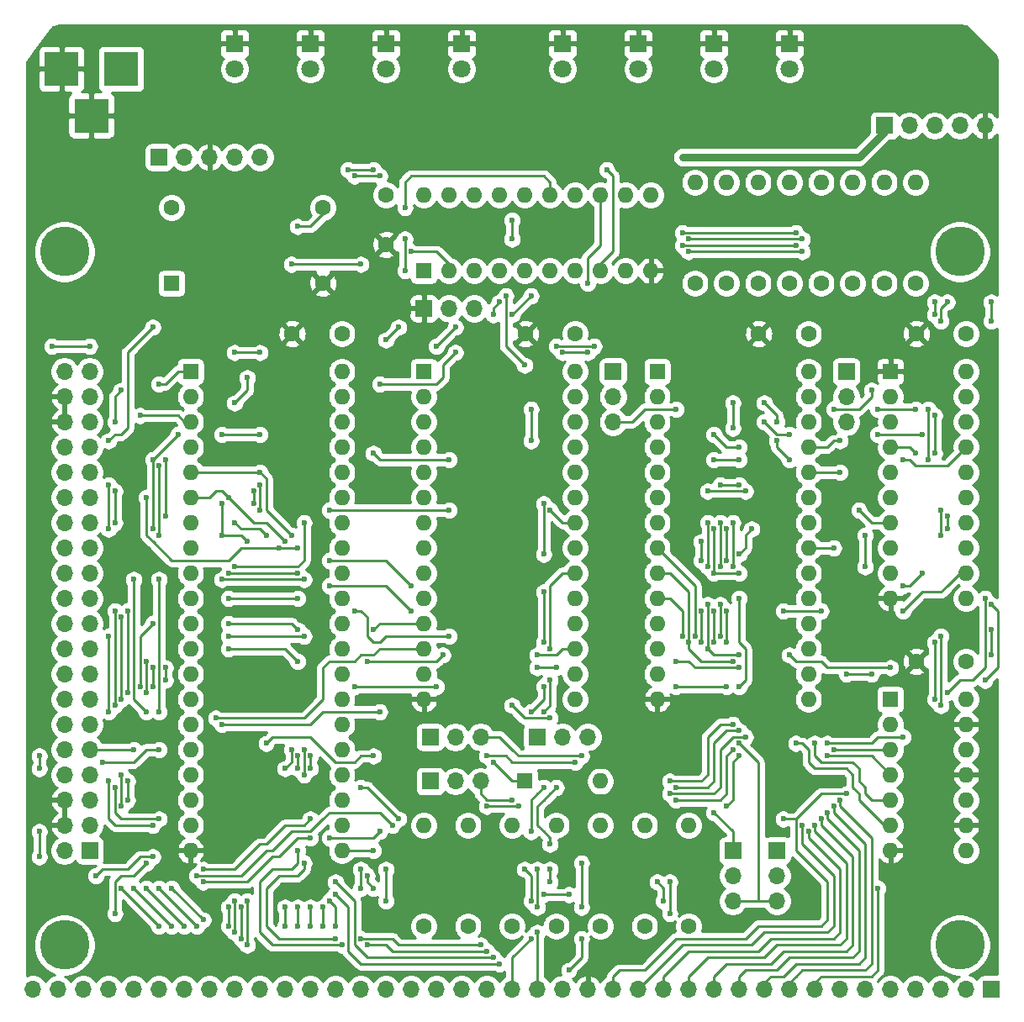
<source format=gbl>
G04 #@! TF.GenerationSoftware,KiCad,Pcbnew,(5.1.5)-3*
G04 #@! TF.CreationDate,2020-04-10T18:54:41+02:00*
G04 #@! TF.ProjectId,RC1802 CPU,52433138-3032-4204-9350-552e6b696361,rev?*
G04 #@! TF.SameCoordinates,Original*
G04 #@! TF.FileFunction,Copper,L2,Bot*
G04 #@! TF.FilePolarity,Positive*
%FSLAX46Y46*%
G04 Gerber Fmt 4.6, Leading zero omitted, Abs format (unit mm)*
G04 Created by KiCad (PCBNEW (5.1.5)-3) date 2020-04-10 18:54:41*
%MOMM*%
%LPD*%
G04 APERTURE LIST*
%ADD10R,1.600000X1.600000*%
%ADD11C,1.600000*%
%ADD12C,5.000000*%
%ADD13R,1.700000X1.700000*%
%ADD14O,1.700000X1.700000*%
%ADD15O,1.600000X1.600000*%
%ADD16R,3.500000X3.500000*%
%ADD17R,1.800000X1.800000*%
%ADD18C,1.800000*%
%ADD19C,0.600000*%
%ADD20C,0.250000*%
%ADD21C,0.750000*%
%ADD22C,0.254000*%
G04 APERTURE END LIST*
D10*
X115570000Y-74930000D03*
D11*
X115570000Y-67310000D03*
X130810000Y-67310000D03*
X130810000Y-74930000D03*
X195580000Y-113030000D03*
X190580000Y-113030000D03*
X132715000Y-80010000D03*
X127715000Y-80010000D03*
X137160000Y-66040000D03*
X137160000Y-71040000D03*
X195580000Y-80010000D03*
X190580000Y-80010000D03*
X156210000Y-80010000D03*
X151210000Y-80010000D03*
D12*
X104775000Y-141605000D03*
X104775000Y-71755000D03*
D13*
X172085000Y-132080000D03*
D14*
X172085000Y-134620000D03*
X172085000Y-137160000D03*
D13*
X183515000Y-83820000D03*
D14*
X183515000Y-86360000D03*
X183515000Y-88900000D03*
D11*
X140970000Y-139700000D03*
D15*
X140970000Y-129540000D03*
D11*
X145415000Y-139700000D03*
D15*
X145415000Y-129540000D03*
D11*
X149860000Y-139700000D03*
D15*
X149860000Y-129540000D03*
D11*
X154305000Y-139700000D03*
D15*
X154305000Y-129540000D03*
D11*
X158750000Y-139700000D03*
D15*
X158750000Y-129540000D03*
D11*
X163195000Y-139700000D03*
D15*
X163195000Y-129540000D03*
D11*
X167640000Y-139700000D03*
D15*
X167640000Y-129540000D03*
D12*
X194945000Y-141605000D03*
X194945000Y-71755000D03*
D13*
X198120000Y-146050000D03*
D14*
X195580000Y-146050000D03*
X193040000Y-146050000D03*
X190500000Y-146050000D03*
X187960000Y-146050000D03*
X185420000Y-146050000D03*
X182880000Y-146050000D03*
X180340000Y-146050000D03*
X177800000Y-146050000D03*
X175260000Y-146050000D03*
X172720000Y-146050000D03*
X170180000Y-146050000D03*
X167640000Y-146050000D03*
X165100000Y-146050000D03*
X162560000Y-146050000D03*
X160020000Y-146050000D03*
X157480000Y-146050000D03*
X154940000Y-146050000D03*
X152400000Y-146050000D03*
X149860000Y-146050000D03*
X147320000Y-146050000D03*
X144780000Y-146050000D03*
X142240000Y-146050000D03*
X139700000Y-146050000D03*
X137160000Y-146050000D03*
X134620000Y-146050000D03*
X132080000Y-146050000D03*
X129540000Y-146050000D03*
X127000000Y-146050000D03*
X124460000Y-146050000D03*
X121920000Y-146050000D03*
X119380000Y-146050000D03*
X116840000Y-146050000D03*
X114300000Y-146050000D03*
X111760000Y-146050000D03*
X109220000Y-146050000D03*
X106680000Y-146050000D03*
X104140000Y-146050000D03*
X101600000Y-146050000D03*
D16*
X110490000Y-53340000D03*
X104490000Y-53340000D03*
X107490000Y-58040000D03*
D13*
X176530000Y-132080000D03*
D14*
X176530000Y-134620000D03*
X176530000Y-137160000D03*
D10*
X187960000Y-116840000D03*
D15*
X195580000Y-132080000D03*
X187960000Y-119380000D03*
X195580000Y-129540000D03*
X187960000Y-121920000D03*
X195580000Y-127000000D03*
X187960000Y-124460000D03*
X195580000Y-124460000D03*
X187960000Y-127000000D03*
X195580000Y-121920000D03*
X187960000Y-129540000D03*
X195580000Y-119380000D03*
X187960000Y-132080000D03*
X195580000Y-116840000D03*
D10*
X117475000Y-83820000D03*
D15*
X132715000Y-132080000D03*
X117475000Y-86360000D03*
X132715000Y-129540000D03*
X117475000Y-88900000D03*
X132715000Y-127000000D03*
X117475000Y-91440000D03*
X132715000Y-124460000D03*
X117475000Y-93980000D03*
X132715000Y-121920000D03*
X117475000Y-96520000D03*
X132715000Y-119380000D03*
X117475000Y-99060000D03*
X132715000Y-116840000D03*
X117475000Y-101600000D03*
X132715000Y-114300000D03*
X117475000Y-104140000D03*
X132715000Y-111760000D03*
X117475000Y-106680000D03*
X132715000Y-109220000D03*
X117475000Y-109220000D03*
X132715000Y-106680000D03*
X117475000Y-111760000D03*
X132715000Y-104140000D03*
X117475000Y-114300000D03*
X132715000Y-101600000D03*
X117475000Y-116840000D03*
X132715000Y-99060000D03*
X117475000Y-119380000D03*
X132715000Y-96520000D03*
X117475000Y-121920000D03*
X132715000Y-93980000D03*
X117475000Y-124460000D03*
X132715000Y-91440000D03*
X117475000Y-127000000D03*
X132715000Y-88900000D03*
X117475000Y-129540000D03*
X132715000Y-86360000D03*
X117475000Y-132080000D03*
X132715000Y-83820000D03*
D10*
X187960000Y-83820000D03*
D15*
X195580000Y-106680000D03*
X187960000Y-86360000D03*
X195580000Y-104140000D03*
X187960000Y-88900000D03*
X195580000Y-101600000D03*
X187960000Y-91440000D03*
X195580000Y-99060000D03*
X187960000Y-93980000D03*
X195580000Y-96520000D03*
X187960000Y-96520000D03*
X195580000Y-93980000D03*
X187960000Y-99060000D03*
X195580000Y-91440000D03*
X187960000Y-101600000D03*
X195580000Y-88900000D03*
X187960000Y-104140000D03*
X195580000Y-86360000D03*
X187960000Y-106680000D03*
X195580000Y-83820000D03*
D13*
X107315000Y-132080000D03*
D14*
X104775000Y-132080000D03*
X107315000Y-129540000D03*
X104775000Y-129540000D03*
X107315000Y-127000000D03*
X104775000Y-127000000D03*
X107315000Y-124460000D03*
X104775000Y-124460000D03*
X107315000Y-121920000D03*
X104775000Y-121920000D03*
X107315000Y-119380000D03*
X104775000Y-119380000D03*
X107315000Y-116840000D03*
X104775000Y-116840000D03*
X107315000Y-114300000D03*
X104775000Y-114300000D03*
X107315000Y-111760000D03*
X104775000Y-111760000D03*
X107315000Y-109220000D03*
X104775000Y-109220000D03*
X107315000Y-106680000D03*
X104775000Y-106680000D03*
X107315000Y-104140000D03*
X104775000Y-104140000D03*
X107315000Y-101600000D03*
X104775000Y-101600000D03*
X107315000Y-99060000D03*
X104775000Y-99060000D03*
X107315000Y-96520000D03*
X104775000Y-96520000D03*
X107315000Y-93980000D03*
X104775000Y-93980000D03*
X107315000Y-91440000D03*
X104775000Y-91440000D03*
X107315000Y-88900000D03*
X104775000Y-88900000D03*
X107315000Y-86360000D03*
X104775000Y-86360000D03*
X107315000Y-83820000D03*
X104775000Y-83820000D03*
D13*
X160020000Y-83820000D03*
D14*
X160020000Y-86360000D03*
X160020000Y-88900000D03*
D17*
X121920000Y-50800000D03*
D18*
X121920000Y-53340000D03*
D17*
X129540000Y-50800000D03*
D18*
X129540000Y-53340000D03*
D17*
X137160000Y-50800000D03*
D18*
X137160000Y-53340000D03*
D17*
X144780000Y-50800000D03*
D18*
X144780000Y-53340000D03*
D17*
X154940000Y-50800000D03*
D18*
X154940000Y-53340000D03*
D17*
X162560000Y-50800000D03*
D18*
X162560000Y-53340000D03*
D17*
X170180000Y-50800000D03*
D18*
X170180000Y-53340000D03*
D17*
X177800000Y-50800000D03*
D18*
X177800000Y-53340000D03*
D13*
X140970000Y-77470000D03*
D14*
X143510000Y-77470000D03*
X146050000Y-77470000D03*
D11*
X168275000Y-74930000D03*
D15*
X168275000Y-64770000D03*
D11*
X171450000Y-74930000D03*
D15*
X171450000Y-64770000D03*
D11*
X174625000Y-74930000D03*
D15*
X174625000Y-64770000D03*
D11*
X177800000Y-74930000D03*
D15*
X177800000Y-64770000D03*
D11*
X180975000Y-74930000D03*
D15*
X180975000Y-64770000D03*
D11*
X184150000Y-74930000D03*
D15*
X184150000Y-64770000D03*
D11*
X187325000Y-74930000D03*
D15*
X187325000Y-64770000D03*
D11*
X190500000Y-74930000D03*
D15*
X190500000Y-64770000D03*
D10*
X140970000Y-73660000D03*
D15*
X163830000Y-66040000D03*
X143510000Y-73660000D03*
X161290000Y-66040000D03*
X146050000Y-73660000D03*
X158750000Y-66040000D03*
X148590000Y-73660000D03*
X156210000Y-66040000D03*
X151130000Y-73660000D03*
X153670000Y-66040000D03*
X153670000Y-73660000D03*
X151130000Y-66040000D03*
X156210000Y-73660000D03*
X148590000Y-66040000D03*
X158750000Y-73660000D03*
X146050000Y-66040000D03*
X161290000Y-73660000D03*
X143510000Y-66040000D03*
X163830000Y-73660000D03*
X140970000Y-66040000D03*
D11*
X179705000Y-80010000D03*
X174705000Y-80010000D03*
D10*
X140970000Y-83820000D03*
D15*
X156210000Y-116840000D03*
X140970000Y-86360000D03*
X156210000Y-114300000D03*
X140970000Y-88900000D03*
X156210000Y-111760000D03*
X140970000Y-91440000D03*
X156210000Y-109220000D03*
X140970000Y-93980000D03*
X156210000Y-106680000D03*
X140970000Y-96520000D03*
X156210000Y-104140000D03*
X140970000Y-99060000D03*
X156210000Y-101600000D03*
X140970000Y-101600000D03*
X156210000Y-99060000D03*
X140970000Y-104140000D03*
X156210000Y-96520000D03*
X140970000Y-106680000D03*
X156210000Y-93980000D03*
X140970000Y-109220000D03*
X156210000Y-91440000D03*
X140970000Y-111760000D03*
X156210000Y-88900000D03*
X140970000Y-114300000D03*
X156210000Y-86360000D03*
X140970000Y-116840000D03*
X156210000Y-83820000D03*
D10*
X164465000Y-83820000D03*
D15*
X179705000Y-116840000D03*
X164465000Y-86360000D03*
X179705000Y-114300000D03*
X164465000Y-88900000D03*
X179705000Y-111760000D03*
X164465000Y-91440000D03*
X179705000Y-109220000D03*
X164465000Y-93980000D03*
X179705000Y-106680000D03*
X164465000Y-96520000D03*
X179705000Y-104140000D03*
X164465000Y-99060000D03*
X179705000Y-101600000D03*
X164465000Y-101600000D03*
X179705000Y-99060000D03*
X164465000Y-104140000D03*
X179705000Y-96520000D03*
X164465000Y-106680000D03*
X179705000Y-93980000D03*
X164465000Y-109220000D03*
X179705000Y-91440000D03*
X164465000Y-111760000D03*
X179705000Y-88900000D03*
X164465000Y-114300000D03*
X179705000Y-86360000D03*
X164465000Y-116840000D03*
X179705000Y-83820000D03*
D13*
X114300000Y-62230000D03*
D14*
X116840000Y-62230000D03*
X119380000Y-62230000D03*
X121920000Y-62230000D03*
X124460000Y-62230000D03*
D10*
X151130000Y-125095000D03*
D15*
X158750000Y-125095000D03*
D13*
X152400000Y-120650000D03*
D14*
X154940000Y-120650000D03*
X157480000Y-120650000D03*
D13*
X141605000Y-120650000D03*
D14*
X144145000Y-120650000D03*
X146685000Y-120650000D03*
D13*
X141605000Y-125095000D03*
D14*
X144145000Y-125095000D03*
X146685000Y-125095000D03*
D13*
X187325000Y-59055000D03*
D14*
X189865000Y-59055000D03*
X192405000Y-59055000D03*
X194945000Y-59055000D03*
X197485000Y-59055000D03*
D19*
X167005000Y-62230000D03*
X114300000Y-121920000D03*
X155575000Y-144145000D03*
X156845000Y-137795000D03*
X156845000Y-140970000D03*
X156845000Y-133350000D03*
X108585000Y-123190000D03*
X151765000Y-130175000D03*
X153035000Y-125730000D03*
X135890000Y-132080000D03*
X165735000Y-138430000D03*
X165735000Y-135255000D03*
X125095000Y-100330000D03*
X121920000Y-99060000D03*
X128905000Y-133350000D03*
X146685000Y-141605000D03*
X134620000Y-140970000D03*
X132080000Y-140970000D03*
X129540000Y-123825000D03*
X129540000Y-122555000D03*
X127635000Y-100330000D03*
X124460000Y-93980000D03*
X133985000Y-64135000D03*
X136525000Y-64135000D03*
X113665000Y-92710000D03*
X116205000Y-90170000D03*
X124460000Y-90170000D03*
X120650000Y-90170000D03*
X137160000Y-80645000D03*
X138430000Y-79375000D03*
X139065000Y-73660000D03*
X139065000Y-70485000D03*
X139065000Y-67310000D03*
X118745000Y-139065000D03*
X115570000Y-135890000D03*
X113665000Y-99695000D03*
X111760000Y-104775000D03*
X113030000Y-133350000D03*
X109855000Y-138430000D03*
X113030000Y-118110000D03*
X114300000Y-104775000D03*
X114300000Y-100330000D03*
X114300000Y-118110000D03*
X114300000Y-93345000D03*
X135890000Y-135890000D03*
X135255000Y-134620000D03*
X155575000Y-136525000D03*
X134620000Y-135890000D03*
X134620000Y-133985000D03*
X153035000Y-136525000D03*
X153670000Y-133985000D03*
X153670000Y-135255000D03*
X153670000Y-131445000D03*
X154305000Y-125730000D03*
X164465000Y-135255000D03*
X165100000Y-137160000D03*
X127000000Y-100965000D03*
X128905000Y-121920000D03*
X128905000Y-124460000D03*
X135255000Y-141605000D03*
X132715000Y-141605000D03*
X147320000Y-142240000D03*
X128270000Y-132080000D03*
X121285000Y-96520000D03*
X123190000Y-84455000D03*
X121920000Y-86995000D03*
X159385000Y-63500000D03*
X135890000Y-63500000D03*
X133350000Y-63500000D03*
X149860000Y-78105000D03*
X151765000Y-76200000D03*
X128270000Y-101600000D03*
X128270000Y-122555000D03*
X128270000Y-123825000D03*
X132080000Y-135255000D03*
X147955000Y-142875000D03*
X113030000Y-96520000D03*
X126365000Y-101600000D03*
X144145000Y-79375000D03*
X142240000Y-81280000D03*
X186690000Y-135890000D03*
X198120000Y-112395000D03*
X198120000Y-109855000D03*
X148590000Y-143510000D03*
X132080000Y-136525000D03*
X127635000Y-121920000D03*
X127000000Y-123825000D03*
X186690000Y-87630000D03*
X175260000Y-88900000D03*
X177800000Y-90170000D03*
X190500000Y-87630000D03*
X182880000Y-127000000D03*
X171450000Y-99695000D03*
X171450000Y-102870000D03*
X171450000Y-107950000D03*
X171450000Y-111125000D03*
X172720000Y-95250000D03*
X170815000Y-95250000D03*
X189230000Y-92710000D03*
X170815000Y-99060000D03*
X182245000Y-127635000D03*
X170815000Y-110490000D03*
X170815000Y-107315000D03*
X170815000Y-103505000D03*
X172720000Y-104140000D03*
X191135000Y-104140000D03*
X189230000Y-105410000D03*
X170180000Y-104140000D03*
X170180000Y-107950000D03*
X170180000Y-111125000D03*
X181610000Y-128270000D03*
X170180000Y-99695000D03*
X180975000Y-128905000D03*
X169545000Y-111760000D03*
X172720000Y-112395000D03*
X187960000Y-113665000D03*
X177800000Y-112395000D03*
X169545000Y-103505000D03*
X169545000Y-107315000D03*
X169545000Y-99060000D03*
X168910000Y-102870000D03*
X168910000Y-107950000D03*
X168910000Y-111125000D03*
X180340000Y-129540000D03*
X168910000Y-100965000D03*
X184785000Y-97790000D03*
X173990000Y-99695000D03*
X172720000Y-102235000D03*
X168275000Y-110490000D03*
X179705000Y-130175000D03*
X167640000Y-111125000D03*
X179070000Y-129540000D03*
X190500000Y-92075000D03*
X172085000Y-113030000D03*
X183515000Y-114300000D03*
X186055000Y-114300000D03*
X183515000Y-126365000D03*
X167005000Y-110490000D03*
X177165000Y-128905000D03*
X114300000Y-85090000D03*
X127635000Y-73025000D03*
X139700000Y-71755000D03*
X134620000Y-73025000D03*
X124460000Y-97790000D03*
X131445000Y-137160000D03*
X132080000Y-139700000D03*
X124460000Y-95250000D03*
X148590000Y-76835000D03*
X147955000Y-78105000D03*
X157480000Y-74930000D03*
X130810000Y-139700000D03*
X130810000Y-137795000D03*
X123825000Y-95885000D03*
X123825000Y-97155000D03*
X193675000Y-76835000D03*
X193040000Y-117475000D03*
X193040000Y-110490000D03*
X192405000Y-92075000D03*
X193675000Y-98425000D03*
X193675000Y-99695000D03*
X192405000Y-88265000D03*
X193040000Y-78740000D03*
X172085000Y-121920000D03*
X182245000Y-121920000D03*
X149860000Y-127000000D03*
X166370000Y-127000000D03*
X125095000Y-121285000D03*
X135890000Y-122555000D03*
X120650000Y-100330000D03*
X120650000Y-97155000D03*
X123190000Y-100965000D03*
X129540000Y-137795000D03*
X129540000Y-139700000D03*
X128270000Y-139700000D03*
X128270000Y-137795000D03*
X131445000Y-97790000D03*
X128905000Y-99060000D03*
X143510000Y-97790000D03*
X153670000Y-97790000D03*
X121920000Y-103505000D03*
X127000000Y-137795000D03*
X127000000Y-139700000D03*
X114935000Y-92710000D03*
X114935000Y-98425000D03*
X128905000Y-110490000D03*
X121285000Y-110490000D03*
X135890000Y-109855000D03*
X121285000Y-137795000D03*
X121285000Y-139700000D03*
X113030000Y-113030000D03*
X113030000Y-116205000D03*
X120015000Y-118745000D03*
X121920000Y-140335000D03*
X121920000Y-137160000D03*
X113665000Y-113665000D03*
X113665000Y-115570000D03*
X120650000Y-119380000D03*
X136525000Y-118110000D03*
X122555000Y-137795000D03*
X122555000Y-140970000D03*
X142240000Y-115570000D03*
X171450000Y-115570000D03*
X166370000Y-115570000D03*
X128270000Y-113030000D03*
X133985000Y-115570000D03*
X121285000Y-111760000D03*
X123190000Y-137160000D03*
X123190000Y-141605000D03*
X114935000Y-113665000D03*
X114935000Y-114935000D03*
X142875000Y-112395000D03*
X135255000Y-113030000D03*
X121285000Y-109220000D03*
X128270000Y-109855000D03*
X154305000Y-113665000D03*
X152400000Y-113665000D03*
X166370000Y-113030000D03*
X172720000Y-113665000D03*
X114300000Y-135890000D03*
X118110000Y-139700000D03*
X113665000Y-109220000D03*
X112395000Y-115570000D03*
X111760000Y-121920000D03*
X152400000Y-112395000D03*
X133985000Y-107950000D03*
X143510000Y-110490000D03*
X121285000Y-106680000D03*
X128270000Y-106680000D03*
X111125000Y-116205000D03*
X111125000Y-107950000D03*
X113030000Y-135890000D03*
X116840000Y-139700000D03*
X120650000Y-104775000D03*
X128905000Y-104775000D03*
X131445000Y-105410000D03*
X139700000Y-107950000D03*
X111125000Y-127000000D03*
X110490000Y-108585000D03*
X110490000Y-116840000D03*
X111125000Y-125095000D03*
X111760000Y-135890000D03*
X115570000Y-139700000D03*
X121285000Y-104140000D03*
X128270000Y-104140000D03*
X131445000Y-102870000D03*
X139700000Y-105410000D03*
X110490000Y-124460000D03*
X109855000Y-117475000D03*
X109855000Y-107950000D03*
X110490000Y-127635000D03*
X110490000Y-135890000D03*
X114300000Y-139700000D03*
X135890000Y-92075000D03*
X143510000Y-92710000D03*
X151765000Y-90805000D03*
X137160000Y-137160000D03*
X137160000Y-133985000D03*
X153035000Y-97155000D03*
X153035000Y-102235000D03*
X153035000Y-106045000D03*
X153035000Y-111125000D03*
X153035000Y-115570000D03*
X151765000Y-118110000D03*
X149860000Y-70485000D03*
X149860000Y-68580000D03*
X151765000Y-87630000D03*
X151130000Y-83185000D03*
X149225000Y-76200000D03*
X197485000Y-106680000D03*
X193675000Y-116205000D03*
X170180000Y-90170000D03*
X172720000Y-91440000D03*
X182880000Y-90805000D03*
X172085000Y-86995000D03*
X172085000Y-89535000D03*
X172085000Y-103505000D03*
X172085000Y-99060000D03*
X189230000Y-107950000D03*
X180975000Y-107950000D03*
X177165000Y-107950000D03*
X170180000Y-92710000D03*
X172720000Y-92710000D03*
X182880000Y-93980000D03*
X182245000Y-87630000D03*
X186055000Y-85725000D03*
X182245000Y-101600000D03*
X176530000Y-90805000D03*
X175260000Y-86995000D03*
X176530000Y-88900000D03*
X177800000Y-92710000D03*
X186690000Y-90170000D03*
X191135000Y-90170000D03*
X154940000Y-81915000D03*
X157480000Y-81915000D03*
X169545000Y-95885000D03*
X173355000Y-95885000D03*
X185420000Y-100330000D03*
X185420000Y-103505000D03*
X172720000Y-121285000D03*
X172720000Y-115570000D03*
X172720000Y-106680000D03*
X153670000Y-111760000D03*
X153670000Y-114935000D03*
X170180000Y-128270000D03*
X153035000Y-118110000D03*
X167640000Y-71755000D03*
X179070000Y-71755000D03*
X167005000Y-71120000D03*
X178435000Y-71120000D03*
X179070000Y-70485000D03*
X167640000Y-70485000D03*
X178435000Y-69850000D03*
X167005000Y-69850000D03*
X109855000Y-99060000D03*
X109855000Y-95885000D03*
X112395000Y-88265000D03*
X129540000Y-128905000D03*
X152400000Y-140335000D03*
X152400000Y-137795000D03*
X152400000Y-133985000D03*
X134620000Y-125730000D03*
X138430000Y-128905000D03*
X109855000Y-125730000D03*
X109220000Y-118110000D03*
X109220000Y-110490000D03*
X118745000Y-133985000D03*
X114300000Y-128905000D03*
X151765000Y-140970000D03*
X151765000Y-137160000D03*
X151130000Y-133985000D03*
X118110000Y-134620000D03*
X137795000Y-129540000D03*
X109220000Y-125095000D03*
X113665000Y-129540000D03*
X109855000Y-88900000D03*
X110490000Y-85725000D03*
X109220000Y-95250000D03*
X109220000Y-99695000D03*
X158115000Y-81280000D03*
X154305000Y-81280000D03*
X144145000Y-81915000D03*
X136525000Y-85090000D03*
X107315000Y-81280000D03*
X124460000Y-81915000D03*
X121920000Y-81915000D03*
X103505000Y-81280000D03*
X166370000Y-87630000D03*
X147955000Y-123190000D03*
X172720000Y-122555000D03*
X181610000Y-122555000D03*
X147320000Y-127635000D03*
X150495000Y-127635000D03*
X171450000Y-127635000D03*
X102235000Y-122555000D03*
X102235000Y-123825000D03*
X102235000Y-132715000D03*
X102235000Y-130175000D03*
X113665000Y-132715000D03*
X107950000Y-134620000D03*
X118745000Y-135255000D03*
X136525000Y-130175000D03*
X129540000Y-130810000D03*
X131445000Y-130810000D03*
X197485000Y-114935000D03*
X198120000Y-78740000D03*
X198120000Y-107315000D03*
X198120000Y-76835000D03*
X156845000Y-122555000D03*
X166370000Y-125730000D03*
X172720000Y-120015000D03*
X180340000Y-121285000D03*
X149860000Y-117475000D03*
X181610000Y-121285000D03*
X189230000Y-120650000D03*
X172085000Y-119380000D03*
X165735000Y-125095000D03*
X192405000Y-116840000D03*
X192405000Y-111125000D03*
X193040000Y-97790000D03*
X193040000Y-100330000D03*
X191770000Y-92710000D03*
X191770000Y-87630000D03*
X192405000Y-76835000D03*
X192405000Y-78105000D03*
X153670000Y-118745000D03*
X178435000Y-121285000D03*
X173355000Y-120650000D03*
X165735000Y-126365000D03*
X156210000Y-123190000D03*
X147320000Y-122555000D03*
X109220000Y-90805000D03*
X113665000Y-79375000D03*
X128270000Y-69215000D03*
D20*
X130810000Y-74930000D02*
X130810000Y-74295000D01*
D21*
X167005000Y-62230000D02*
X184785000Y-62230000D01*
X184785000Y-62230000D02*
X187325000Y-59690000D01*
X187325000Y-59690000D02*
X187325000Y-59055000D01*
D20*
X113030000Y-121920000D02*
X111760000Y-123190000D01*
X114300000Y-121920000D02*
X113030000Y-121920000D01*
X156845000Y-137160000D02*
X156845000Y-133350000D01*
X156845000Y-137160000D02*
X156845000Y-137795000D01*
X156845000Y-142875000D02*
X156845000Y-140970000D01*
X155575000Y-144145000D02*
X156845000Y-142875000D01*
X111125000Y-123190000D02*
X111760000Y-123190000D01*
X111125000Y-123190000D02*
X108585000Y-123190000D01*
X152400000Y-126365000D02*
X153035000Y-125730000D01*
X151765000Y-127000000D02*
X151765000Y-130175000D01*
X152400000Y-126365000D02*
X151765000Y-127000000D01*
X132715000Y-132080000D02*
X135890000Y-132080000D01*
X165735000Y-137795000D02*
X165735000Y-138430000D01*
X165735000Y-137795000D02*
X165735000Y-135255000D01*
X124460000Y-99695000D02*
X125095000Y-100330000D01*
X122555000Y-99695000D02*
X124460000Y-99695000D01*
X121920000Y-99060000D02*
X122555000Y-99695000D01*
X132715000Y-132080000D02*
X133350000Y-132080000D01*
X128270000Y-134620000D02*
X128905000Y-133985000D01*
X128905000Y-133985000D02*
X128905000Y-133350000D01*
X138430000Y-141605000D02*
X137795000Y-140970000D01*
X146685000Y-141605000D02*
X138430000Y-141605000D01*
X132080000Y-140970000D02*
X126365000Y-140970000D01*
X126365000Y-140970000D02*
X125095000Y-139700000D01*
X125095000Y-139700000D02*
X125095000Y-135890000D01*
X125095000Y-135890000D02*
X126365000Y-134620000D01*
X126365000Y-134620000D02*
X128270000Y-134620000D01*
X125095000Y-94615000D02*
X124460000Y-93980000D01*
X125095000Y-94615000D02*
X125095000Y-97790000D01*
X125095000Y-97790000D02*
X127635000Y-100330000D01*
X129540000Y-122555000D02*
X129540000Y-123825000D01*
X137795000Y-140970000D02*
X134620000Y-140970000D01*
X136525000Y-64135000D02*
X133985000Y-64135000D01*
X124460000Y-93980000D02*
X117475000Y-93980000D01*
X116205000Y-90170000D02*
X113665000Y-92710000D01*
X121920000Y-90170000D02*
X120650000Y-90170000D01*
X121920000Y-90170000D02*
X123825000Y-90170000D01*
X123825000Y-90170000D02*
X124460000Y-90170000D01*
X113665000Y-93980000D02*
X113665000Y-92710000D01*
X137160000Y-80645000D02*
X138430000Y-79375000D01*
X139065000Y-73660000D02*
X139065000Y-70485000D01*
X139065000Y-67310000D02*
X139065000Y-64770000D01*
X139065000Y-64770000D02*
X139700000Y-64135000D01*
X139700000Y-64135000D02*
X153035000Y-64135000D01*
X153035000Y-64135000D02*
X153670000Y-64770000D01*
X153670000Y-64770000D02*
X153670000Y-66040000D01*
X115570000Y-135890000D02*
X118745000Y-139065000D01*
X113665000Y-93980000D02*
X113665000Y-99695000D01*
X111760000Y-134620000D02*
X113030000Y-133350000D01*
X110490000Y-134620000D02*
X111760000Y-134620000D01*
X109855000Y-135255000D02*
X110490000Y-134620000D01*
X109855000Y-138430000D02*
X109855000Y-135255000D01*
X111760000Y-116840000D02*
X111760000Y-108585000D01*
X113030000Y-118110000D02*
X111760000Y-116840000D01*
X111760000Y-104775000D02*
X111760000Y-108585000D01*
X114300000Y-118110000D02*
X114300000Y-104775000D01*
X114300000Y-100330000D02*
X114300000Y-93345000D01*
X135255000Y-135255000D02*
X135890000Y-135890000D01*
X135255000Y-134620000D02*
X135255000Y-135255000D01*
X153670000Y-136525000D02*
X153035000Y-136525000D01*
X134620000Y-135890000D02*
X134620000Y-133985000D01*
X153670000Y-136525000D02*
X155575000Y-136525000D01*
X153035000Y-127000000D02*
X153670000Y-126365000D01*
X153670000Y-135255000D02*
X153670000Y-133985000D01*
X153670000Y-130810000D02*
X153670000Y-131445000D01*
X153035000Y-130175000D02*
X153670000Y-130810000D01*
X152400000Y-129540000D02*
X153035000Y-130175000D01*
X152400000Y-127635000D02*
X152400000Y-129540000D01*
X153035000Y-127000000D02*
X152400000Y-127635000D01*
X153670000Y-126365000D02*
X154305000Y-125730000D01*
X164465000Y-135255000D02*
X165100000Y-135890000D01*
X165100000Y-135890000D02*
X165100000Y-137160000D01*
X128905000Y-121920000D02*
X128905000Y-124460000D01*
X125095000Y-99060000D02*
X127000000Y-100965000D01*
X121285000Y-96520000D02*
X122555000Y-97790000D01*
X122555000Y-97790000D02*
X123825000Y-99060000D01*
X123825000Y-99060000D02*
X125095000Y-99060000D01*
X135255000Y-141605000D02*
X137160000Y-141605000D01*
X125730000Y-141605000D02*
X132715000Y-141605000D01*
X124460000Y-140335000D02*
X125730000Y-141605000D01*
X124460000Y-135255000D02*
X124460000Y-140335000D01*
X125730000Y-133985000D02*
X124460000Y-135255000D01*
X147320000Y-142240000D02*
X137795000Y-142240000D01*
X137795000Y-142240000D02*
X137160000Y-141605000D01*
X127635000Y-133985000D02*
X125730000Y-133985000D01*
X128270000Y-133350000D02*
X127635000Y-133985000D01*
X128270000Y-132080000D02*
X128270000Y-133350000D01*
X123190000Y-85725000D02*
X123190000Y-84455000D01*
X121920000Y-86995000D02*
X123190000Y-85725000D01*
X160020000Y-71755000D02*
X158750000Y-73025000D01*
X160020000Y-64135000D02*
X160020000Y-71755000D01*
X159385000Y-63500000D02*
X160020000Y-64135000D01*
X133350000Y-63500000D02*
X135890000Y-63500000D01*
X158750000Y-73025000D02*
X158750000Y-73660000D01*
X119380000Y-96520000D02*
X120015000Y-95885000D01*
X120015000Y-95885000D02*
X120650000Y-95885000D01*
X120650000Y-95885000D02*
X121285000Y-96520000D01*
X117475000Y-96520000D02*
X119380000Y-96520000D01*
X149860000Y-78105000D02*
X151765000Y-76200000D01*
X113665000Y-100965000D02*
X115570000Y-102870000D01*
X121285000Y-102870000D02*
X122555000Y-101600000D01*
X115570000Y-102870000D02*
X121285000Y-102870000D01*
X126365000Y-101600000D02*
X128270000Y-101600000D01*
X128270000Y-122555000D02*
X128270000Y-123825000D01*
X133985000Y-137160000D02*
X132080000Y-135255000D01*
X133985000Y-141605000D02*
X133985000Y-137160000D01*
X135255000Y-142875000D02*
X133985000Y-141605000D01*
X147955000Y-142875000D02*
X135255000Y-142875000D01*
X113030000Y-100330000D02*
X113665000Y-100965000D01*
X113030000Y-96520000D02*
X113030000Y-100330000D01*
X122555000Y-101600000D02*
X126365000Y-101600000D01*
X144145000Y-79375000D02*
X142240000Y-81280000D01*
X186690000Y-141605000D02*
X186690000Y-135890000D01*
X180975000Y-144780000D02*
X186055000Y-144780000D01*
X186055000Y-144780000D02*
X186690000Y-144145000D01*
X186690000Y-144145000D02*
X186690000Y-141605000D01*
X180340000Y-145415000D02*
X180975000Y-144780000D01*
X198120000Y-109855000D02*
X198120000Y-112395000D01*
X180340000Y-146050000D02*
X180340000Y-145415000D01*
X148590000Y-143510000D02*
X136525000Y-143510000D01*
X136525000Y-143510000D02*
X134620000Y-143510000D01*
X134620000Y-143510000D02*
X133350000Y-142240000D01*
X133350000Y-142240000D02*
X133350000Y-137795000D01*
X133350000Y-137795000D02*
X132080000Y-136525000D01*
X127635000Y-123190000D02*
X127635000Y-121920000D01*
X127000000Y-123825000D02*
X127635000Y-123190000D01*
X189230000Y-87630000D02*
X190500000Y-87630000D01*
X186690000Y-87630000D02*
X189230000Y-87630000D01*
X176530000Y-90170000D02*
X177800000Y-90170000D01*
X176530000Y-90170000D02*
X175260000Y-88900000D01*
X186055000Y-136525000D02*
X186055000Y-130810000D01*
X186055000Y-130810000D02*
X182880000Y-127635000D01*
X182880000Y-127635000D02*
X182880000Y-127000000D01*
X186055000Y-137795000D02*
X186055000Y-143510000D01*
X179070000Y-144145000D02*
X178435000Y-144780000D01*
X185420000Y-144145000D02*
X179070000Y-144145000D01*
X186055000Y-143510000D02*
X185420000Y-144145000D01*
X177800000Y-145415000D02*
X178435000Y-144780000D01*
X186055000Y-137795000D02*
X186055000Y-136525000D01*
X171450000Y-102870000D02*
X171450000Y-99695000D01*
X171450000Y-111125000D02*
X171450000Y-107950000D01*
X177800000Y-146050000D02*
X177800000Y-145415000D01*
X194310000Y-92710000D02*
X193675000Y-93345000D01*
X170815000Y-95250000D02*
X172085000Y-95250000D01*
X172085000Y-95250000D02*
X172720000Y-95250000D01*
X194310000Y-92710000D02*
X195580000Y-91440000D01*
X189865000Y-92710000D02*
X189230000Y-92710000D01*
X190500000Y-93345000D02*
X189865000Y-92710000D01*
X193675000Y-93345000D02*
X190500000Y-93345000D01*
X185420000Y-131445000D02*
X182245000Y-128270000D01*
X182245000Y-128270000D02*
X182245000Y-127635000D01*
X178435000Y-143510000D02*
X184785000Y-143510000D01*
X185420000Y-142875000D02*
X185420000Y-137160000D01*
X184785000Y-143510000D02*
X185420000Y-142875000D01*
X175895000Y-144780000D02*
X175260000Y-145415000D01*
X175895000Y-144780000D02*
X177165000Y-144780000D01*
X185420000Y-137160000D02*
X185420000Y-135890000D01*
X177165000Y-144780000D02*
X178435000Y-143510000D01*
X185420000Y-135890000D02*
X185420000Y-131445000D01*
X170815000Y-107315000D02*
X170815000Y-110490000D01*
X170815000Y-100330000D02*
X170815000Y-103505000D01*
X170815000Y-100330000D02*
X170815000Y-99060000D01*
X175260000Y-146050000D02*
X175260000Y-145415000D01*
X170180000Y-104140000D02*
X172720000Y-104140000D01*
X189865000Y-105410000D02*
X191135000Y-104140000D01*
X189230000Y-105410000D02*
X189865000Y-105410000D01*
X170180000Y-107950000D02*
X170180000Y-111125000D01*
X184785000Y-136525000D02*
X184785000Y-132080000D01*
X184150000Y-142875000D02*
X184785000Y-142240000D01*
X184785000Y-142240000D02*
X184785000Y-136525000D01*
X172720000Y-146050000D02*
X172720000Y-144780000D01*
X176530000Y-144145000D02*
X177800000Y-142875000D01*
X173355000Y-144145000D02*
X176530000Y-144145000D01*
X172720000Y-144780000D02*
X173355000Y-144145000D01*
X177800000Y-142875000D02*
X184150000Y-142875000D01*
X181610000Y-128905000D02*
X181610000Y-128270000D01*
X184785000Y-132080000D02*
X181610000Y-128905000D01*
X170180000Y-104140000D02*
X170180000Y-102870000D01*
X170180000Y-99695000D02*
X170180000Y-102870000D01*
X184150000Y-135890000D02*
X184150000Y-132715000D01*
X183515000Y-142240000D02*
X184150000Y-141605000D01*
X184150000Y-141605000D02*
X184150000Y-135890000D01*
X170180000Y-144780000D02*
X170180000Y-146050000D01*
X175895000Y-143510000D02*
X177165000Y-142240000D01*
X171450000Y-143510000D02*
X175895000Y-143510000D01*
X170180000Y-144780000D02*
X171450000Y-143510000D01*
X177165000Y-142240000D02*
X183515000Y-142240000D01*
X180975000Y-129540000D02*
X180975000Y-128905000D01*
X184150000Y-132715000D02*
X180975000Y-129540000D01*
X169545000Y-111760000D02*
X170180000Y-112395000D01*
X170180000Y-112395000D02*
X172720000Y-112395000D01*
X181610000Y-113665000D02*
X187960000Y-113665000D01*
X180975000Y-113030000D02*
X181610000Y-113665000D01*
X178435000Y-113030000D02*
X180975000Y-113030000D01*
X177800000Y-112395000D02*
X178435000Y-113030000D01*
X169545000Y-110490000D02*
X169545000Y-111760000D01*
X169545000Y-100330000D02*
X169545000Y-99060000D01*
X169545000Y-100330000D02*
X169545000Y-103505000D01*
X169545000Y-107315000D02*
X169545000Y-110490000D01*
X168910000Y-100965000D02*
X168910000Y-102870000D01*
X168910000Y-107950000D02*
X168910000Y-111125000D01*
X182245000Y-132080000D02*
X180340000Y-130175000D01*
X183515000Y-133350000D02*
X182245000Y-132080000D01*
X176530000Y-141605000D02*
X182880000Y-141605000D01*
X183515000Y-140970000D02*
X183515000Y-136525000D01*
X182880000Y-141605000D02*
X183515000Y-140970000D01*
X167640000Y-144780000D02*
X167640000Y-146050000D01*
X175260000Y-142875000D02*
X176530000Y-141605000D01*
X169545000Y-142875000D02*
X175260000Y-142875000D01*
X167640000Y-144780000D02*
X169545000Y-142875000D01*
X183515000Y-136525000D02*
X183515000Y-133350000D01*
X180340000Y-130175000D02*
X180340000Y-129540000D01*
X173355000Y-100330000D02*
X173355000Y-101600000D01*
X186055000Y-99060000D02*
X187960000Y-99060000D01*
X184785000Y-97790000D02*
X186055000Y-99060000D01*
X172720000Y-102235000D02*
X173355000Y-101600000D01*
X173990000Y-99695000D02*
X173355000Y-100330000D01*
X168275000Y-106680000D02*
X168275000Y-110490000D01*
X179705000Y-130175000D02*
X179705000Y-130810000D01*
X182880000Y-135890000D02*
X182880000Y-133985000D01*
X165100000Y-144780000D02*
X167640000Y-142240000D01*
X167640000Y-142240000D02*
X174625000Y-142240000D01*
X174625000Y-142240000D02*
X175895000Y-140970000D01*
X165100000Y-144780000D02*
X165100000Y-146050000D01*
X182245000Y-140970000D02*
X182880000Y-140335000D01*
X182880000Y-140335000D02*
X182880000Y-135890000D01*
X175895000Y-140970000D02*
X182245000Y-140970000D01*
X182880000Y-133985000D02*
X180975000Y-132080000D01*
X180975000Y-132080000D02*
X179705000Y-130810000D01*
X164465000Y-101600000D02*
X168275000Y-105410000D01*
X168275000Y-105410000D02*
X168275000Y-106680000D01*
X179070000Y-129540000D02*
X179070000Y-130175000D01*
X179070000Y-131445000D02*
X179070000Y-130175000D01*
X182245000Y-136525000D02*
X182245000Y-134620000D01*
X182245000Y-134620000D02*
X180340000Y-132715000D01*
X173990000Y-141605000D02*
X175260000Y-140335000D01*
X167005000Y-141605000D02*
X173990000Y-141605000D01*
X167005000Y-141605000D02*
X162560000Y-146050000D01*
X182245000Y-139700000D02*
X182245000Y-136525000D01*
X181610000Y-140335000D02*
X182245000Y-139700000D01*
X175260000Y-140335000D02*
X181610000Y-140335000D01*
X180340000Y-132715000D02*
X179070000Y-131445000D01*
X189865000Y-91440000D02*
X190500000Y-92075000D01*
X187960000Y-91440000D02*
X189865000Y-91440000D01*
X167640000Y-111760000D02*
X167640000Y-111125000D01*
X168910000Y-113030000D02*
X167640000Y-111760000D01*
X172085000Y-113030000D02*
X168910000Y-113030000D01*
X186055000Y-114300000D02*
X183515000Y-114300000D01*
X164465000Y-104140000D02*
X165735000Y-104140000D01*
X167640000Y-106045000D02*
X167640000Y-111125000D01*
X165735000Y-104140000D02*
X167640000Y-106045000D01*
X182245000Y-126365000D02*
X183515000Y-126365000D01*
X180975000Y-126365000D02*
X182245000Y-126365000D01*
X180975000Y-126365000D02*
X178435000Y-128905000D01*
X167005000Y-107950000D02*
X165735000Y-106680000D01*
X164465000Y-106680000D02*
X165735000Y-106680000D01*
X167005000Y-110490000D02*
X167005000Y-107950000D01*
X177165000Y-128905000D02*
X178435000Y-128905000D01*
X178435000Y-130175000D02*
X178435000Y-128905000D01*
X179705000Y-133350000D02*
X178435000Y-132080000D01*
X178435000Y-132080000D02*
X178435000Y-130175000D01*
X181610000Y-135890000D02*
X181610000Y-135255000D01*
X174625000Y-139700000D02*
X180975000Y-139700000D01*
X180975000Y-139700000D02*
X181610000Y-139065000D01*
X181610000Y-139065000D02*
X181610000Y-135890000D01*
X160020000Y-144780000D02*
X160020000Y-146050000D01*
X166370000Y-140970000D02*
X173355000Y-140970000D01*
X163195000Y-144145000D02*
X166370000Y-140970000D01*
X160655000Y-144145000D02*
X163195000Y-144145000D01*
X160020000Y-144780000D02*
X160655000Y-144145000D01*
X173355000Y-140970000D02*
X174625000Y-139700000D01*
X181610000Y-135255000D02*
X179705000Y-133350000D01*
X117475000Y-83820000D02*
X116205000Y-83820000D01*
X114935000Y-85090000D02*
X114300000Y-85090000D01*
X116205000Y-83820000D02*
X114935000Y-85090000D01*
X132715000Y-73025000D02*
X134620000Y-73025000D01*
X143510000Y-73025000D02*
X142240000Y-71755000D01*
X142240000Y-71755000D02*
X139700000Y-71755000D01*
X132715000Y-73025000D02*
X129540000Y-73025000D01*
X129540000Y-73025000D02*
X127635000Y-73025000D01*
X124460000Y-95250000D02*
X124460000Y-97790000D01*
X132080000Y-137795000D02*
X131445000Y-137160000D01*
X132080000Y-139700000D02*
X132080000Y-137795000D01*
X143510000Y-73660000D02*
X143510000Y-73025000D01*
X148590000Y-76835000D02*
X147955000Y-77470000D01*
X147955000Y-77470000D02*
X147955000Y-78105000D01*
X158750000Y-71120000D02*
X157480000Y-72390000D01*
X157480000Y-72390000D02*
X157480000Y-74930000D01*
X158750000Y-71120000D02*
X158750000Y-66040000D01*
X130810000Y-139700000D02*
X130810000Y-137795000D01*
X123825000Y-97155000D02*
X123825000Y-95885000D01*
X193040000Y-78740000D02*
X193040000Y-77470000D01*
X193040000Y-77470000D02*
X193675000Y-76835000D01*
X192405000Y-88265000D02*
X192405000Y-88900000D01*
X193040000Y-110490000D02*
X193040000Y-114300000D01*
X193040000Y-114300000D02*
X193040000Y-117475000D01*
X192405000Y-92075000D02*
X192405000Y-90170000D01*
X193675000Y-99695000D02*
X193675000Y-98425000D01*
X192405000Y-88900000D02*
X192405000Y-90170000D01*
X147955000Y-127000000D02*
X147320000Y-127000000D01*
X147320000Y-127000000D02*
X146685000Y-126365000D01*
X146685000Y-126365000D02*
X146685000Y-125095000D01*
X172085000Y-121920000D02*
X171450000Y-122555000D01*
X187960000Y-121920000D02*
X184785000Y-121920000D01*
X184785000Y-121920000D02*
X182245000Y-121920000D01*
X149860000Y-127000000D02*
X147955000Y-127000000D01*
X170815000Y-127000000D02*
X166370000Y-127000000D01*
X171450000Y-126365000D02*
X170815000Y-127000000D01*
X171450000Y-122555000D02*
X171450000Y-126365000D01*
X133350000Y-123190000D02*
X132080000Y-123190000D01*
X132080000Y-123190000D02*
X129540000Y-120650000D01*
X129540000Y-120650000D02*
X125730000Y-120650000D01*
X125095000Y-121285000D02*
X125730000Y-120650000D01*
X133985000Y-123190000D02*
X133350000Y-123190000D01*
X134620000Y-122555000D02*
X133985000Y-123190000D01*
X135890000Y-122555000D02*
X134620000Y-122555000D01*
X120650000Y-97155000D02*
X120650000Y-100330000D01*
X122555000Y-100330000D02*
X120650000Y-100330000D01*
X123190000Y-100965000D02*
X122555000Y-100330000D01*
X129540000Y-139700000D02*
X129540000Y-137795000D01*
X128270000Y-139700000D02*
X128270000Y-137795000D01*
X143510000Y-97790000D02*
X131445000Y-97790000D01*
X154940000Y-99060000D02*
X153670000Y-97790000D01*
X154940000Y-99060000D02*
X156210000Y-99060000D01*
X121920000Y-103505000D02*
X128270000Y-103505000D01*
X128905000Y-102870000D02*
X128270000Y-103505000D01*
X128905000Y-99060000D02*
X128905000Y-102870000D01*
X127000000Y-139700000D02*
X127000000Y-137795000D01*
X114935000Y-98425000D02*
X114935000Y-92710000D01*
X128270000Y-110490000D02*
X128905000Y-110490000D01*
X128270000Y-110490000D02*
X121285000Y-110490000D01*
X136525000Y-109220000D02*
X135890000Y-109855000D01*
X140970000Y-109220000D02*
X136525000Y-109220000D01*
X140970000Y-109220000D02*
X140335000Y-109220000D01*
X121285000Y-139700000D02*
X121285000Y-137795000D01*
X113030000Y-116205000D02*
X113030000Y-113030000D01*
X140970000Y-111760000D02*
X136525000Y-111760000D01*
X130810000Y-113665000D02*
X130810000Y-116205000D01*
X131445000Y-113030000D02*
X130810000Y-113665000D01*
X133985000Y-113030000D02*
X131445000Y-113030000D01*
X134620000Y-112395000D02*
X133985000Y-113030000D01*
X135890000Y-112395000D02*
X134620000Y-112395000D01*
X136525000Y-111760000D02*
X135890000Y-112395000D01*
X130175000Y-117475000D02*
X130810000Y-116840000D01*
X130810000Y-116840000D02*
X130810000Y-116205000D01*
X128905000Y-118745000D02*
X120015000Y-118745000D01*
X130175000Y-117475000D02*
X128905000Y-118745000D01*
X121920000Y-140335000D02*
X121920000Y-137160000D01*
X113665000Y-113665000D02*
X113665000Y-115570000D01*
X129540000Y-119380000D02*
X130810000Y-118110000D01*
X120650000Y-119380000D02*
X129540000Y-119380000D01*
X130810000Y-118110000D02*
X136525000Y-118110000D01*
X122555000Y-137795000D02*
X122555000Y-140970000D01*
X135255000Y-115570000D02*
X142240000Y-115570000D01*
X166370000Y-115570000D02*
X171450000Y-115570000D01*
X133985000Y-115570000D02*
X135255000Y-115570000D01*
X127000000Y-111760000D02*
X128270000Y-113030000D01*
X121285000Y-111760000D02*
X127000000Y-111760000D01*
X123190000Y-141605000D02*
X123190000Y-137160000D01*
X114935000Y-114935000D02*
X114935000Y-113665000D01*
X142875000Y-112395000D02*
X142240000Y-113030000D01*
X136525000Y-113030000D02*
X142240000Y-113030000D01*
X135255000Y-113030000D02*
X136525000Y-113030000D01*
X121285000Y-109220000D02*
X127635000Y-109220000D01*
X127635000Y-109220000D02*
X128270000Y-109855000D01*
X154305000Y-113665000D02*
X152400000Y-113665000D01*
X168275000Y-113665000D02*
X172720000Y-113665000D01*
X167640000Y-113030000D02*
X168275000Y-113665000D01*
X166370000Y-113030000D02*
X167640000Y-113030000D01*
X118110000Y-139700000D02*
X114300000Y-135890000D01*
X112395000Y-110490000D02*
X113665000Y-109220000D01*
X112395000Y-115570000D02*
X112395000Y-110490000D01*
X107315000Y-121920000D02*
X111760000Y-121920000D01*
X154940000Y-111760000D02*
X154305000Y-112395000D01*
X156210000Y-111760000D02*
X154940000Y-111760000D01*
X154305000Y-112395000D02*
X152400000Y-112395000D01*
X133985000Y-107950000D02*
X134620000Y-107950000D01*
X134620000Y-107950000D02*
X135255000Y-108585000D01*
X135255000Y-108585000D02*
X135255000Y-110490000D01*
X135255000Y-110490000D02*
X135890000Y-111125000D01*
X135890000Y-111125000D02*
X136525000Y-111125000D01*
X136525000Y-111125000D02*
X137160000Y-110490000D01*
X137160000Y-110490000D02*
X143510000Y-110490000D01*
X121285000Y-106680000D02*
X128270000Y-106680000D01*
X111125000Y-116205000D02*
X111125000Y-107950000D01*
X116840000Y-139700000D02*
X113030000Y-135890000D01*
X120650000Y-104775000D02*
X128270000Y-104775000D01*
X128905000Y-104775000D02*
X128270000Y-104775000D01*
X137160000Y-105410000D02*
X131445000Y-105410000D01*
X139700000Y-107950000D02*
X137160000Y-105410000D01*
X110490000Y-108585000D02*
X110490000Y-116840000D01*
X111125000Y-125095000D02*
X111125000Y-127000000D01*
X115570000Y-139700000D02*
X111760000Y-135890000D01*
X121285000Y-104140000D02*
X128270000Y-104140000D01*
X137160000Y-102870000D02*
X131445000Y-102870000D01*
X139700000Y-105410000D02*
X137160000Y-102870000D01*
X110490000Y-124460000D02*
X110490000Y-127635000D01*
X109855000Y-107950000D02*
X109855000Y-117475000D01*
X114300000Y-139700000D02*
X110490000Y-135890000D01*
X142240000Y-92710000D02*
X143510000Y-92710000D01*
X136525000Y-92710000D02*
X142240000Y-92710000D01*
X135890000Y-92075000D02*
X136525000Y-92710000D01*
X151765000Y-88900000D02*
X151765000Y-90805000D01*
X137160000Y-137160000D02*
X137160000Y-133985000D01*
X153035000Y-97155000D02*
X153035000Y-102235000D01*
X153035000Y-106045000D02*
X153035000Y-111125000D01*
X153035000Y-115570000D02*
X153035000Y-116840000D01*
X151765000Y-118110000D02*
X153035000Y-116840000D01*
X151765000Y-87630000D02*
X151765000Y-88900000D01*
X149225000Y-81280000D02*
X149225000Y-76200000D01*
X149860000Y-70485000D02*
X149860000Y-68580000D01*
X151130000Y-83185000D02*
X149225000Y-81280000D01*
X197485000Y-113665000D02*
X197485000Y-106680000D01*
X196215000Y-114935000D02*
X197485000Y-113665000D01*
X194945000Y-114935000D02*
X196215000Y-114935000D01*
X193675000Y-116205000D02*
X194945000Y-114935000D01*
X171450000Y-91440000D02*
X170180000Y-90170000D01*
X172720000Y-91440000D02*
X171450000Y-91440000D01*
X179705000Y-91440000D02*
X181610000Y-91440000D01*
X182245000Y-90805000D02*
X182880000Y-90805000D01*
X181610000Y-91440000D02*
X182245000Y-90805000D01*
X193040000Y-106045000D02*
X191135000Y-106045000D01*
X191135000Y-106045000D02*
X189230000Y-107950000D01*
X172085000Y-86995000D02*
X172085000Y-89535000D01*
X172085000Y-99060000D02*
X172085000Y-103505000D01*
X178435000Y-107950000D02*
X180975000Y-107950000D01*
X177165000Y-107950000D02*
X178435000Y-107950000D01*
X193675000Y-105410000D02*
X194945000Y-104140000D01*
X193040000Y-106045000D02*
X193675000Y-105410000D01*
X194945000Y-104140000D02*
X195580000Y-104140000D01*
X170180000Y-92710000D02*
X172720000Y-92710000D01*
X179705000Y-93980000D02*
X182880000Y-93980000D01*
X182245000Y-87630000D02*
X184785000Y-87630000D01*
X184785000Y-87630000D02*
X186055000Y-86360000D01*
X186055000Y-86360000D02*
X186055000Y-85725000D01*
X179705000Y-101600000D02*
X182245000Y-101600000D01*
X176530000Y-88265000D02*
X175260000Y-86995000D01*
X176530000Y-90805000D02*
X176530000Y-91440000D01*
X176530000Y-91440000D02*
X177800000Y-92710000D01*
X190500000Y-90170000D02*
X191135000Y-90170000D01*
X186690000Y-90170000D02*
X190500000Y-90170000D01*
X176530000Y-88900000D02*
X176530000Y-88265000D01*
X157480000Y-81915000D02*
X154940000Y-81915000D01*
X169545000Y-95885000D02*
X173355000Y-95885000D01*
X185420000Y-103505000D02*
X185420000Y-100330000D01*
X172720000Y-121285000D02*
X174625000Y-123190000D01*
X173355000Y-114935000D02*
X172720000Y-115570000D01*
X173355000Y-111760000D02*
X173355000Y-114935000D01*
X172720000Y-111125000D02*
X173355000Y-111760000D01*
X172720000Y-106680000D02*
X172720000Y-111125000D01*
X174625000Y-137160000D02*
X174625000Y-130175000D01*
X174625000Y-130175000D02*
X174625000Y-123190000D01*
X172085000Y-137160000D02*
X174625000Y-137160000D01*
X174625000Y-137160000D02*
X176530000Y-137160000D01*
X153670000Y-111760000D02*
X153670000Y-105410000D01*
X153670000Y-105410000D02*
X154940000Y-104140000D01*
X156210000Y-104140000D02*
X154940000Y-104140000D01*
X172085000Y-130175000D02*
X172085000Y-132080000D01*
X172085000Y-130175000D02*
X170180000Y-128270000D01*
X153670000Y-117475000D02*
X153670000Y-114935000D01*
X153035000Y-118110000D02*
X153670000Y-117475000D01*
X179070000Y-71755000D02*
X167640000Y-71755000D01*
X178435000Y-71120000D02*
X167005000Y-71120000D01*
X167640000Y-70485000D02*
X179070000Y-70485000D01*
X167005000Y-69850000D02*
X178435000Y-69850000D01*
X109855000Y-99060000D02*
X109855000Y-95885000D01*
X112395000Y-88265000D02*
X116205000Y-88265000D01*
X116205000Y-88265000D02*
X116840000Y-88900000D01*
X113665000Y-128905000D02*
X114300000Y-128905000D01*
X129540000Y-128905000D02*
X128905000Y-129540000D01*
X128905000Y-129540000D02*
X127000000Y-129540000D01*
X127000000Y-129540000D02*
X125095000Y-131445000D01*
X125095000Y-131445000D02*
X124460000Y-131445000D01*
X124460000Y-131445000D02*
X121920000Y-133985000D01*
X121920000Y-133985000D02*
X118745000Y-133985000D01*
X152400000Y-137795000D02*
X152400000Y-133985000D01*
X152400000Y-146050000D02*
X152400000Y-140335000D01*
X135255000Y-125730000D02*
X134620000Y-125730000D01*
X138430000Y-128905000D02*
X135255000Y-125730000D01*
X109855000Y-125730000D02*
X109855000Y-128270000D01*
X109855000Y-128270000D02*
X110490000Y-128905000D01*
X110490000Y-128905000D02*
X113665000Y-128905000D01*
X109220000Y-110490000D02*
X109220000Y-118110000D01*
X116840000Y-88900000D02*
X117475000Y-88900000D01*
X149860000Y-142875000D02*
X151765000Y-140970000D01*
X151765000Y-137160000D02*
X151765000Y-134620000D01*
X151765000Y-134620000D02*
X151130000Y-133985000D01*
X149860000Y-146050000D02*
X149860000Y-142875000D01*
X122555000Y-134620000D02*
X118110000Y-134620000D01*
X125095000Y-132080000D02*
X122555000Y-134620000D01*
X125730000Y-132080000D02*
X125095000Y-132080000D01*
X127635000Y-130175000D02*
X125730000Y-132080000D01*
X129540000Y-130175000D02*
X127635000Y-130175000D01*
X130810000Y-128905000D02*
X129540000Y-130175000D01*
X131445000Y-128270000D02*
X130810000Y-128905000D01*
X136525000Y-128270000D02*
X131445000Y-128270000D01*
X137795000Y-129540000D02*
X136525000Y-128270000D01*
X109855000Y-129540000D02*
X113030000Y-129540000D01*
X109220000Y-128905000D02*
X109855000Y-129540000D01*
X109220000Y-127635000D02*
X109220000Y-128905000D01*
X109220000Y-125095000D02*
X109220000Y-127635000D01*
X113665000Y-129540000D02*
X113030000Y-129540000D01*
X110490000Y-85725000D02*
X109855000Y-86360000D01*
X109855000Y-86360000D02*
X109855000Y-88900000D01*
X109220000Y-95250000D02*
X109220000Y-99695000D01*
X107315000Y-81280000D02*
X103505000Y-81280000D01*
X158115000Y-81280000D02*
X154305000Y-81280000D01*
X144145000Y-81915000D02*
X142875000Y-83185000D01*
X142875000Y-83185000D02*
X142875000Y-84455000D01*
X142875000Y-84455000D02*
X142240000Y-85090000D01*
X142240000Y-85090000D02*
X136525000Y-85090000D01*
X121920000Y-81915000D02*
X124460000Y-81915000D01*
X166370000Y-87630000D02*
X163195000Y-87630000D01*
X161925000Y-88900000D02*
X160020000Y-88900000D01*
X161925000Y-88900000D02*
X163195000Y-87630000D01*
X149860000Y-125095000D02*
X151130000Y-125095000D01*
X147955000Y-123190000D02*
X149860000Y-125095000D01*
X172720000Y-122555000D02*
X172085000Y-123190000D01*
X187960000Y-124460000D02*
X186055000Y-122555000D01*
X186055000Y-122555000D02*
X181610000Y-122555000D01*
X150495000Y-127635000D02*
X147320000Y-127635000D01*
X172085000Y-127000000D02*
X171450000Y-127635000D01*
X172085000Y-123190000D02*
X172085000Y-127000000D01*
X109855000Y-133985000D02*
X108585000Y-133985000D01*
X102235000Y-122555000D02*
X102235000Y-123825000D01*
X112395000Y-132715000D02*
X111125000Y-133985000D01*
X111125000Y-133985000D02*
X109855000Y-133985000D01*
X102235000Y-132715000D02*
X102235000Y-130175000D01*
X112395000Y-132715000D02*
X113665000Y-132715000D01*
X108585000Y-133985000D02*
X107950000Y-134620000D01*
X118745000Y-135255000D02*
X123190000Y-135255000D01*
X124460000Y-133985000D02*
X125730000Y-132715000D01*
X125730000Y-132715000D02*
X126365000Y-132715000D01*
X126365000Y-132715000D02*
X128270000Y-130810000D01*
X128270000Y-130810000D02*
X129540000Y-130810000D01*
X135890000Y-130810000D02*
X131445000Y-130810000D01*
X135890000Y-130810000D02*
X136525000Y-130175000D01*
X123190000Y-135255000D02*
X124460000Y-133985000D01*
X198120000Y-78740000D02*
X198120000Y-76835000D01*
X198120000Y-107315000D02*
X198755000Y-107950000D01*
X198755000Y-107950000D02*
X198755000Y-113665000D01*
X198755000Y-113665000D02*
X197485000Y-114935000D01*
X149860000Y-121920000D02*
X150495000Y-122555000D01*
X148590000Y-120650000D02*
X149860000Y-121920000D01*
X148590000Y-120650000D02*
X146685000Y-120650000D01*
X150495000Y-122555000D02*
X156845000Y-122555000D01*
X172720000Y-120015000D02*
X171450000Y-120015000D01*
X171450000Y-120015000D02*
X170180000Y-121285000D01*
X170180000Y-121285000D02*
X170180000Y-125095000D01*
X170180000Y-125095000D02*
X169545000Y-125730000D01*
X166370000Y-125730000D02*
X169545000Y-125730000D01*
X180975000Y-123190000D02*
X180340000Y-122555000D01*
X180340000Y-122555000D02*
X180340000Y-121285000D01*
X184785000Y-125095000D02*
X184785000Y-123825000D01*
X186055000Y-127000000D02*
X185420000Y-126365000D01*
X185420000Y-126365000D02*
X185420000Y-125730000D01*
X185420000Y-125730000D02*
X184785000Y-125095000D01*
X187960000Y-127000000D02*
X186055000Y-127000000D01*
X184150000Y-123190000D02*
X182245000Y-123190000D01*
X184785000Y-123825000D02*
X184150000Y-123190000D01*
X182245000Y-123190000D02*
X180975000Y-123190000D01*
X149860000Y-117475000D02*
X151130000Y-118745000D01*
X192405000Y-111125000D02*
X192405000Y-113665000D01*
X181610000Y-121285000D02*
X186055000Y-121285000D01*
X186055000Y-121285000D02*
X186690000Y-120650000D01*
X186690000Y-120650000D02*
X189230000Y-120650000D01*
X170815000Y-119380000D02*
X172085000Y-119380000D01*
X169545000Y-120650000D02*
X170815000Y-119380000D01*
X169545000Y-124460000D02*
X169545000Y-120650000D01*
X168910000Y-125095000D02*
X169545000Y-124460000D01*
X165735000Y-125095000D02*
X168910000Y-125095000D01*
X192405000Y-113665000D02*
X192405000Y-116840000D01*
X193040000Y-100330000D02*
X193040000Y-97790000D01*
X191770000Y-87630000D02*
X191770000Y-88900000D01*
X191770000Y-92710000D02*
X191770000Y-88900000D01*
X192405000Y-78105000D02*
X192405000Y-76835000D01*
X151130000Y-118745000D02*
X153670000Y-118745000D01*
X179070000Y-121285000D02*
X179705000Y-121920000D01*
X178435000Y-121285000D02*
X179070000Y-121285000D01*
X182245000Y-123825000D02*
X180340000Y-123825000D01*
X180340000Y-123825000D02*
X179705000Y-123190000D01*
X179705000Y-123190000D02*
X179705000Y-121920000D01*
X184150000Y-125730000D02*
X184150000Y-124460000D01*
X184785000Y-126365000D02*
X184150000Y-125730000D01*
X184785000Y-127000000D02*
X184785000Y-126365000D01*
X187325000Y-129540000D02*
X184785000Y-127000000D01*
X183515000Y-123825000D02*
X182245000Y-123825000D01*
X184150000Y-124460000D02*
X183515000Y-123825000D01*
X165735000Y-126365000D02*
X170180000Y-126365000D01*
X170815000Y-125730000D02*
X170180000Y-126365000D01*
X170815000Y-121920000D02*
X170815000Y-125730000D01*
X172085000Y-120650000D02*
X170815000Y-121920000D01*
X173355000Y-120650000D02*
X172085000Y-120650000D01*
X147320000Y-122555000D02*
X149225000Y-122555000D01*
X149225000Y-122555000D02*
X149860000Y-123190000D01*
X156210000Y-123190000D02*
X149860000Y-123190000D01*
X187960000Y-129540000D02*
X187325000Y-129540000D01*
X111125000Y-89535000D02*
X111125000Y-81915000D01*
X109220000Y-90805000D02*
X109855000Y-90170000D01*
X109855000Y-90170000D02*
X110490000Y-90170000D01*
X110490000Y-90170000D02*
X111125000Y-89535000D01*
X111125000Y-81915000D02*
X113665000Y-79375000D01*
X129540000Y-69215000D02*
X130810000Y-67945000D01*
X128270000Y-69215000D02*
X129540000Y-69215000D01*
X130810000Y-67945000D02*
X130810000Y-67310000D01*
D22*
G36*
X195534900Y-49029506D02*
G01*
X198611987Y-52106593D01*
X198675943Y-52547695D01*
X198680000Y-52713674D01*
X198680000Y-58173448D01*
X198485269Y-57957412D01*
X198251920Y-57783359D01*
X197989099Y-57658175D01*
X197841890Y-57613524D01*
X197612000Y-57734845D01*
X197612000Y-58928000D01*
X197632000Y-58928000D01*
X197632000Y-59182000D01*
X197612000Y-59182000D01*
X197612000Y-60375155D01*
X197841890Y-60496476D01*
X197989099Y-60451825D01*
X198251920Y-60326641D01*
X198485269Y-60152588D01*
X198680000Y-59936552D01*
X198680000Y-76084665D01*
X198562889Y-76006414D01*
X198392729Y-75935932D01*
X198212089Y-75900000D01*
X198027911Y-75900000D01*
X197847271Y-75935932D01*
X197677111Y-76006414D01*
X197523972Y-76108738D01*
X197393738Y-76238972D01*
X197291414Y-76392111D01*
X197220932Y-76562271D01*
X197185000Y-76742911D01*
X197185000Y-76927089D01*
X197220932Y-77107729D01*
X197291414Y-77277889D01*
X197360001Y-77380536D01*
X197360000Y-78194464D01*
X197291414Y-78297111D01*
X197220932Y-78467271D01*
X197185000Y-78647911D01*
X197185000Y-78832089D01*
X197220932Y-79012729D01*
X197291414Y-79182889D01*
X197393738Y-79336028D01*
X197523972Y-79466262D01*
X197677111Y-79568586D01*
X197847271Y-79639068D01*
X198027911Y-79675000D01*
X198212089Y-79675000D01*
X198392729Y-79639068D01*
X198562889Y-79568586D01*
X198680000Y-79490335D01*
X198680001Y-106564665D01*
X198562889Y-106486414D01*
X198392729Y-106415932D01*
X198385505Y-106414495D01*
X198384068Y-106407271D01*
X198313586Y-106237111D01*
X198211262Y-106083972D01*
X198081028Y-105953738D01*
X197927889Y-105851414D01*
X197757729Y-105780932D01*
X197577089Y-105745000D01*
X197392911Y-105745000D01*
X197212271Y-105780932D01*
X197042111Y-105851414D01*
X196888972Y-105953738D01*
X196847978Y-105994732D01*
X196694637Y-105765241D01*
X196494759Y-105565363D01*
X196262241Y-105410000D01*
X196494759Y-105254637D01*
X196694637Y-105054759D01*
X196851680Y-104819727D01*
X196959853Y-104558574D01*
X197015000Y-104281335D01*
X197015000Y-103998665D01*
X196959853Y-103721426D01*
X196851680Y-103460273D01*
X196694637Y-103225241D01*
X196494759Y-103025363D01*
X196262241Y-102870000D01*
X196494759Y-102714637D01*
X196694637Y-102514759D01*
X196851680Y-102279727D01*
X196959853Y-102018574D01*
X197015000Y-101741335D01*
X197015000Y-101458665D01*
X196959853Y-101181426D01*
X196851680Y-100920273D01*
X196694637Y-100685241D01*
X196494759Y-100485363D01*
X196262241Y-100330000D01*
X196494759Y-100174637D01*
X196694637Y-99974759D01*
X196851680Y-99739727D01*
X196959853Y-99478574D01*
X197015000Y-99201335D01*
X197015000Y-98918665D01*
X196959853Y-98641426D01*
X196851680Y-98380273D01*
X196694637Y-98145241D01*
X196494759Y-97945363D01*
X196262241Y-97790000D01*
X196494759Y-97634637D01*
X196694637Y-97434759D01*
X196851680Y-97199727D01*
X196959853Y-96938574D01*
X197015000Y-96661335D01*
X197015000Y-96378665D01*
X196959853Y-96101426D01*
X196851680Y-95840273D01*
X196694637Y-95605241D01*
X196494759Y-95405363D01*
X196262241Y-95250000D01*
X196494759Y-95094637D01*
X196694637Y-94894759D01*
X196851680Y-94659727D01*
X196959853Y-94398574D01*
X197015000Y-94121335D01*
X197015000Y-93838665D01*
X196959853Y-93561426D01*
X196851680Y-93300273D01*
X196694637Y-93065241D01*
X196494759Y-92865363D01*
X196262241Y-92710000D01*
X196494759Y-92554637D01*
X196694637Y-92354759D01*
X196851680Y-92119727D01*
X196959853Y-91858574D01*
X197015000Y-91581335D01*
X197015000Y-91298665D01*
X196959853Y-91021426D01*
X196851680Y-90760273D01*
X196694637Y-90525241D01*
X196494759Y-90325363D01*
X196262241Y-90170000D01*
X196494759Y-90014637D01*
X196694637Y-89814759D01*
X196851680Y-89579727D01*
X196959853Y-89318574D01*
X197015000Y-89041335D01*
X197015000Y-88758665D01*
X196959853Y-88481426D01*
X196851680Y-88220273D01*
X196694637Y-87985241D01*
X196494759Y-87785363D01*
X196262241Y-87630000D01*
X196494759Y-87474637D01*
X196694637Y-87274759D01*
X196851680Y-87039727D01*
X196959853Y-86778574D01*
X197015000Y-86501335D01*
X197015000Y-86218665D01*
X196959853Y-85941426D01*
X196851680Y-85680273D01*
X196694637Y-85445241D01*
X196494759Y-85245363D01*
X196262241Y-85090000D01*
X196494759Y-84934637D01*
X196694637Y-84734759D01*
X196851680Y-84499727D01*
X196959853Y-84238574D01*
X197015000Y-83961335D01*
X197015000Y-83678665D01*
X196959853Y-83401426D01*
X196851680Y-83140273D01*
X196694637Y-82905241D01*
X196494759Y-82705363D01*
X196259727Y-82548320D01*
X195998574Y-82440147D01*
X195721335Y-82385000D01*
X195438665Y-82385000D01*
X195161426Y-82440147D01*
X194900273Y-82548320D01*
X194665241Y-82705363D01*
X194465363Y-82905241D01*
X194308320Y-83140273D01*
X194200147Y-83401426D01*
X194145000Y-83678665D01*
X194145000Y-83961335D01*
X194200147Y-84238574D01*
X194308320Y-84499727D01*
X194465363Y-84734759D01*
X194665241Y-84934637D01*
X194897759Y-85090000D01*
X194665241Y-85245363D01*
X194465363Y-85445241D01*
X194308320Y-85680273D01*
X194200147Y-85941426D01*
X194145000Y-86218665D01*
X194145000Y-86501335D01*
X194200147Y-86778574D01*
X194308320Y-87039727D01*
X194465363Y-87274759D01*
X194665241Y-87474637D01*
X194897759Y-87630000D01*
X194665241Y-87785363D01*
X194465363Y-87985241D01*
X194308320Y-88220273D01*
X194200147Y-88481426D01*
X194145000Y-88758665D01*
X194145000Y-89041335D01*
X194200147Y-89318574D01*
X194308320Y-89579727D01*
X194465363Y-89814759D01*
X194665241Y-90014637D01*
X194897759Y-90170000D01*
X194665241Y-90325363D01*
X194465363Y-90525241D01*
X194308320Y-90760273D01*
X194200147Y-91021426D01*
X194145000Y-91298665D01*
X194145000Y-91581335D01*
X194181312Y-91763886D01*
X193799002Y-92146197D01*
X193798997Y-92146201D01*
X193360199Y-92585000D01*
X193188744Y-92585000D01*
X193233586Y-92517889D01*
X193304068Y-92347729D01*
X193340000Y-92167089D01*
X193340000Y-91982911D01*
X193304068Y-91802271D01*
X193233586Y-91632111D01*
X193165000Y-91529465D01*
X193165000Y-88810535D01*
X193233586Y-88707889D01*
X193304068Y-88537729D01*
X193340000Y-88357089D01*
X193340000Y-88172911D01*
X193304068Y-87992271D01*
X193233586Y-87822111D01*
X193131262Y-87668972D01*
X193001028Y-87538738D01*
X192847889Y-87436414D01*
X192677729Y-87365932D01*
X192670505Y-87364495D01*
X192669068Y-87357271D01*
X192598586Y-87187111D01*
X192496262Y-87033972D01*
X192366028Y-86903738D01*
X192212889Y-86801414D01*
X192042729Y-86730932D01*
X191862089Y-86695000D01*
X191677911Y-86695000D01*
X191497271Y-86730932D01*
X191327111Y-86801414D01*
X191173972Y-86903738D01*
X191135000Y-86942710D01*
X191096028Y-86903738D01*
X190942889Y-86801414D01*
X190772729Y-86730932D01*
X190592089Y-86695000D01*
X190407911Y-86695000D01*
X190227271Y-86730932D01*
X190057111Y-86801414D01*
X189954465Y-86870000D01*
X189301983Y-86870000D01*
X189339853Y-86778574D01*
X189395000Y-86501335D01*
X189395000Y-86218665D01*
X189339853Y-85941426D01*
X189231680Y-85680273D01*
X189074637Y-85445241D01*
X188876039Y-85246643D01*
X188884482Y-85245812D01*
X189004180Y-85209502D01*
X189114494Y-85150537D01*
X189211185Y-85071185D01*
X189290537Y-84974494D01*
X189349502Y-84864180D01*
X189385812Y-84744482D01*
X189398072Y-84620000D01*
X189395000Y-84105750D01*
X189236250Y-83947000D01*
X188087000Y-83947000D01*
X188087000Y-83967000D01*
X187833000Y-83967000D01*
X187833000Y-83947000D01*
X186683750Y-83947000D01*
X186525000Y-84105750D01*
X186521928Y-84620000D01*
X186534188Y-84744482D01*
X186570498Y-84864180D01*
X186629463Y-84974494D01*
X186647334Y-84996270D01*
X186497889Y-84896414D01*
X186327729Y-84825932D01*
X186147089Y-84790000D01*
X185962911Y-84790000D01*
X185782271Y-84825932D01*
X185612111Y-84896414D01*
X185458972Y-84998738D01*
X185328738Y-85128972D01*
X185226414Y-85282111D01*
X185155932Y-85452271D01*
X185120000Y-85632911D01*
X185120000Y-85817089D01*
X185155932Y-85997729D01*
X185210567Y-86129631D01*
X185000000Y-86340198D01*
X185000000Y-86213740D01*
X184942932Y-85926842D01*
X184830990Y-85656589D01*
X184668475Y-85413368D01*
X184536620Y-85281513D01*
X184609180Y-85259502D01*
X184719494Y-85200537D01*
X184816185Y-85121185D01*
X184895537Y-85024494D01*
X184954502Y-84914180D01*
X184990812Y-84794482D01*
X185003072Y-84670000D01*
X185003072Y-83020000D01*
X186521928Y-83020000D01*
X186525000Y-83534250D01*
X186683750Y-83693000D01*
X187833000Y-83693000D01*
X187833000Y-82543750D01*
X188087000Y-82543750D01*
X188087000Y-83693000D01*
X189236250Y-83693000D01*
X189395000Y-83534250D01*
X189398072Y-83020000D01*
X189385812Y-82895518D01*
X189349502Y-82775820D01*
X189290537Y-82665506D01*
X189211185Y-82568815D01*
X189114494Y-82489463D01*
X189004180Y-82430498D01*
X188884482Y-82394188D01*
X188760000Y-82381928D01*
X188245750Y-82385000D01*
X188087000Y-82543750D01*
X187833000Y-82543750D01*
X187674250Y-82385000D01*
X187160000Y-82381928D01*
X187035518Y-82394188D01*
X186915820Y-82430498D01*
X186805506Y-82489463D01*
X186708815Y-82568815D01*
X186629463Y-82665506D01*
X186570498Y-82775820D01*
X186534188Y-82895518D01*
X186521928Y-83020000D01*
X185003072Y-83020000D01*
X185003072Y-82970000D01*
X184990812Y-82845518D01*
X184954502Y-82725820D01*
X184895537Y-82615506D01*
X184816185Y-82518815D01*
X184719494Y-82439463D01*
X184609180Y-82380498D01*
X184489482Y-82344188D01*
X184365000Y-82331928D01*
X182665000Y-82331928D01*
X182540518Y-82344188D01*
X182420820Y-82380498D01*
X182310506Y-82439463D01*
X182213815Y-82518815D01*
X182134463Y-82615506D01*
X182075498Y-82725820D01*
X182039188Y-82845518D01*
X182026928Y-82970000D01*
X182026928Y-84670000D01*
X182039188Y-84794482D01*
X182075498Y-84914180D01*
X182134463Y-85024494D01*
X182213815Y-85121185D01*
X182310506Y-85200537D01*
X182420820Y-85259502D01*
X182493380Y-85281513D01*
X182361525Y-85413368D01*
X182199010Y-85656589D01*
X182087068Y-85926842D01*
X182030000Y-86213740D01*
X182030000Y-86506260D01*
X182070792Y-86711335D01*
X181972271Y-86730932D01*
X181802111Y-86801414D01*
X181648972Y-86903738D01*
X181518738Y-87033972D01*
X181416414Y-87187111D01*
X181345932Y-87357271D01*
X181310000Y-87537911D01*
X181310000Y-87722089D01*
X181345932Y-87902729D01*
X181416414Y-88072889D01*
X181518738Y-88226028D01*
X181648972Y-88356262D01*
X181802111Y-88458586D01*
X181972271Y-88529068D01*
X182070792Y-88548665D01*
X182030000Y-88753740D01*
X182030000Y-89046260D01*
X182087068Y-89333158D01*
X182199010Y-89603411D01*
X182361525Y-89846632D01*
X182475433Y-89960540D01*
X182437111Y-89976414D01*
X182334465Y-90045000D01*
X182282333Y-90045000D01*
X182245000Y-90041323D01*
X182207667Y-90045000D01*
X182096014Y-90055997D01*
X181952753Y-90099454D01*
X181820724Y-90170026D01*
X181704999Y-90264999D01*
X181681200Y-90293998D01*
X181295199Y-90680000D01*
X180923043Y-90680000D01*
X180819637Y-90525241D01*
X180619759Y-90325363D01*
X180387241Y-90170000D01*
X180619759Y-90014637D01*
X180819637Y-89814759D01*
X180976680Y-89579727D01*
X181084853Y-89318574D01*
X181140000Y-89041335D01*
X181140000Y-88758665D01*
X181084853Y-88481426D01*
X180976680Y-88220273D01*
X180819637Y-87985241D01*
X180619759Y-87785363D01*
X180387241Y-87630000D01*
X180619759Y-87474637D01*
X180819637Y-87274759D01*
X180976680Y-87039727D01*
X181084853Y-86778574D01*
X181140000Y-86501335D01*
X181140000Y-86218665D01*
X181084853Y-85941426D01*
X180976680Y-85680273D01*
X180819637Y-85445241D01*
X180619759Y-85245363D01*
X180387241Y-85090000D01*
X180619759Y-84934637D01*
X180819637Y-84734759D01*
X180976680Y-84499727D01*
X181084853Y-84238574D01*
X181140000Y-83961335D01*
X181140000Y-83678665D01*
X181084853Y-83401426D01*
X180976680Y-83140273D01*
X180819637Y-82905241D01*
X180619759Y-82705363D01*
X180384727Y-82548320D01*
X180123574Y-82440147D01*
X179846335Y-82385000D01*
X179563665Y-82385000D01*
X179286426Y-82440147D01*
X179025273Y-82548320D01*
X178790241Y-82705363D01*
X178590363Y-82905241D01*
X178433320Y-83140273D01*
X178325147Y-83401426D01*
X178270000Y-83678665D01*
X178270000Y-83961335D01*
X178325147Y-84238574D01*
X178433320Y-84499727D01*
X178590363Y-84734759D01*
X178790241Y-84934637D01*
X179022759Y-85090000D01*
X178790241Y-85245363D01*
X178590363Y-85445241D01*
X178433320Y-85680273D01*
X178325147Y-85941426D01*
X178270000Y-86218665D01*
X178270000Y-86501335D01*
X178325147Y-86778574D01*
X178433320Y-87039727D01*
X178590363Y-87274759D01*
X178790241Y-87474637D01*
X179022759Y-87630000D01*
X178790241Y-87785363D01*
X178590363Y-87985241D01*
X178433320Y-88220273D01*
X178325147Y-88481426D01*
X178270000Y-88758665D01*
X178270000Y-89041335D01*
X178325147Y-89318574D01*
X178369707Y-89426151D01*
X178242889Y-89341414D01*
X178072729Y-89270932D01*
X177892089Y-89235000D01*
X177707911Y-89235000D01*
X177527271Y-89270932D01*
X177359629Y-89340371D01*
X177429068Y-89172729D01*
X177465000Y-88992089D01*
X177465000Y-88807911D01*
X177429068Y-88627271D01*
X177358586Y-88457111D01*
X177290000Y-88354465D01*
X177290000Y-88302322D01*
X177293676Y-88264999D01*
X177290000Y-88227676D01*
X177290000Y-88227667D01*
X177279003Y-88116014D01*
X177235546Y-87972753D01*
X177164974Y-87840724D01*
X177070001Y-87724999D01*
X177041003Y-87701201D01*
X176183153Y-86843351D01*
X176159068Y-86722271D01*
X176088586Y-86552111D01*
X175986262Y-86398972D01*
X175856028Y-86268738D01*
X175702889Y-86166414D01*
X175532729Y-86095932D01*
X175352089Y-86060000D01*
X175167911Y-86060000D01*
X174987271Y-86095932D01*
X174817111Y-86166414D01*
X174663972Y-86268738D01*
X174533738Y-86398972D01*
X174431414Y-86552111D01*
X174360932Y-86722271D01*
X174325000Y-86902911D01*
X174325000Y-87087089D01*
X174360932Y-87267729D01*
X174431414Y-87437889D01*
X174533738Y-87591028D01*
X174663972Y-87721262D01*
X174817111Y-87823586D01*
X174987271Y-87894068D01*
X175108351Y-87918153D01*
X175157308Y-87967109D01*
X174987271Y-88000932D01*
X174817111Y-88071414D01*
X174663972Y-88173738D01*
X174533738Y-88303972D01*
X174431414Y-88457111D01*
X174360932Y-88627271D01*
X174325000Y-88807911D01*
X174325000Y-88992089D01*
X174360932Y-89172729D01*
X174431414Y-89342889D01*
X174533738Y-89496028D01*
X174663972Y-89626262D01*
X174817111Y-89728586D01*
X174987271Y-89799068D01*
X175108351Y-89823153D01*
X175685567Y-90400369D01*
X175630932Y-90532271D01*
X175595000Y-90712911D01*
X175595000Y-90897089D01*
X175630932Y-91077729D01*
X175701414Y-91247889D01*
X175770000Y-91350535D01*
X175770000Y-91402678D01*
X175766324Y-91440000D01*
X175770000Y-91477322D01*
X175770000Y-91477333D01*
X175780997Y-91588986D01*
X175824454Y-91732247D01*
X175847307Y-91775000D01*
X175895026Y-91864276D01*
X175962361Y-91946323D01*
X175990000Y-91980001D01*
X176018998Y-92003799D01*
X176876847Y-92861649D01*
X176900932Y-92982729D01*
X176971414Y-93152889D01*
X177073738Y-93306028D01*
X177203972Y-93436262D01*
X177357111Y-93538586D01*
X177527271Y-93609068D01*
X177707911Y-93645000D01*
X177892089Y-93645000D01*
X178072729Y-93609068D01*
X178242889Y-93538586D01*
X178369707Y-93453849D01*
X178325147Y-93561426D01*
X178270000Y-93838665D01*
X178270000Y-94121335D01*
X178325147Y-94398574D01*
X178433320Y-94659727D01*
X178590363Y-94894759D01*
X178790241Y-95094637D01*
X179022759Y-95250000D01*
X178790241Y-95405363D01*
X178590363Y-95605241D01*
X178433320Y-95840273D01*
X178325147Y-96101426D01*
X178270000Y-96378665D01*
X178270000Y-96661335D01*
X178325147Y-96938574D01*
X178433320Y-97199727D01*
X178590363Y-97434759D01*
X178790241Y-97634637D01*
X179022759Y-97790000D01*
X178790241Y-97945363D01*
X178590363Y-98145241D01*
X178433320Y-98380273D01*
X178325147Y-98641426D01*
X178270000Y-98918665D01*
X178270000Y-99201335D01*
X178325147Y-99478574D01*
X178433320Y-99739727D01*
X178590363Y-99974759D01*
X178790241Y-100174637D01*
X179022759Y-100330000D01*
X178790241Y-100485363D01*
X178590363Y-100685241D01*
X178433320Y-100920273D01*
X178325147Y-101181426D01*
X178270000Y-101458665D01*
X178270000Y-101741335D01*
X178325147Y-102018574D01*
X178433320Y-102279727D01*
X178590363Y-102514759D01*
X178790241Y-102714637D01*
X179022759Y-102870000D01*
X178790241Y-103025363D01*
X178590363Y-103225241D01*
X178433320Y-103460273D01*
X178325147Y-103721426D01*
X178270000Y-103998665D01*
X178270000Y-104281335D01*
X178325147Y-104558574D01*
X178433320Y-104819727D01*
X178590363Y-105054759D01*
X178790241Y-105254637D01*
X179022759Y-105410000D01*
X178790241Y-105565363D01*
X178590363Y-105765241D01*
X178433320Y-106000273D01*
X178325147Y-106261426D01*
X178270000Y-106538665D01*
X178270000Y-106821335D01*
X178325147Y-107098574D01*
X178363017Y-107190000D01*
X177710535Y-107190000D01*
X177607889Y-107121414D01*
X177437729Y-107050932D01*
X177257089Y-107015000D01*
X177072911Y-107015000D01*
X176892271Y-107050932D01*
X176722111Y-107121414D01*
X176568972Y-107223738D01*
X176438738Y-107353972D01*
X176336414Y-107507111D01*
X176265932Y-107677271D01*
X176230000Y-107857911D01*
X176230000Y-108042089D01*
X176265932Y-108222729D01*
X176336414Y-108392889D01*
X176438738Y-108546028D01*
X176568972Y-108676262D01*
X176722111Y-108778586D01*
X176892271Y-108849068D01*
X177072911Y-108885000D01*
X177257089Y-108885000D01*
X177437729Y-108849068D01*
X177607889Y-108778586D01*
X177710535Y-108710000D01*
X178363017Y-108710000D01*
X178325147Y-108801426D01*
X178270000Y-109078665D01*
X178270000Y-109361335D01*
X178325147Y-109638574D01*
X178433320Y-109899727D01*
X178590363Y-110134759D01*
X178790241Y-110334637D01*
X179022759Y-110490000D01*
X178790241Y-110645363D01*
X178590363Y-110845241D01*
X178433320Y-111080273D01*
X178325147Y-111341426D01*
X178275994Y-111588534D01*
X178242889Y-111566414D01*
X178072729Y-111495932D01*
X177892089Y-111460000D01*
X177707911Y-111460000D01*
X177527271Y-111495932D01*
X177357111Y-111566414D01*
X177203972Y-111668738D01*
X177073738Y-111798972D01*
X176971414Y-111952111D01*
X176900932Y-112122271D01*
X176865000Y-112302911D01*
X176865000Y-112487089D01*
X176900932Y-112667729D01*
X176971414Y-112837889D01*
X177073738Y-112991028D01*
X177203972Y-113121262D01*
X177357111Y-113223586D01*
X177527271Y-113294068D01*
X177648351Y-113318153D01*
X177871200Y-113541002D01*
X177894999Y-113570001D01*
X177987960Y-113646292D01*
X178010724Y-113664974D01*
X178142753Y-113735546D01*
X178286014Y-113779003D01*
X178364375Y-113786721D01*
X178325147Y-113881426D01*
X178270000Y-114158665D01*
X178270000Y-114441335D01*
X178325147Y-114718574D01*
X178433320Y-114979727D01*
X178590363Y-115214759D01*
X178790241Y-115414637D01*
X179022759Y-115570000D01*
X178790241Y-115725363D01*
X178590363Y-115925241D01*
X178433320Y-116160273D01*
X178325147Y-116421426D01*
X178270000Y-116698665D01*
X178270000Y-116981335D01*
X178325147Y-117258574D01*
X178433320Y-117519727D01*
X178590363Y-117754759D01*
X178790241Y-117954637D01*
X179025273Y-118111680D01*
X179286426Y-118219853D01*
X179563665Y-118275000D01*
X179846335Y-118275000D01*
X180123574Y-118219853D01*
X180384727Y-118111680D01*
X180619759Y-117954637D01*
X180819637Y-117754759D01*
X180976680Y-117519727D01*
X181084853Y-117258574D01*
X181140000Y-116981335D01*
X181140000Y-116698665D01*
X181084853Y-116421426D01*
X180976680Y-116160273D01*
X180819637Y-115925241D01*
X180619759Y-115725363D01*
X180387241Y-115570000D01*
X180619759Y-115414637D01*
X180819637Y-115214759D01*
X180976680Y-114979727D01*
X181084853Y-114718574D01*
X181140000Y-114441335D01*
X181140000Y-114262449D01*
X181145144Y-114266671D01*
X181185724Y-114299974D01*
X181317753Y-114370546D01*
X181461014Y-114414003D01*
X181610000Y-114428677D01*
X181647333Y-114425000D01*
X182586546Y-114425000D01*
X182615932Y-114572729D01*
X182686414Y-114742889D01*
X182788738Y-114896028D01*
X182918972Y-115026262D01*
X183072111Y-115128586D01*
X183242271Y-115199068D01*
X183422911Y-115235000D01*
X183607089Y-115235000D01*
X183787729Y-115199068D01*
X183957889Y-115128586D01*
X184060535Y-115060000D01*
X185509465Y-115060000D01*
X185612111Y-115128586D01*
X185782271Y-115199068D01*
X185962911Y-115235000D01*
X186147089Y-115235000D01*
X186327729Y-115199068D01*
X186497889Y-115128586D01*
X186651028Y-115026262D01*
X186781262Y-114896028D01*
X186883586Y-114742889D01*
X186954068Y-114572729D01*
X186983454Y-114425000D01*
X187414465Y-114425000D01*
X187517111Y-114493586D01*
X187687271Y-114564068D01*
X187867911Y-114600000D01*
X188052089Y-114600000D01*
X188232729Y-114564068D01*
X188402889Y-114493586D01*
X188556028Y-114391262D01*
X188686262Y-114261028D01*
X188788586Y-114107889D01*
X188823871Y-114022702D01*
X189766903Y-114022702D01*
X189838486Y-114266671D01*
X190093996Y-114387571D01*
X190368184Y-114456300D01*
X190650512Y-114470217D01*
X190930130Y-114428787D01*
X191196292Y-114333603D01*
X191321514Y-114266671D01*
X191393097Y-114022702D01*
X190580000Y-113209605D01*
X189766903Y-114022702D01*
X188823871Y-114022702D01*
X188859068Y-113937729D01*
X188895000Y-113757089D01*
X188895000Y-113572911D01*
X188859068Y-113392271D01*
X188788586Y-113222111D01*
X188707337Y-113100512D01*
X189139783Y-113100512D01*
X189181213Y-113380130D01*
X189276397Y-113646292D01*
X189343329Y-113771514D01*
X189587298Y-113843097D01*
X190400395Y-113030000D01*
X189587298Y-112216903D01*
X189343329Y-112288486D01*
X189222429Y-112543996D01*
X189153700Y-112818184D01*
X189139783Y-113100512D01*
X188707337Y-113100512D01*
X188686262Y-113068972D01*
X188556028Y-112938738D01*
X188402889Y-112836414D01*
X188232729Y-112765932D01*
X188052089Y-112730000D01*
X187867911Y-112730000D01*
X187687271Y-112765932D01*
X187517111Y-112836414D01*
X187414465Y-112905000D01*
X181924802Y-112905000D01*
X181538803Y-112519002D01*
X181515001Y-112489999D01*
X181399276Y-112395026D01*
X181267247Y-112324454D01*
X181123986Y-112280997D01*
X181045625Y-112273279D01*
X181084853Y-112178574D01*
X181112954Y-112037298D01*
X189766903Y-112037298D01*
X190580000Y-112850395D01*
X191393097Y-112037298D01*
X191321514Y-111793329D01*
X191066004Y-111672429D01*
X190791816Y-111603700D01*
X190509488Y-111589783D01*
X190229870Y-111631213D01*
X189963708Y-111726397D01*
X189838486Y-111793329D01*
X189766903Y-112037298D01*
X181112954Y-112037298D01*
X181140000Y-111901335D01*
X181140000Y-111618665D01*
X181084853Y-111341426D01*
X180976680Y-111080273D01*
X180819637Y-110845241D01*
X180619759Y-110645363D01*
X180387241Y-110490000D01*
X180619759Y-110334637D01*
X180819637Y-110134759D01*
X180976680Y-109899727D01*
X181084853Y-109638574D01*
X181140000Y-109361335D01*
X181140000Y-109078665D01*
X181100168Y-108878420D01*
X181247729Y-108849068D01*
X181417889Y-108778586D01*
X181571028Y-108676262D01*
X181701262Y-108546028D01*
X181803586Y-108392889D01*
X181874068Y-108222729D01*
X181910000Y-108042089D01*
X181910000Y-107857911D01*
X181874068Y-107677271D01*
X181803586Y-107507111D01*
X181701262Y-107353972D01*
X181571028Y-107223738D01*
X181417889Y-107121414D01*
X181247729Y-107050932D01*
X181137667Y-107029039D01*
X186568096Y-107029039D01*
X186608754Y-107163087D01*
X186728963Y-107417420D01*
X186896481Y-107643414D01*
X187104869Y-107832385D01*
X187346119Y-107977070D01*
X187610960Y-108071909D01*
X187833000Y-107950624D01*
X187833000Y-106807000D01*
X186690085Y-106807000D01*
X186568096Y-107029039D01*
X181137667Y-107029039D01*
X181100168Y-107021580D01*
X181140000Y-106821335D01*
X181140000Y-106538665D01*
X181084853Y-106261426D01*
X180976680Y-106000273D01*
X180819637Y-105765241D01*
X180619759Y-105565363D01*
X180387241Y-105410000D01*
X180619759Y-105254637D01*
X180819637Y-105054759D01*
X180976680Y-104819727D01*
X181084853Y-104558574D01*
X181140000Y-104281335D01*
X181140000Y-103998665D01*
X181084853Y-103721426D01*
X180976680Y-103460273D01*
X180819637Y-103225241D01*
X180619759Y-103025363D01*
X180387241Y-102870000D01*
X180619759Y-102714637D01*
X180819637Y-102514759D01*
X180923043Y-102360000D01*
X181699465Y-102360000D01*
X181802111Y-102428586D01*
X181972271Y-102499068D01*
X182152911Y-102535000D01*
X182337089Y-102535000D01*
X182517729Y-102499068D01*
X182687889Y-102428586D01*
X182841028Y-102326262D01*
X182971262Y-102196028D01*
X183073586Y-102042889D01*
X183144068Y-101872729D01*
X183180000Y-101692089D01*
X183180000Y-101507911D01*
X183144068Y-101327271D01*
X183073586Y-101157111D01*
X182971262Y-101003972D01*
X182841028Y-100873738D01*
X182687889Y-100771414D01*
X182517729Y-100700932D01*
X182337089Y-100665000D01*
X182152911Y-100665000D01*
X181972271Y-100700932D01*
X181802111Y-100771414D01*
X181699465Y-100840000D01*
X180923043Y-100840000D01*
X180819637Y-100685241D01*
X180619759Y-100485363D01*
X180387241Y-100330000D01*
X180619759Y-100174637D01*
X180819637Y-99974759D01*
X180976680Y-99739727D01*
X181084853Y-99478574D01*
X181140000Y-99201335D01*
X181140000Y-98918665D01*
X181084853Y-98641426D01*
X180976680Y-98380273D01*
X180819637Y-98145241D01*
X180619759Y-97945363D01*
X180387241Y-97790000D01*
X180619759Y-97634637D01*
X180819637Y-97434759D01*
X180976680Y-97199727D01*
X181084853Y-96938574D01*
X181140000Y-96661335D01*
X181140000Y-96378665D01*
X181084853Y-96101426D01*
X180976680Y-95840273D01*
X180819637Y-95605241D01*
X180619759Y-95405363D01*
X180387241Y-95250000D01*
X180619759Y-95094637D01*
X180819637Y-94894759D01*
X180923043Y-94740000D01*
X182334465Y-94740000D01*
X182437111Y-94808586D01*
X182607271Y-94879068D01*
X182787911Y-94915000D01*
X182972089Y-94915000D01*
X183152729Y-94879068D01*
X183322889Y-94808586D01*
X183476028Y-94706262D01*
X183606262Y-94576028D01*
X183708586Y-94422889D01*
X183779068Y-94252729D01*
X183815000Y-94072089D01*
X183815000Y-93887911D01*
X183779068Y-93707271D01*
X183708586Y-93537111D01*
X183606262Y-93383972D01*
X183476028Y-93253738D01*
X183322889Y-93151414D01*
X183152729Y-93080932D01*
X182972089Y-93045000D01*
X182787911Y-93045000D01*
X182607271Y-93080932D01*
X182437111Y-93151414D01*
X182334465Y-93220000D01*
X180923043Y-93220000D01*
X180819637Y-93065241D01*
X180619759Y-92865363D01*
X180387241Y-92710000D01*
X180619759Y-92554637D01*
X180819637Y-92354759D01*
X180923043Y-92200000D01*
X181572678Y-92200000D01*
X181610000Y-92203676D01*
X181647322Y-92200000D01*
X181647333Y-92200000D01*
X181758986Y-92189003D01*
X181902247Y-92145546D01*
X182034276Y-92074974D01*
X182150001Y-91980001D01*
X182173803Y-91950998D01*
X182475369Y-91649433D01*
X182607271Y-91704068D01*
X182787911Y-91740000D01*
X182972089Y-91740000D01*
X183152729Y-91704068D01*
X183322889Y-91633586D01*
X183476028Y-91531262D01*
X183606262Y-91401028D01*
X183708586Y-91247889D01*
X183779068Y-91077729D01*
X183815000Y-90897089D01*
X183815000Y-90712911D01*
X183779068Y-90532271D01*
X183713743Y-90374560D01*
X183948158Y-90327932D01*
X184218411Y-90215990D01*
X184461632Y-90053475D01*
X184668475Y-89846632D01*
X184830990Y-89603411D01*
X184942932Y-89333158D01*
X185000000Y-89046260D01*
X185000000Y-88753740D01*
X184942932Y-88466842D01*
X184907624Y-88381600D01*
X184933986Y-88379003D01*
X185077247Y-88335546D01*
X185209276Y-88264974D01*
X185325001Y-88170001D01*
X185348804Y-88140997D01*
X185757109Y-87732692D01*
X185790932Y-87902729D01*
X185861414Y-88072889D01*
X185963738Y-88226028D01*
X186093972Y-88356262D01*
X186247111Y-88458586D01*
X186417271Y-88529068D01*
X186564832Y-88558420D01*
X186525000Y-88758665D01*
X186525000Y-89041335D01*
X186564832Y-89241580D01*
X186417271Y-89270932D01*
X186247111Y-89341414D01*
X186093972Y-89443738D01*
X185963738Y-89573972D01*
X185861414Y-89727111D01*
X185790932Y-89897271D01*
X185755000Y-90077911D01*
X185755000Y-90262089D01*
X185790932Y-90442729D01*
X185861414Y-90612889D01*
X185963738Y-90766028D01*
X186093972Y-90896262D01*
X186247111Y-90998586D01*
X186417271Y-91069068D01*
X186564832Y-91098420D01*
X186525000Y-91298665D01*
X186525000Y-91581335D01*
X186580147Y-91858574D01*
X186688320Y-92119727D01*
X186845363Y-92354759D01*
X187045241Y-92554637D01*
X187277759Y-92710000D01*
X187045241Y-92865363D01*
X186845363Y-93065241D01*
X186688320Y-93300273D01*
X186580147Y-93561426D01*
X186525000Y-93838665D01*
X186525000Y-94121335D01*
X186580147Y-94398574D01*
X186688320Y-94659727D01*
X186845363Y-94894759D01*
X187045241Y-95094637D01*
X187277759Y-95250000D01*
X187045241Y-95405363D01*
X186845363Y-95605241D01*
X186688320Y-95840273D01*
X186580147Y-96101426D01*
X186525000Y-96378665D01*
X186525000Y-96661335D01*
X186580147Y-96938574D01*
X186688320Y-97199727D01*
X186845363Y-97434759D01*
X187045241Y-97634637D01*
X187277759Y-97790000D01*
X187045241Y-97945363D01*
X186845363Y-98145241D01*
X186741957Y-98300000D01*
X186369802Y-98300000D01*
X185708153Y-97638351D01*
X185684068Y-97517271D01*
X185613586Y-97347111D01*
X185511262Y-97193972D01*
X185381028Y-97063738D01*
X185227889Y-96961414D01*
X185057729Y-96890932D01*
X184877089Y-96855000D01*
X184692911Y-96855000D01*
X184512271Y-96890932D01*
X184342111Y-96961414D01*
X184188972Y-97063738D01*
X184058738Y-97193972D01*
X183956414Y-97347111D01*
X183885932Y-97517271D01*
X183850000Y-97697911D01*
X183850000Y-97882089D01*
X183885932Y-98062729D01*
X183956414Y-98232889D01*
X184058738Y-98386028D01*
X184188972Y-98516262D01*
X184342111Y-98618586D01*
X184512271Y-98689068D01*
X184633351Y-98713153D01*
X185317307Y-99397109D01*
X185147271Y-99430932D01*
X184977111Y-99501414D01*
X184823972Y-99603738D01*
X184693738Y-99733972D01*
X184591414Y-99887111D01*
X184520932Y-100057271D01*
X184485000Y-100237911D01*
X184485000Y-100422089D01*
X184520932Y-100602729D01*
X184591414Y-100772889D01*
X184660001Y-100875537D01*
X184660000Y-102959464D01*
X184591414Y-103062111D01*
X184520932Y-103232271D01*
X184485000Y-103412911D01*
X184485000Y-103597089D01*
X184520932Y-103777729D01*
X184591414Y-103947889D01*
X184693738Y-104101028D01*
X184823972Y-104231262D01*
X184977111Y-104333586D01*
X185147271Y-104404068D01*
X185327911Y-104440000D01*
X185512089Y-104440000D01*
X185692729Y-104404068D01*
X185862889Y-104333586D01*
X186016028Y-104231262D01*
X186146262Y-104101028D01*
X186248586Y-103947889D01*
X186319068Y-103777729D01*
X186355000Y-103597089D01*
X186355000Y-103412911D01*
X186319068Y-103232271D01*
X186248586Y-103062111D01*
X186180000Y-102959465D01*
X186180000Y-100875535D01*
X186248586Y-100772889D01*
X186319068Y-100602729D01*
X186355000Y-100422089D01*
X186355000Y-100237911D01*
X186319068Y-100057271D01*
X186248586Y-99887111D01*
X186203744Y-99820000D01*
X186741957Y-99820000D01*
X186845363Y-99974759D01*
X187045241Y-100174637D01*
X187277759Y-100330000D01*
X187045241Y-100485363D01*
X186845363Y-100685241D01*
X186688320Y-100920273D01*
X186580147Y-101181426D01*
X186525000Y-101458665D01*
X186525000Y-101741335D01*
X186580147Y-102018574D01*
X186688320Y-102279727D01*
X186845363Y-102514759D01*
X187045241Y-102714637D01*
X187277759Y-102870000D01*
X187045241Y-103025363D01*
X186845363Y-103225241D01*
X186688320Y-103460273D01*
X186580147Y-103721426D01*
X186525000Y-103998665D01*
X186525000Y-104281335D01*
X186580147Y-104558574D01*
X186688320Y-104819727D01*
X186845363Y-105054759D01*
X187045241Y-105254637D01*
X187280273Y-105411680D01*
X187290865Y-105416067D01*
X187104869Y-105527615D01*
X186896481Y-105716586D01*
X186728963Y-105942580D01*
X186608754Y-106196913D01*
X186568096Y-106330961D01*
X186690085Y-106553000D01*
X187833000Y-106553000D01*
X187833000Y-106533000D01*
X188087000Y-106533000D01*
X188087000Y-106553000D01*
X189229915Y-106553000D01*
X189346903Y-106340064D01*
X189502729Y-106309068D01*
X189672889Y-106238586D01*
X189775535Y-106170000D01*
X189827678Y-106170000D01*
X189865000Y-106173676D01*
X189902322Y-106170000D01*
X189902333Y-106170000D01*
X189938789Y-106166409D01*
X189254128Y-106851071D01*
X189229915Y-106807000D01*
X188087000Y-106807000D01*
X188087000Y-107950624D01*
X188299943Y-108066940D01*
X188330932Y-108222729D01*
X188401414Y-108392889D01*
X188503738Y-108546028D01*
X188633972Y-108676262D01*
X188787111Y-108778586D01*
X188957271Y-108849068D01*
X189137911Y-108885000D01*
X189322089Y-108885000D01*
X189502729Y-108849068D01*
X189672889Y-108778586D01*
X189826028Y-108676262D01*
X189956262Y-108546028D01*
X190058586Y-108392889D01*
X190129068Y-108222729D01*
X190153153Y-108101648D01*
X191449802Y-106805000D01*
X193002678Y-106805000D01*
X193040000Y-106808676D01*
X193077322Y-106805000D01*
X193077333Y-106805000D01*
X193188986Y-106794003D01*
X193332247Y-106750546D01*
X193464276Y-106679974D01*
X193580001Y-106585001D01*
X193603803Y-106555998D01*
X194238799Y-105921003D01*
X194238803Y-105920998D01*
X194809065Y-105350737D01*
X194897759Y-105410000D01*
X194665241Y-105565363D01*
X194465363Y-105765241D01*
X194308320Y-106000273D01*
X194200147Y-106261426D01*
X194145000Y-106538665D01*
X194145000Y-106821335D01*
X194200147Y-107098574D01*
X194308320Y-107359727D01*
X194465363Y-107594759D01*
X194665241Y-107794637D01*
X194900273Y-107951680D01*
X195161426Y-108059853D01*
X195438665Y-108115000D01*
X195721335Y-108115000D01*
X195998574Y-108059853D01*
X196259727Y-107951680D01*
X196494759Y-107794637D01*
X196694637Y-107594759D01*
X196725001Y-107549316D01*
X196725000Y-112160683D01*
X196694637Y-112115241D01*
X196494759Y-111915363D01*
X196259727Y-111758320D01*
X195998574Y-111650147D01*
X195721335Y-111595000D01*
X195438665Y-111595000D01*
X195161426Y-111650147D01*
X194900273Y-111758320D01*
X194665241Y-111915363D01*
X194465363Y-112115241D01*
X194308320Y-112350273D01*
X194200147Y-112611426D01*
X194145000Y-112888665D01*
X194145000Y-113171335D01*
X194200147Y-113448574D01*
X194308320Y-113709727D01*
X194465363Y-113944759D01*
X194665241Y-114144637D01*
X194748645Y-114200366D01*
X194652753Y-114229454D01*
X194520724Y-114300026D01*
X194404999Y-114394999D01*
X194381201Y-114423997D01*
X193800000Y-115005198D01*
X193800000Y-111035535D01*
X193868586Y-110932889D01*
X193939068Y-110762729D01*
X193975000Y-110582089D01*
X193975000Y-110397911D01*
X193939068Y-110217271D01*
X193868586Y-110047111D01*
X193766262Y-109893972D01*
X193636028Y-109763738D01*
X193482889Y-109661414D01*
X193312729Y-109590932D01*
X193132089Y-109555000D01*
X192947911Y-109555000D01*
X192767271Y-109590932D01*
X192597111Y-109661414D01*
X192443972Y-109763738D01*
X192313738Y-109893972D01*
X192211414Y-110047111D01*
X192140932Y-110217271D01*
X192139495Y-110224495D01*
X192132271Y-110225932D01*
X191962111Y-110296414D01*
X191808972Y-110398738D01*
X191678738Y-110528972D01*
X191576414Y-110682111D01*
X191505932Y-110852271D01*
X191470000Y-111032911D01*
X191470000Y-111217089D01*
X191505932Y-111397729D01*
X191576414Y-111567889D01*
X191645000Y-111670536D01*
X191645000Y-112238116D01*
X191572702Y-112216903D01*
X190759605Y-113030000D01*
X191572702Y-113843097D01*
X191645000Y-113821884D01*
X191645001Y-116294463D01*
X191576414Y-116397111D01*
X191505932Y-116567271D01*
X191470000Y-116747911D01*
X191470000Y-116932089D01*
X191505932Y-117112729D01*
X191576414Y-117282889D01*
X191678738Y-117436028D01*
X191808972Y-117566262D01*
X191962111Y-117668586D01*
X192132271Y-117739068D01*
X192139495Y-117740505D01*
X192140932Y-117747729D01*
X192211414Y-117917889D01*
X192313738Y-118071028D01*
X192443972Y-118201262D01*
X192597111Y-118303586D01*
X192767271Y-118374068D01*
X192947911Y-118410000D01*
X193132089Y-118410000D01*
X193312729Y-118374068D01*
X193482889Y-118303586D01*
X193636028Y-118201262D01*
X193766262Y-118071028D01*
X193868586Y-117917889D01*
X193939068Y-117747729D01*
X193975000Y-117567089D01*
X193975000Y-117382911D01*
X193939068Y-117202271D01*
X193902147Y-117113135D01*
X193947729Y-117104068D01*
X194117889Y-117033586D01*
X194150994Y-117011466D01*
X194200147Y-117258574D01*
X194308320Y-117519727D01*
X194465363Y-117754759D01*
X194665241Y-117954637D01*
X194900273Y-118111680D01*
X194910865Y-118116067D01*
X194724869Y-118227615D01*
X194516481Y-118416586D01*
X194348963Y-118642580D01*
X194228754Y-118896913D01*
X194188096Y-119030961D01*
X194310085Y-119253000D01*
X195453000Y-119253000D01*
X195453000Y-119233000D01*
X195707000Y-119233000D01*
X195707000Y-119253000D01*
X196849915Y-119253000D01*
X196971904Y-119030961D01*
X196931246Y-118896913D01*
X196811037Y-118642580D01*
X196643519Y-118416586D01*
X196435131Y-118227615D01*
X196249135Y-118116067D01*
X196259727Y-118111680D01*
X196494759Y-117954637D01*
X196694637Y-117754759D01*
X196851680Y-117519727D01*
X196959853Y-117258574D01*
X197015000Y-116981335D01*
X197015000Y-116698665D01*
X196959853Y-116421426D01*
X196851680Y-116160273D01*
X196694637Y-115925241D01*
X196494759Y-115725363D01*
X196411355Y-115669634D01*
X196507247Y-115640546D01*
X196639276Y-115569974D01*
X196733237Y-115492863D01*
X196758738Y-115531028D01*
X196888972Y-115661262D01*
X197042111Y-115763586D01*
X197212271Y-115834068D01*
X197392911Y-115870000D01*
X197577089Y-115870000D01*
X197757729Y-115834068D01*
X197927889Y-115763586D01*
X198081028Y-115661262D01*
X198211262Y-115531028D01*
X198313586Y-115377889D01*
X198384068Y-115207729D01*
X198408153Y-115086649D01*
X198680001Y-114814801D01*
X198680001Y-144561928D01*
X197270000Y-144561928D01*
X197145518Y-144574188D01*
X197025820Y-144610498D01*
X196915506Y-144669463D01*
X196818815Y-144748815D01*
X196739463Y-144845506D01*
X196680498Y-144955820D01*
X196658487Y-145028380D01*
X196526632Y-144896525D01*
X196283411Y-144734010D01*
X196013158Y-144622068D01*
X195905165Y-144600587D01*
X196429979Y-144383201D01*
X196943446Y-144040114D01*
X197380114Y-143603446D01*
X197723201Y-143089979D01*
X197959524Y-142519446D01*
X198080000Y-141913771D01*
X198080000Y-141296229D01*
X197959524Y-140690554D01*
X197723201Y-140120021D01*
X197380114Y-139606554D01*
X196943446Y-139169886D01*
X196429979Y-138826799D01*
X195859446Y-138590476D01*
X195253771Y-138470000D01*
X194636229Y-138470000D01*
X194030554Y-138590476D01*
X193460021Y-138826799D01*
X192946554Y-139169886D01*
X192509886Y-139606554D01*
X192166799Y-140120021D01*
X191930476Y-140690554D01*
X191810000Y-141296229D01*
X191810000Y-141913771D01*
X191930476Y-142519446D01*
X192166799Y-143089979D01*
X192509886Y-143603446D01*
X192946554Y-144040114D01*
X193460021Y-144383201D01*
X194030554Y-144619524D01*
X194636229Y-144740000D01*
X194867624Y-144740000D01*
X194633368Y-144896525D01*
X194426525Y-145103368D01*
X194310000Y-145277760D01*
X194193475Y-145103368D01*
X193986632Y-144896525D01*
X193743411Y-144734010D01*
X193473158Y-144622068D01*
X193186260Y-144565000D01*
X192893740Y-144565000D01*
X192606842Y-144622068D01*
X192336589Y-144734010D01*
X192093368Y-144896525D01*
X191886525Y-145103368D01*
X191770000Y-145277760D01*
X191653475Y-145103368D01*
X191446632Y-144896525D01*
X191203411Y-144734010D01*
X190933158Y-144622068D01*
X190646260Y-144565000D01*
X190353740Y-144565000D01*
X190066842Y-144622068D01*
X189796589Y-144734010D01*
X189553368Y-144896525D01*
X189346525Y-145103368D01*
X189230000Y-145277760D01*
X189113475Y-145103368D01*
X188906632Y-144896525D01*
X188663411Y-144734010D01*
X188393158Y-144622068D01*
X188106260Y-144565000D01*
X187813740Y-144565000D01*
X187526842Y-144622068D01*
X187256589Y-144734010D01*
X187013368Y-144896525D01*
X186806525Y-145103368D01*
X186690000Y-145277760D01*
X186666785Y-145243016D01*
X187201004Y-144708798D01*
X187230001Y-144685001D01*
X187324974Y-144569276D01*
X187395546Y-144437247D01*
X187439003Y-144293986D01*
X187450000Y-144182333D01*
X187450000Y-144182332D01*
X187453677Y-144145000D01*
X187450000Y-144107667D01*
X187450000Y-136435535D01*
X187518586Y-136332889D01*
X187589068Y-136162729D01*
X187625000Y-135982089D01*
X187625000Y-135797911D01*
X187589068Y-135617271D01*
X187518586Y-135447111D01*
X187416262Y-135293972D01*
X187286028Y-135163738D01*
X187132889Y-135061414D01*
X186962729Y-134990932D01*
X186815000Y-134961546D01*
X186815000Y-132933490D01*
X186896481Y-133043414D01*
X187104869Y-133232385D01*
X187346119Y-133377070D01*
X187610960Y-133471909D01*
X187833000Y-133350624D01*
X187833000Y-132207000D01*
X188087000Y-132207000D01*
X188087000Y-133350624D01*
X188309040Y-133471909D01*
X188573881Y-133377070D01*
X188815131Y-133232385D01*
X189023519Y-133043414D01*
X189191037Y-132817420D01*
X189311246Y-132563087D01*
X189351904Y-132429039D01*
X189229915Y-132207000D01*
X188087000Y-132207000D01*
X187833000Y-132207000D01*
X187813000Y-132207000D01*
X187813000Y-131953000D01*
X187833000Y-131953000D01*
X187833000Y-131933000D01*
X188087000Y-131933000D01*
X188087000Y-131953000D01*
X189229915Y-131953000D01*
X189237790Y-131938665D01*
X194145000Y-131938665D01*
X194145000Y-132221335D01*
X194200147Y-132498574D01*
X194308320Y-132759727D01*
X194465363Y-132994759D01*
X194665241Y-133194637D01*
X194900273Y-133351680D01*
X195161426Y-133459853D01*
X195438665Y-133515000D01*
X195721335Y-133515000D01*
X195998574Y-133459853D01*
X196259727Y-133351680D01*
X196494759Y-133194637D01*
X196694637Y-132994759D01*
X196851680Y-132759727D01*
X196959853Y-132498574D01*
X197015000Y-132221335D01*
X197015000Y-131938665D01*
X196959853Y-131661426D01*
X196851680Y-131400273D01*
X196694637Y-131165241D01*
X196494759Y-130965363D01*
X196259727Y-130808320D01*
X196249135Y-130803933D01*
X196435131Y-130692385D01*
X196643519Y-130503414D01*
X196811037Y-130277420D01*
X196931246Y-130023087D01*
X196971904Y-129889039D01*
X196849915Y-129667000D01*
X195707000Y-129667000D01*
X195707000Y-129687000D01*
X195453000Y-129687000D01*
X195453000Y-129667000D01*
X194310085Y-129667000D01*
X194188096Y-129889039D01*
X194228754Y-130023087D01*
X194348963Y-130277420D01*
X194516481Y-130503414D01*
X194724869Y-130692385D01*
X194910865Y-130803933D01*
X194900273Y-130808320D01*
X194665241Y-130965363D01*
X194465363Y-131165241D01*
X194308320Y-131400273D01*
X194200147Y-131661426D01*
X194145000Y-131938665D01*
X189237790Y-131938665D01*
X189351904Y-131730961D01*
X189311246Y-131596913D01*
X189191037Y-131342580D01*
X189023519Y-131116586D01*
X188815131Y-130927615D01*
X188629135Y-130816067D01*
X188639727Y-130811680D01*
X188874759Y-130654637D01*
X189074637Y-130454759D01*
X189231680Y-130219727D01*
X189339853Y-129958574D01*
X189395000Y-129681335D01*
X189395000Y-129398665D01*
X189339853Y-129121426D01*
X189231680Y-128860273D01*
X189074637Y-128625241D01*
X188874759Y-128425363D01*
X188642241Y-128270000D01*
X188874759Y-128114637D01*
X189074637Y-127914759D01*
X189231680Y-127679727D01*
X189339853Y-127418574D01*
X189395000Y-127141335D01*
X189395000Y-126858665D01*
X194145000Y-126858665D01*
X194145000Y-127141335D01*
X194200147Y-127418574D01*
X194308320Y-127679727D01*
X194465363Y-127914759D01*
X194665241Y-128114637D01*
X194900273Y-128271680D01*
X194910865Y-128276067D01*
X194724869Y-128387615D01*
X194516481Y-128576586D01*
X194348963Y-128802580D01*
X194228754Y-129056913D01*
X194188096Y-129190961D01*
X194310085Y-129413000D01*
X195453000Y-129413000D01*
X195453000Y-129393000D01*
X195707000Y-129393000D01*
X195707000Y-129413000D01*
X196849915Y-129413000D01*
X196971904Y-129190961D01*
X196931246Y-129056913D01*
X196811037Y-128802580D01*
X196643519Y-128576586D01*
X196435131Y-128387615D01*
X196249135Y-128276067D01*
X196259727Y-128271680D01*
X196494759Y-128114637D01*
X196694637Y-127914759D01*
X196851680Y-127679727D01*
X196959853Y-127418574D01*
X197015000Y-127141335D01*
X197015000Y-126858665D01*
X196959853Y-126581426D01*
X196851680Y-126320273D01*
X196694637Y-126085241D01*
X196494759Y-125885363D01*
X196259727Y-125728320D01*
X196249135Y-125723933D01*
X196435131Y-125612385D01*
X196643519Y-125423414D01*
X196811037Y-125197420D01*
X196931246Y-124943087D01*
X196971904Y-124809039D01*
X196849915Y-124587000D01*
X195707000Y-124587000D01*
X195707000Y-124607000D01*
X195453000Y-124607000D01*
X195453000Y-124587000D01*
X194310085Y-124587000D01*
X194188096Y-124809039D01*
X194228754Y-124943087D01*
X194348963Y-125197420D01*
X194516481Y-125423414D01*
X194724869Y-125612385D01*
X194910865Y-125723933D01*
X194900273Y-125728320D01*
X194665241Y-125885363D01*
X194465363Y-126085241D01*
X194308320Y-126320273D01*
X194200147Y-126581426D01*
X194145000Y-126858665D01*
X189395000Y-126858665D01*
X189339853Y-126581426D01*
X189231680Y-126320273D01*
X189074637Y-126085241D01*
X188874759Y-125885363D01*
X188642241Y-125730000D01*
X188874759Y-125574637D01*
X189074637Y-125374759D01*
X189231680Y-125139727D01*
X189339853Y-124878574D01*
X189395000Y-124601335D01*
X189395000Y-124318665D01*
X189339853Y-124041426D01*
X189231680Y-123780273D01*
X189074637Y-123545241D01*
X188874759Y-123345363D01*
X188642241Y-123190000D01*
X188874759Y-123034637D01*
X189074637Y-122834759D01*
X189231680Y-122599727D01*
X189339853Y-122338574D01*
X189395000Y-122061335D01*
X189395000Y-121778665D01*
X194145000Y-121778665D01*
X194145000Y-122061335D01*
X194200147Y-122338574D01*
X194308320Y-122599727D01*
X194465363Y-122834759D01*
X194665241Y-123034637D01*
X194900273Y-123191680D01*
X194910865Y-123196067D01*
X194724869Y-123307615D01*
X194516481Y-123496586D01*
X194348963Y-123722580D01*
X194228754Y-123976913D01*
X194188096Y-124110961D01*
X194310085Y-124333000D01*
X195453000Y-124333000D01*
X195453000Y-124313000D01*
X195707000Y-124313000D01*
X195707000Y-124333000D01*
X196849915Y-124333000D01*
X196971904Y-124110961D01*
X196931246Y-123976913D01*
X196811037Y-123722580D01*
X196643519Y-123496586D01*
X196435131Y-123307615D01*
X196249135Y-123196067D01*
X196259727Y-123191680D01*
X196494759Y-123034637D01*
X196694637Y-122834759D01*
X196851680Y-122599727D01*
X196959853Y-122338574D01*
X197015000Y-122061335D01*
X197015000Y-121778665D01*
X196959853Y-121501426D01*
X196851680Y-121240273D01*
X196694637Y-121005241D01*
X196494759Y-120805363D01*
X196259727Y-120648320D01*
X196249135Y-120643933D01*
X196435131Y-120532385D01*
X196643519Y-120343414D01*
X196811037Y-120117420D01*
X196931246Y-119863087D01*
X196971904Y-119729039D01*
X196849915Y-119507000D01*
X195707000Y-119507000D01*
X195707000Y-119527000D01*
X195453000Y-119527000D01*
X195453000Y-119507000D01*
X194310085Y-119507000D01*
X194188096Y-119729039D01*
X194228754Y-119863087D01*
X194348963Y-120117420D01*
X194516481Y-120343414D01*
X194724869Y-120532385D01*
X194910865Y-120643933D01*
X194900273Y-120648320D01*
X194665241Y-120805363D01*
X194465363Y-121005241D01*
X194308320Y-121240273D01*
X194200147Y-121501426D01*
X194145000Y-121778665D01*
X189395000Y-121778665D01*
X189355168Y-121578420D01*
X189502729Y-121549068D01*
X189672889Y-121478586D01*
X189826028Y-121376262D01*
X189956262Y-121246028D01*
X190058586Y-121092889D01*
X190129068Y-120922729D01*
X190165000Y-120742089D01*
X190165000Y-120557911D01*
X190129068Y-120377271D01*
X190058586Y-120207111D01*
X189956262Y-120053972D01*
X189826028Y-119923738D01*
X189672889Y-119821414D01*
X189502729Y-119750932D01*
X189355168Y-119721580D01*
X189395000Y-119521335D01*
X189395000Y-119238665D01*
X189339853Y-118961426D01*
X189231680Y-118700273D01*
X189074637Y-118465241D01*
X188876039Y-118266643D01*
X188884482Y-118265812D01*
X189004180Y-118229502D01*
X189114494Y-118170537D01*
X189211185Y-118091185D01*
X189290537Y-117994494D01*
X189349502Y-117884180D01*
X189385812Y-117764482D01*
X189398072Y-117640000D01*
X189398072Y-116040000D01*
X189385812Y-115915518D01*
X189349502Y-115795820D01*
X189290537Y-115685506D01*
X189211185Y-115588815D01*
X189114494Y-115509463D01*
X189004180Y-115450498D01*
X188884482Y-115414188D01*
X188760000Y-115401928D01*
X187160000Y-115401928D01*
X187035518Y-115414188D01*
X186915820Y-115450498D01*
X186805506Y-115509463D01*
X186708815Y-115588815D01*
X186629463Y-115685506D01*
X186570498Y-115795820D01*
X186534188Y-115915518D01*
X186521928Y-116040000D01*
X186521928Y-117640000D01*
X186534188Y-117764482D01*
X186570498Y-117884180D01*
X186629463Y-117994494D01*
X186708815Y-118091185D01*
X186805506Y-118170537D01*
X186915820Y-118229502D01*
X187035518Y-118265812D01*
X187043961Y-118266643D01*
X186845363Y-118465241D01*
X186688320Y-118700273D01*
X186580147Y-118961426D01*
X186525000Y-119238665D01*
X186525000Y-119521335D01*
X186580147Y-119798574D01*
X186619375Y-119893279D01*
X186541014Y-119900997D01*
X186397753Y-119944454D01*
X186265724Y-120015026D01*
X186149999Y-120109999D01*
X186126200Y-120138998D01*
X185740199Y-120525000D01*
X182155535Y-120525000D01*
X182052889Y-120456414D01*
X181882729Y-120385932D01*
X181702089Y-120350000D01*
X181517911Y-120350000D01*
X181337271Y-120385932D01*
X181167111Y-120456414D01*
X181013972Y-120558738D01*
X180975000Y-120597710D01*
X180936028Y-120558738D01*
X180782889Y-120456414D01*
X180612729Y-120385932D01*
X180432089Y-120350000D01*
X180247911Y-120350000D01*
X180067271Y-120385932D01*
X179897111Y-120456414D01*
X179743972Y-120558738D01*
X179613738Y-120688972D01*
X179588237Y-120727137D01*
X179494276Y-120650026D01*
X179362247Y-120579454D01*
X179218986Y-120535997D01*
X179107333Y-120525000D01*
X179107322Y-120525000D01*
X179070000Y-120521324D01*
X179032678Y-120525000D01*
X178980535Y-120525000D01*
X178877889Y-120456414D01*
X178707729Y-120385932D01*
X178527089Y-120350000D01*
X178342911Y-120350000D01*
X178162271Y-120385932D01*
X177992111Y-120456414D01*
X177838972Y-120558738D01*
X177708738Y-120688972D01*
X177606414Y-120842111D01*
X177535932Y-121012271D01*
X177500000Y-121192911D01*
X177500000Y-121377089D01*
X177535932Y-121557729D01*
X177606414Y-121727889D01*
X177708738Y-121881028D01*
X177838972Y-122011262D01*
X177992111Y-122113586D01*
X178162271Y-122184068D01*
X178342911Y-122220000D01*
X178527089Y-122220000D01*
X178707729Y-122184068D01*
X178839631Y-122129433D01*
X178945001Y-122234802D01*
X178945000Y-123152677D01*
X178941324Y-123190000D01*
X178945000Y-123227322D01*
X178945000Y-123227332D01*
X178955997Y-123338985D01*
X178993534Y-123462729D01*
X178999454Y-123482246D01*
X179070026Y-123614276D01*
X179105030Y-123656928D01*
X179164999Y-123730001D01*
X179194002Y-123753803D01*
X179776200Y-124336002D01*
X179799999Y-124365001D01*
X179915724Y-124459974D01*
X180047753Y-124530546D01*
X180191014Y-124574003D01*
X180292484Y-124583997D01*
X180340000Y-124588677D01*
X180377333Y-124585000D01*
X183200199Y-124585000D01*
X183390001Y-124774802D01*
X183390000Y-125436546D01*
X183242271Y-125465932D01*
X183072111Y-125536414D01*
X182969465Y-125605000D01*
X181012322Y-125605000D01*
X180974999Y-125601324D01*
X180937676Y-125605000D01*
X180937667Y-125605000D01*
X180826014Y-125615997D01*
X180682753Y-125659454D01*
X180550724Y-125730026D01*
X180548709Y-125731680D01*
X180463996Y-125801201D01*
X180463992Y-125801205D01*
X180434999Y-125824999D01*
X180411205Y-125853992D01*
X178120199Y-128145000D01*
X177710535Y-128145000D01*
X177607889Y-128076414D01*
X177437729Y-128005932D01*
X177257089Y-127970000D01*
X177072911Y-127970000D01*
X176892271Y-128005932D01*
X176722111Y-128076414D01*
X176568972Y-128178738D01*
X176438738Y-128308972D01*
X176336414Y-128462111D01*
X176265932Y-128632271D01*
X176230000Y-128812911D01*
X176230000Y-128997089D01*
X176265932Y-129177729D01*
X176336414Y-129347889D01*
X176438738Y-129501028D01*
X176568972Y-129631262D01*
X176722111Y-129733586D01*
X176892271Y-129804068D01*
X177072911Y-129840000D01*
X177257089Y-129840000D01*
X177437729Y-129804068D01*
X177607889Y-129733586D01*
X177675000Y-129688744D01*
X177675000Y-130212332D01*
X177675001Y-130212342D01*
X177675001Y-130667663D01*
X177624180Y-130640498D01*
X177504482Y-130604188D01*
X177380000Y-130591928D01*
X175680000Y-130591928D01*
X175555518Y-130604188D01*
X175435820Y-130640498D01*
X175385000Y-130667662D01*
X175385000Y-123227323D01*
X175388676Y-123190000D01*
X175385000Y-123152677D01*
X175385000Y-123152667D01*
X175374003Y-123041014D01*
X175330546Y-122897753D01*
X175259974Y-122765724D01*
X175165001Y-122649999D01*
X175136003Y-122626201D01*
X173912085Y-121402283D01*
X173951028Y-121376262D01*
X174081262Y-121246028D01*
X174183586Y-121092889D01*
X174254068Y-120922729D01*
X174290000Y-120742089D01*
X174290000Y-120557911D01*
X174254068Y-120377271D01*
X174183586Y-120207111D01*
X174081262Y-120053972D01*
X173951028Y-119923738D01*
X173797889Y-119821414D01*
X173627729Y-119750932D01*
X173620505Y-119749495D01*
X173619068Y-119742271D01*
X173548586Y-119572111D01*
X173446262Y-119418972D01*
X173316028Y-119288738D01*
X173162889Y-119186414D01*
X172992729Y-119115932D01*
X172985505Y-119114495D01*
X172984068Y-119107271D01*
X172913586Y-118937111D01*
X172811262Y-118783972D01*
X172681028Y-118653738D01*
X172527889Y-118551414D01*
X172357729Y-118480932D01*
X172177089Y-118445000D01*
X171992911Y-118445000D01*
X171812271Y-118480932D01*
X171642111Y-118551414D01*
X171539465Y-118620000D01*
X170852322Y-118620000D01*
X170814999Y-118616324D01*
X170777676Y-118620000D01*
X170777667Y-118620000D01*
X170666014Y-118630997D01*
X170522753Y-118674454D01*
X170390724Y-118745026D01*
X170274999Y-118839999D01*
X170251201Y-118868997D01*
X169033998Y-120086201D01*
X169005000Y-120109999D01*
X168981202Y-120138997D01*
X168981201Y-120138998D01*
X168910026Y-120225724D01*
X168839454Y-120357754D01*
X168833534Y-120377271D01*
X168795998Y-120501014D01*
X168792552Y-120535998D01*
X168781324Y-120650000D01*
X168785001Y-120687332D01*
X168785000Y-124145198D01*
X168595199Y-124335000D01*
X166280535Y-124335000D01*
X166177889Y-124266414D01*
X166007729Y-124195932D01*
X165827089Y-124160000D01*
X165642911Y-124160000D01*
X165462271Y-124195932D01*
X165292111Y-124266414D01*
X165138972Y-124368738D01*
X165008738Y-124498972D01*
X164906414Y-124652111D01*
X164835932Y-124822271D01*
X164800000Y-125002911D01*
X164800000Y-125187089D01*
X164835932Y-125367729D01*
X164906414Y-125537889D01*
X165008738Y-125691028D01*
X165047710Y-125730000D01*
X165008738Y-125768972D01*
X164906414Y-125922111D01*
X164835932Y-126092271D01*
X164800000Y-126272911D01*
X164800000Y-126457089D01*
X164835932Y-126637729D01*
X164906414Y-126807889D01*
X165008738Y-126961028D01*
X165138972Y-127091262D01*
X165292111Y-127193586D01*
X165462271Y-127264068D01*
X165469495Y-127265505D01*
X165470932Y-127272729D01*
X165541414Y-127442889D01*
X165643738Y-127596028D01*
X165773972Y-127726262D01*
X165927111Y-127828586D01*
X166097271Y-127899068D01*
X166277911Y-127935000D01*
X166462089Y-127935000D01*
X166642729Y-127899068D01*
X166812889Y-127828586D01*
X166915535Y-127760000D01*
X169396256Y-127760000D01*
X169351414Y-127827111D01*
X169280932Y-127997271D01*
X169245000Y-128177911D01*
X169245000Y-128362089D01*
X169280932Y-128542729D01*
X169351414Y-128712889D01*
X169453738Y-128866028D01*
X169583972Y-128996262D01*
X169737111Y-129098586D01*
X169907271Y-129169068D01*
X170028352Y-129193153D01*
X171325000Y-130489802D01*
X171325000Y-130591928D01*
X171235000Y-130591928D01*
X171110518Y-130604188D01*
X170990820Y-130640498D01*
X170880506Y-130699463D01*
X170783815Y-130778815D01*
X170704463Y-130875506D01*
X170645498Y-130985820D01*
X170609188Y-131105518D01*
X170596928Y-131230000D01*
X170596928Y-132930000D01*
X170609188Y-133054482D01*
X170645498Y-133174180D01*
X170704463Y-133284494D01*
X170783815Y-133381185D01*
X170880506Y-133460537D01*
X170990820Y-133519502D01*
X171063380Y-133541513D01*
X170931525Y-133673368D01*
X170769010Y-133916589D01*
X170657068Y-134186842D01*
X170600000Y-134473740D01*
X170600000Y-134766260D01*
X170657068Y-135053158D01*
X170769010Y-135323411D01*
X170931525Y-135566632D01*
X171138368Y-135773475D01*
X171312760Y-135890000D01*
X171138368Y-136006525D01*
X170931525Y-136213368D01*
X170769010Y-136456589D01*
X170657068Y-136726842D01*
X170600000Y-137013740D01*
X170600000Y-137306260D01*
X170657068Y-137593158D01*
X170769010Y-137863411D01*
X170931525Y-138106632D01*
X171138368Y-138313475D01*
X171381589Y-138475990D01*
X171651842Y-138587932D01*
X171938740Y-138645000D01*
X172231260Y-138645000D01*
X172518158Y-138587932D01*
X172788411Y-138475990D01*
X173031632Y-138313475D01*
X173238475Y-138106632D01*
X173363178Y-137920000D01*
X174587667Y-137920000D01*
X174625000Y-137923677D01*
X174662333Y-137920000D01*
X175251822Y-137920000D01*
X175376525Y-138106632D01*
X175583368Y-138313475D01*
X175826589Y-138475990D01*
X176096842Y-138587932D01*
X176383740Y-138645000D01*
X176676260Y-138645000D01*
X176963158Y-138587932D01*
X177233411Y-138475990D01*
X177476632Y-138313475D01*
X177683475Y-138106632D01*
X177845990Y-137863411D01*
X177957932Y-137593158D01*
X178015000Y-137306260D01*
X178015000Y-137013740D01*
X177957932Y-136726842D01*
X177845990Y-136456589D01*
X177683475Y-136213368D01*
X177476632Y-136006525D01*
X177302240Y-135890000D01*
X177476632Y-135773475D01*
X177683475Y-135566632D01*
X177845990Y-135323411D01*
X177957932Y-135053158D01*
X178015000Y-134766260D01*
X178015000Y-134473740D01*
X177957932Y-134186842D01*
X177845990Y-133916589D01*
X177683475Y-133673368D01*
X177551620Y-133541513D01*
X177624180Y-133519502D01*
X177734494Y-133460537D01*
X177831185Y-133381185D01*
X177910537Y-133284494D01*
X177969502Y-133174180D01*
X178005812Y-133054482D01*
X178018072Y-132930000D01*
X178018072Y-132737873D01*
X179193997Y-133913799D01*
X179194002Y-133913803D01*
X180850000Y-135569802D01*
X180850000Y-135927332D01*
X180850001Y-135927342D01*
X180850000Y-138750198D01*
X180660199Y-138940000D01*
X174662322Y-138940000D01*
X174624999Y-138936324D01*
X174587676Y-138940000D01*
X174587667Y-138940000D01*
X174476014Y-138950997D01*
X174332753Y-138994454D01*
X174200724Y-139065026D01*
X174084999Y-139159999D01*
X174061201Y-139188997D01*
X173040199Y-140210000D01*
X168981983Y-140210000D01*
X169019853Y-140118574D01*
X169075000Y-139841335D01*
X169075000Y-139558665D01*
X169019853Y-139281426D01*
X168911680Y-139020273D01*
X168754637Y-138785241D01*
X168554759Y-138585363D01*
X168319727Y-138428320D01*
X168058574Y-138320147D01*
X167781335Y-138265000D01*
X167498665Y-138265000D01*
X167221426Y-138320147D01*
X166960273Y-138428320D01*
X166725241Y-138585363D01*
X166640572Y-138670032D01*
X166670000Y-138522089D01*
X166670000Y-138337911D01*
X166634068Y-138157271D01*
X166563586Y-137987111D01*
X166495000Y-137884465D01*
X166495000Y-135800535D01*
X166563586Y-135697889D01*
X166634068Y-135527729D01*
X166670000Y-135347089D01*
X166670000Y-135162911D01*
X166634068Y-134982271D01*
X166563586Y-134812111D01*
X166461262Y-134658972D01*
X166331028Y-134528738D01*
X166177889Y-134426414D01*
X166007729Y-134355932D01*
X165827089Y-134320000D01*
X165642911Y-134320000D01*
X165462271Y-134355932D01*
X165292111Y-134426414D01*
X165138972Y-134528738D01*
X165100000Y-134567710D01*
X165061028Y-134528738D01*
X164907889Y-134426414D01*
X164737729Y-134355932D01*
X164557089Y-134320000D01*
X164372911Y-134320000D01*
X164192271Y-134355932D01*
X164022111Y-134426414D01*
X163868972Y-134528738D01*
X163738738Y-134658972D01*
X163636414Y-134812111D01*
X163565932Y-134982271D01*
X163530000Y-135162911D01*
X163530000Y-135347089D01*
X163565932Y-135527729D01*
X163636414Y-135697889D01*
X163738738Y-135851028D01*
X163868972Y-135981262D01*
X164022111Y-136083586D01*
X164192271Y-136154068D01*
X164313351Y-136178153D01*
X164340000Y-136204802D01*
X164340001Y-136614464D01*
X164271414Y-136717111D01*
X164200932Y-136887271D01*
X164165000Y-137067911D01*
X164165000Y-137252089D01*
X164200932Y-137432729D01*
X164271414Y-137602889D01*
X164373738Y-137756028D01*
X164503972Y-137886262D01*
X164657111Y-137988586D01*
X164827271Y-138059068D01*
X164872853Y-138068135D01*
X164835932Y-138157271D01*
X164800000Y-138337911D01*
X164800000Y-138522089D01*
X164835932Y-138702729D01*
X164906414Y-138872889D01*
X165008738Y-139026028D01*
X165138972Y-139156262D01*
X165292111Y-139258586D01*
X165462271Y-139329068D01*
X165642911Y-139365000D01*
X165827089Y-139365000D01*
X166007729Y-139329068D01*
X166177889Y-139258586D01*
X166304707Y-139173849D01*
X166260147Y-139281426D01*
X166205000Y-139558665D01*
X166205000Y-139841335D01*
X166260147Y-140118574D01*
X166299375Y-140213279D01*
X166221014Y-140220997D01*
X166079912Y-140263799D01*
X166077753Y-140264454D01*
X165945723Y-140335026D01*
X165862083Y-140403668D01*
X165829999Y-140429999D01*
X165806201Y-140458997D01*
X162880199Y-143385000D01*
X160692333Y-143385000D01*
X160655000Y-143381323D01*
X160617667Y-143385000D01*
X160506014Y-143395997D01*
X160362753Y-143439454D01*
X160230724Y-143510026D01*
X160114999Y-143604999D01*
X160091200Y-143633998D01*
X159509002Y-144216197D01*
X159479999Y-144239999D01*
X159424871Y-144307174D01*
X159385026Y-144355724D01*
X159341451Y-144437246D01*
X159314454Y-144487754D01*
X159270997Y-144631015D01*
X159260000Y-144742668D01*
X159260000Y-144742678D01*
X159256927Y-144773875D01*
X159073368Y-144896525D01*
X158866525Y-145103368D01*
X158744805Y-145285534D01*
X158675178Y-145168645D01*
X158480269Y-144952412D01*
X158246920Y-144778359D01*
X157984099Y-144653175D01*
X157836890Y-144608524D01*
X157607000Y-144729845D01*
X157607000Y-145923000D01*
X157627000Y-145923000D01*
X157627000Y-146177000D01*
X157607000Y-146177000D01*
X157607000Y-146197000D01*
X157353000Y-146197000D01*
X157353000Y-146177000D01*
X157333000Y-146177000D01*
X157333000Y-145923000D01*
X157353000Y-145923000D01*
X157353000Y-144729845D01*
X157123110Y-144608524D01*
X156975901Y-144653175D01*
X156713080Y-144778359D01*
X156479731Y-144952412D01*
X156284822Y-145168645D01*
X156215195Y-145285534D01*
X156093475Y-145103368D01*
X155979567Y-144989460D01*
X156017889Y-144973586D01*
X156171028Y-144871262D01*
X156301262Y-144741028D01*
X156403586Y-144587889D01*
X156474068Y-144417729D01*
X156498153Y-144296649D01*
X157356004Y-143438798D01*
X157385001Y-143415001D01*
X157479974Y-143299276D01*
X157550546Y-143167247D01*
X157594003Y-143023986D01*
X157605000Y-142912333D01*
X157605000Y-142912324D01*
X157608676Y-142875001D01*
X157605000Y-142837678D01*
X157605000Y-141515535D01*
X157673586Y-141412889D01*
X157744068Y-141242729D01*
X157780000Y-141062089D01*
X157780000Y-140877911D01*
X157750572Y-140729968D01*
X157835241Y-140814637D01*
X158070273Y-140971680D01*
X158331426Y-141079853D01*
X158608665Y-141135000D01*
X158891335Y-141135000D01*
X159168574Y-141079853D01*
X159429727Y-140971680D01*
X159664759Y-140814637D01*
X159864637Y-140614759D01*
X160021680Y-140379727D01*
X160129853Y-140118574D01*
X160185000Y-139841335D01*
X160185000Y-139558665D01*
X161760000Y-139558665D01*
X161760000Y-139841335D01*
X161815147Y-140118574D01*
X161923320Y-140379727D01*
X162080363Y-140614759D01*
X162280241Y-140814637D01*
X162515273Y-140971680D01*
X162776426Y-141079853D01*
X163053665Y-141135000D01*
X163336335Y-141135000D01*
X163613574Y-141079853D01*
X163874727Y-140971680D01*
X164109759Y-140814637D01*
X164309637Y-140614759D01*
X164466680Y-140379727D01*
X164574853Y-140118574D01*
X164630000Y-139841335D01*
X164630000Y-139558665D01*
X164574853Y-139281426D01*
X164466680Y-139020273D01*
X164309637Y-138785241D01*
X164109759Y-138585363D01*
X163874727Y-138428320D01*
X163613574Y-138320147D01*
X163336335Y-138265000D01*
X163053665Y-138265000D01*
X162776426Y-138320147D01*
X162515273Y-138428320D01*
X162280241Y-138585363D01*
X162080363Y-138785241D01*
X161923320Y-139020273D01*
X161815147Y-139281426D01*
X161760000Y-139558665D01*
X160185000Y-139558665D01*
X160129853Y-139281426D01*
X160021680Y-139020273D01*
X159864637Y-138785241D01*
X159664759Y-138585363D01*
X159429727Y-138428320D01*
X159168574Y-138320147D01*
X158891335Y-138265000D01*
X158608665Y-138265000D01*
X158331426Y-138320147D01*
X158070273Y-138428320D01*
X157835241Y-138585363D01*
X157635363Y-138785241D01*
X157478320Y-139020273D01*
X157370147Y-139281426D01*
X157315000Y-139558665D01*
X157315000Y-139841335D01*
X157370147Y-140118574D01*
X157414707Y-140226151D01*
X157287889Y-140141414D01*
X157117729Y-140070932D01*
X156937089Y-140035000D01*
X156752911Y-140035000D01*
X156572271Y-140070932D01*
X156402111Y-140141414D01*
X156248972Y-140243738D01*
X156118738Y-140373972D01*
X156016414Y-140527111D01*
X155945932Y-140697271D01*
X155910000Y-140877911D01*
X155910000Y-141062089D01*
X155945932Y-141242729D01*
X156016414Y-141412889D01*
X156085001Y-141515536D01*
X156085000Y-142560198D01*
X155423351Y-143221847D01*
X155302271Y-143245932D01*
X155132111Y-143316414D01*
X154978972Y-143418738D01*
X154848738Y-143548972D01*
X154746414Y-143702111D01*
X154675932Y-143872271D01*
X154640000Y-144052911D01*
X154640000Y-144237089D01*
X154675932Y-144417729D01*
X154741257Y-144575440D01*
X154506842Y-144622068D01*
X154236589Y-144734010D01*
X153993368Y-144896525D01*
X153786525Y-145103368D01*
X153670000Y-145277760D01*
X153553475Y-145103368D01*
X153346632Y-144896525D01*
X153160000Y-144771822D01*
X153160000Y-140880535D01*
X153228586Y-140777889D01*
X153265170Y-140689566D01*
X153390241Y-140814637D01*
X153625273Y-140971680D01*
X153886426Y-141079853D01*
X154163665Y-141135000D01*
X154446335Y-141135000D01*
X154723574Y-141079853D01*
X154984727Y-140971680D01*
X155219759Y-140814637D01*
X155419637Y-140614759D01*
X155576680Y-140379727D01*
X155684853Y-140118574D01*
X155740000Y-139841335D01*
X155740000Y-139558665D01*
X155684853Y-139281426D01*
X155576680Y-139020273D01*
X155419637Y-138785241D01*
X155219759Y-138585363D01*
X154984727Y-138428320D01*
X154723574Y-138320147D01*
X154446335Y-138265000D01*
X154163665Y-138265000D01*
X153886426Y-138320147D01*
X153625273Y-138428320D01*
X153390241Y-138585363D01*
X153190363Y-138785241D01*
X153033320Y-139020273D01*
X152925147Y-139281426D01*
X152875994Y-139528534D01*
X152842889Y-139506414D01*
X152672729Y-139435932D01*
X152492089Y-139400000D01*
X152307911Y-139400000D01*
X152127271Y-139435932D01*
X151957111Y-139506414D01*
X151803972Y-139608738D01*
X151673738Y-139738972D01*
X151571414Y-139892111D01*
X151500932Y-140062271D01*
X151499495Y-140069495D01*
X151492271Y-140070932D01*
X151322111Y-140141414D01*
X151195293Y-140226151D01*
X151239853Y-140118574D01*
X151295000Y-139841335D01*
X151295000Y-139558665D01*
X151239853Y-139281426D01*
X151131680Y-139020273D01*
X150974637Y-138785241D01*
X150774759Y-138585363D01*
X150539727Y-138428320D01*
X150278574Y-138320147D01*
X150001335Y-138265000D01*
X149718665Y-138265000D01*
X149441426Y-138320147D01*
X149180273Y-138428320D01*
X148945241Y-138585363D01*
X148745363Y-138785241D01*
X148588320Y-139020273D01*
X148480147Y-139281426D01*
X148425000Y-139558665D01*
X148425000Y-139841335D01*
X148480147Y-140118574D01*
X148588320Y-140379727D01*
X148745363Y-140614759D01*
X148945241Y-140814637D01*
X149180273Y-140971680D01*
X149441426Y-141079853D01*
X149718665Y-141135000D01*
X150001335Y-141135000D01*
X150278574Y-141079853D01*
X150539727Y-140971680D01*
X150774759Y-140814637D01*
X150859428Y-140729968D01*
X150841847Y-140818351D01*
X149348998Y-142311201D01*
X149320000Y-142334999D01*
X149296202Y-142363997D01*
X149296201Y-142363998D01*
X149225026Y-142450724D01*
X149154454Y-142582754D01*
X149148534Y-142602271D01*
X149110998Y-142726014D01*
X149110297Y-142733136D01*
X149032889Y-142681414D01*
X148862729Y-142610932D01*
X148855505Y-142609495D01*
X148854068Y-142602271D01*
X148783586Y-142432111D01*
X148681262Y-142278972D01*
X148551028Y-142148738D01*
X148397889Y-142046414D01*
X148227729Y-141975932D01*
X148220505Y-141974495D01*
X148219068Y-141967271D01*
X148148586Y-141797111D01*
X148046262Y-141643972D01*
X147916028Y-141513738D01*
X147762889Y-141411414D01*
X147592729Y-141340932D01*
X147585505Y-141339495D01*
X147584068Y-141332271D01*
X147513586Y-141162111D01*
X147411262Y-141008972D01*
X147281028Y-140878738D01*
X147127889Y-140776414D01*
X146957729Y-140705932D01*
X146777089Y-140670000D01*
X146592911Y-140670000D01*
X146444968Y-140699428D01*
X146529637Y-140614759D01*
X146686680Y-140379727D01*
X146794853Y-140118574D01*
X146850000Y-139841335D01*
X146850000Y-139558665D01*
X146794853Y-139281426D01*
X146686680Y-139020273D01*
X146529637Y-138785241D01*
X146329759Y-138585363D01*
X146094727Y-138428320D01*
X145833574Y-138320147D01*
X145556335Y-138265000D01*
X145273665Y-138265000D01*
X144996426Y-138320147D01*
X144735273Y-138428320D01*
X144500241Y-138585363D01*
X144300363Y-138785241D01*
X144143320Y-139020273D01*
X144035147Y-139281426D01*
X143980000Y-139558665D01*
X143980000Y-139841335D01*
X144035147Y-140118574D01*
X144143320Y-140379727D01*
X144300363Y-140614759D01*
X144500241Y-140814637D01*
X144545683Y-140845000D01*
X141839317Y-140845000D01*
X141884759Y-140814637D01*
X142084637Y-140614759D01*
X142241680Y-140379727D01*
X142349853Y-140118574D01*
X142405000Y-139841335D01*
X142405000Y-139558665D01*
X142349853Y-139281426D01*
X142241680Y-139020273D01*
X142084637Y-138785241D01*
X141884759Y-138585363D01*
X141649727Y-138428320D01*
X141388574Y-138320147D01*
X141111335Y-138265000D01*
X140828665Y-138265000D01*
X140551426Y-138320147D01*
X140290273Y-138428320D01*
X140055241Y-138585363D01*
X139855363Y-138785241D01*
X139698320Y-139020273D01*
X139590147Y-139281426D01*
X139535000Y-139558665D01*
X139535000Y-139841335D01*
X139590147Y-140118574D01*
X139698320Y-140379727D01*
X139855363Y-140614759D01*
X140055241Y-140814637D01*
X140100683Y-140845000D01*
X138744802Y-140845000D01*
X138358803Y-140459002D01*
X138335001Y-140429999D01*
X138219276Y-140335026D01*
X138087247Y-140264454D01*
X137943986Y-140220997D01*
X137832333Y-140210000D01*
X137832322Y-140210000D01*
X137795000Y-140206324D01*
X137757678Y-140210000D01*
X135165535Y-140210000D01*
X135062889Y-140141414D01*
X134892729Y-140070932D01*
X134745000Y-140041546D01*
X134745000Y-137197323D01*
X134748676Y-137160000D01*
X134745000Y-137122677D01*
X134745000Y-137122667D01*
X134734003Y-137011014D01*
X134690546Y-136867753D01*
X134667694Y-136825000D01*
X134712089Y-136825000D01*
X134892729Y-136789068D01*
X135062889Y-136718586D01*
X135216028Y-136616262D01*
X135255000Y-136577290D01*
X135293972Y-136616262D01*
X135447111Y-136718586D01*
X135617271Y-136789068D01*
X135797911Y-136825000D01*
X135982089Y-136825000D01*
X136162729Y-136789068D01*
X136330371Y-136719629D01*
X136260932Y-136887271D01*
X136225000Y-137067911D01*
X136225000Y-137252089D01*
X136260932Y-137432729D01*
X136331414Y-137602889D01*
X136433738Y-137756028D01*
X136563972Y-137886262D01*
X136717111Y-137988586D01*
X136887271Y-138059068D01*
X137067911Y-138095000D01*
X137252089Y-138095000D01*
X137432729Y-138059068D01*
X137602889Y-137988586D01*
X137756028Y-137886262D01*
X137886262Y-137756028D01*
X137988586Y-137602889D01*
X138059068Y-137432729D01*
X138095000Y-137252089D01*
X138095000Y-137067911D01*
X138059068Y-136887271D01*
X137988586Y-136717111D01*
X137920000Y-136614465D01*
X137920000Y-134530535D01*
X137988586Y-134427889D01*
X138059068Y-134257729D01*
X138095000Y-134077089D01*
X138095000Y-133892911D01*
X150195000Y-133892911D01*
X150195000Y-134077089D01*
X150230932Y-134257729D01*
X150301414Y-134427889D01*
X150403738Y-134581028D01*
X150533972Y-134711262D01*
X150687111Y-134813586D01*
X150857271Y-134884068D01*
X150978351Y-134908153D01*
X151005001Y-134934803D01*
X151005000Y-136614464D01*
X150936414Y-136717111D01*
X150865932Y-136887271D01*
X150830000Y-137067911D01*
X150830000Y-137252089D01*
X150865932Y-137432729D01*
X150936414Y-137602889D01*
X151038738Y-137756028D01*
X151168972Y-137886262D01*
X151322111Y-137988586D01*
X151492271Y-138059068D01*
X151499495Y-138060505D01*
X151500932Y-138067729D01*
X151571414Y-138237889D01*
X151673738Y-138391028D01*
X151803972Y-138521262D01*
X151957111Y-138623586D01*
X152127271Y-138694068D01*
X152307911Y-138730000D01*
X152492089Y-138730000D01*
X152672729Y-138694068D01*
X152842889Y-138623586D01*
X152996028Y-138521262D01*
X153126262Y-138391028D01*
X153228586Y-138237889D01*
X153299068Y-138067729D01*
X153335000Y-137887089D01*
X153335000Y-137702911D01*
X153299068Y-137522271D01*
X153262147Y-137433135D01*
X153307729Y-137424068D01*
X153477889Y-137353586D01*
X153580535Y-137285000D01*
X155029465Y-137285000D01*
X155132111Y-137353586D01*
X155302271Y-137424068D01*
X155482911Y-137460000D01*
X155667089Y-137460000D01*
X155847729Y-137424068D01*
X156015371Y-137354629D01*
X155945932Y-137522271D01*
X155910000Y-137702911D01*
X155910000Y-137887089D01*
X155945932Y-138067729D01*
X156016414Y-138237889D01*
X156118738Y-138391028D01*
X156248972Y-138521262D01*
X156402111Y-138623586D01*
X156572271Y-138694068D01*
X156752911Y-138730000D01*
X156937089Y-138730000D01*
X157117729Y-138694068D01*
X157287889Y-138623586D01*
X157441028Y-138521262D01*
X157571262Y-138391028D01*
X157673586Y-138237889D01*
X157744068Y-138067729D01*
X157780000Y-137887089D01*
X157780000Y-137702911D01*
X157744068Y-137522271D01*
X157673586Y-137352111D01*
X157605000Y-137249465D01*
X157605000Y-133895535D01*
X157673586Y-133792889D01*
X157744068Y-133622729D01*
X157780000Y-133442089D01*
X157780000Y-133257911D01*
X157744068Y-133077271D01*
X157673586Y-132907111D01*
X157571262Y-132753972D01*
X157441028Y-132623738D01*
X157287889Y-132521414D01*
X157117729Y-132450932D01*
X156937089Y-132415000D01*
X156752911Y-132415000D01*
X156572271Y-132450932D01*
X156402111Y-132521414D01*
X156248972Y-132623738D01*
X156118738Y-132753972D01*
X156016414Y-132907111D01*
X155945932Y-133077271D01*
X155910000Y-133257911D01*
X155910000Y-133442089D01*
X155945932Y-133622729D01*
X156016414Y-133792889D01*
X156085001Y-133895537D01*
X156085000Y-135741256D01*
X156017889Y-135696414D01*
X155847729Y-135625932D01*
X155667089Y-135590000D01*
X155482911Y-135590000D01*
X155302271Y-135625932D01*
X155132111Y-135696414D01*
X155029465Y-135765000D01*
X154453744Y-135765000D01*
X154498586Y-135697889D01*
X154569068Y-135527729D01*
X154605000Y-135347089D01*
X154605000Y-135162911D01*
X154569068Y-134982271D01*
X154498586Y-134812111D01*
X154430000Y-134709465D01*
X154430000Y-134530535D01*
X154498586Y-134427889D01*
X154569068Y-134257729D01*
X154605000Y-134077089D01*
X154605000Y-133892911D01*
X154569068Y-133712271D01*
X154498586Y-133542111D01*
X154396262Y-133388972D01*
X154266028Y-133258738D01*
X154112889Y-133156414D01*
X153942729Y-133085932D01*
X153762089Y-133050000D01*
X153577911Y-133050000D01*
X153397271Y-133085932D01*
X153227111Y-133156414D01*
X153073972Y-133258738D01*
X153035000Y-133297710D01*
X152996028Y-133258738D01*
X152842889Y-133156414D01*
X152672729Y-133085932D01*
X152492089Y-133050000D01*
X152307911Y-133050000D01*
X152127271Y-133085932D01*
X151957111Y-133156414D01*
X151803972Y-133258738D01*
X151765000Y-133297710D01*
X151726028Y-133258738D01*
X151572889Y-133156414D01*
X151402729Y-133085932D01*
X151222089Y-133050000D01*
X151037911Y-133050000D01*
X150857271Y-133085932D01*
X150687111Y-133156414D01*
X150533972Y-133258738D01*
X150403738Y-133388972D01*
X150301414Y-133542111D01*
X150230932Y-133712271D01*
X150195000Y-133892911D01*
X138095000Y-133892911D01*
X138059068Y-133712271D01*
X137988586Y-133542111D01*
X137886262Y-133388972D01*
X137756028Y-133258738D01*
X137602889Y-133156414D01*
X137432729Y-133085932D01*
X137252089Y-133050000D01*
X137067911Y-133050000D01*
X136887271Y-133085932D01*
X136717111Y-133156414D01*
X136563972Y-133258738D01*
X136433738Y-133388972D01*
X136331414Y-133542111D01*
X136260932Y-133712271D01*
X136225000Y-133892911D01*
X136225000Y-134077089D01*
X136260932Y-134257729D01*
X136331414Y-134427889D01*
X136400001Y-134530537D01*
X136400001Y-135106256D01*
X136332889Y-135061414D01*
X136162729Y-134990932D01*
X136117147Y-134981865D01*
X136154068Y-134892729D01*
X136190000Y-134712089D01*
X136190000Y-134527911D01*
X136154068Y-134347271D01*
X136083586Y-134177111D01*
X135981262Y-134023972D01*
X135851028Y-133893738D01*
X135697889Y-133791414D01*
X135527729Y-133720932D01*
X135520505Y-133719495D01*
X135519068Y-133712271D01*
X135448586Y-133542111D01*
X135346262Y-133388972D01*
X135216028Y-133258738D01*
X135062889Y-133156414D01*
X134892729Y-133085932D01*
X134712089Y-133050000D01*
X134527911Y-133050000D01*
X134347271Y-133085932D01*
X134177111Y-133156414D01*
X134023972Y-133258738D01*
X133893738Y-133388972D01*
X133791414Y-133542111D01*
X133720932Y-133712271D01*
X133685000Y-133892911D01*
X133685000Y-134077089D01*
X133720932Y-134257729D01*
X133791414Y-134427889D01*
X133860001Y-134530536D01*
X133860000Y-135344464D01*
X133791414Y-135447111D01*
X133720932Y-135617271D01*
X133687109Y-135787308D01*
X133003153Y-135103352D01*
X132979068Y-134982271D01*
X132908586Y-134812111D01*
X132806262Y-134658972D01*
X132676028Y-134528738D01*
X132522889Y-134426414D01*
X132352729Y-134355932D01*
X132172089Y-134320000D01*
X131987911Y-134320000D01*
X131807271Y-134355932D01*
X131637111Y-134426414D01*
X131483972Y-134528738D01*
X131353738Y-134658972D01*
X131251414Y-134812111D01*
X131180932Y-134982271D01*
X131145000Y-135162911D01*
X131145000Y-135347089D01*
X131180932Y-135527729D01*
X131251414Y-135697889D01*
X131353738Y-135851028D01*
X131392710Y-135890000D01*
X131353738Y-135928972D01*
X131251414Y-136082111D01*
X131180932Y-136252271D01*
X131179495Y-136259495D01*
X131172271Y-136260932D01*
X131002111Y-136331414D01*
X130848972Y-136433738D01*
X130718738Y-136563972D01*
X130616414Y-136717111D01*
X130545932Y-136887271D01*
X130544495Y-136894495D01*
X130537271Y-136895932D01*
X130367111Y-136966414D01*
X130213972Y-137068738D01*
X130175000Y-137107710D01*
X130136028Y-137068738D01*
X129982889Y-136966414D01*
X129812729Y-136895932D01*
X129632089Y-136860000D01*
X129447911Y-136860000D01*
X129267271Y-136895932D01*
X129097111Y-136966414D01*
X128943972Y-137068738D01*
X128905000Y-137107710D01*
X128866028Y-137068738D01*
X128712889Y-136966414D01*
X128542729Y-136895932D01*
X128362089Y-136860000D01*
X128177911Y-136860000D01*
X127997271Y-136895932D01*
X127827111Y-136966414D01*
X127673972Y-137068738D01*
X127635000Y-137107710D01*
X127596028Y-137068738D01*
X127442889Y-136966414D01*
X127272729Y-136895932D01*
X127092089Y-136860000D01*
X126907911Y-136860000D01*
X126727271Y-136895932D01*
X126557111Y-136966414D01*
X126403972Y-137068738D01*
X126273738Y-137198972D01*
X126171414Y-137352111D01*
X126100932Y-137522271D01*
X126065000Y-137702911D01*
X126065000Y-137887089D01*
X126100932Y-138067729D01*
X126171414Y-138237889D01*
X126240001Y-138340536D01*
X126240000Y-139154464D01*
X126171414Y-139257111D01*
X126100932Y-139427271D01*
X126067109Y-139597308D01*
X125855000Y-139385199D01*
X125855000Y-136204801D01*
X126679802Y-135380000D01*
X128232678Y-135380000D01*
X128270000Y-135383676D01*
X128307322Y-135380000D01*
X128307333Y-135380000D01*
X128418986Y-135369003D01*
X128562247Y-135325546D01*
X128694276Y-135254974D01*
X128810001Y-135160001D01*
X128833803Y-135130998D01*
X129416004Y-134548798D01*
X129445001Y-134525001D01*
X129539974Y-134409276D01*
X129610546Y-134277247D01*
X129654003Y-134133986D01*
X129665000Y-134022333D01*
X129665000Y-134022332D01*
X129668677Y-133985000D01*
X129665000Y-133947667D01*
X129665000Y-133895535D01*
X129733586Y-133792889D01*
X129804068Y-133622729D01*
X129840000Y-133442089D01*
X129840000Y-133257911D01*
X129804068Y-133077271D01*
X129733586Y-132907111D01*
X129631262Y-132753972D01*
X129501028Y-132623738D01*
X129347889Y-132521414D01*
X129177729Y-132450932D01*
X129132147Y-132441865D01*
X129169068Y-132352729D01*
X129205000Y-132172089D01*
X129205000Y-131987911D01*
X129169068Y-131807271D01*
X129099629Y-131639629D01*
X129267271Y-131709068D01*
X129447911Y-131745000D01*
X129632089Y-131745000D01*
X129812729Y-131709068D01*
X129982889Y-131638586D01*
X130136028Y-131536262D01*
X130266262Y-131406028D01*
X130368586Y-131252889D01*
X130439068Y-131082729D01*
X130475000Y-130902089D01*
X130475000Y-130717911D01*
X130439068Y-130537271D01*
X130384433Y-130405369D01*
X131280000Y-129509802D01*
X131280000Y-129681335D01*
X131319832Y-129881580D01*
X131172271Y-129910932D01*
X131002111Y-129981414D01*
X130848972Y-130083738D01*
X130718738Y-130213972D01*
X130616414Y-130367111D01*
X130545932Y-130537271D01*
X130510000Y-130717911D01*
X130510000Y-130902089D01*
X130545932Y-131082729D01*
X130616414Y-131252889D01*
X130718738Y-131406028D01*
X130848972Y-131536262D01*
X131002111Y-131638586D01*
X131172271Y-131709068D01*
X131319832Y-131738420D01*
X131280000Y-131938665D01*
X131280000Y-132221335D01*
X131335147Y-132498574D01*
X131443320Y-132759727D01*
X131600363Y-132994759D01*
X131800241Y-133194637D01*
X132035273Y-133351680D01*
X132296426Y-133459853D01*
X132573665Y-133515000D01*
X132856335Y-133515000D01*
X133133574Y-133459853D01*
X133394727Y-133351680D01*
X133629759Y-133194637D01*
X133829637Y-132994759D01*
X133933043Y-132840000D01*
X135344465Y-132840000D01*
X135447111Y-132908586D01*
X135617271Y-132979068D01*
X135797911Y-133015000D01*
X135982089Y-133015000D01*
X136162729Y-132979068D01*
X136332889Y-132908586D01*
X136486028Y-132806262D01*
X136616262Y-132676028D01*
X136718586Y-132522889D01*
X136789068Y-132352729D01*
X136825000Y-132172089D01*
X136825000Y-131987911D01*
X136789068Y-131807271D01*
X136718586Y-131637111D01*
X136616262Y-131483972D01*
X136486028Y-131353738D01*
X136447863Y-131328237D01*
X136453803Y-131320998D01*
X136676649Y-131098153D01*
X136797729Y-131074068D01*
X136967889Y-131003586D01*
X137121028Y-130901262D01*
X137251262Y-130771028D01*
X137353586Y-130617889D01*
X137424068Y-130447729D01*
X137433135Y-130402147D01*
X137522271Y-130439068D01*
X137702911Y-130475000D01*
X137887089Y-130475000D01*
X138067729Y-130439068D01*
X138237889Y-130368586D01*
X138391028Y-130266262D01*
X138521262Y-130136028D01*
X138623586Y-129982889D01*
X138694068Y-129812729D01*
X138695505Y-129805505D01*
X138702729Y-129804068D01*
X138872889Y-129733586D01*
X139026028Y-129631262D01*
X139156262Y-129501028D01*
X139224658Y-129398665D01*
X139535000Y-129398665D01*
X139535000Y-129681335D01*
X139590147Y-129958574D01*
X139698320Y-130219727D01*
X139855363Y-130454759D01*
X140055241Y-130654637D01*
X140290273Y-130811680D01*
X140551426Y-130919853D01*
X140828665Y-130975000D01*
X141111335Y-130975000D01*
X141388574Y-130919853D01*
X141649727Y-130811680D01*
X141884759Y-130654637D01*
X142084637Y-130454759D01*
X142241680Y-130219727D01*
X142349853Y-129958574D01*
X142405000Y-129681335D01*
X142405000Y-129398665D01*
X143980000Y-129398665D01*
X143980000Y-129681335D01*
X144035147Y-129958574D01*
X144143320Y-130219727D01*
X144300363Y-130454759D01*
X144500241Y-130654637D01*
X144735273Y-130811680D01*
X144996426Y-130919853D01*
X145273665Y-130975000D01*
X145556335Y-130975000D01*
X145833574Y-130919853D01*
X146094727Y-130811680D01*
X146329759Y-130654637D01*
X146529637Y-130454759D01*
X146686680Y-130219727D01*
X146794853Y-129958574D01*
X146850000Y-129681335D01*
X146850000Y-129398665D01*
X146794853Y-129121426D01*
X146686680Y-128860273D01*
X146529637Y-128625241D01*
X146329759Y-128425363D01*
X146094727Y-128268320D01*
X145833574Y-128160147D01*
X145556335Y-128105000D01*
X145273665Y-128105000D01*
X144996426Y-128160147D01*
X144735273Y-128268320D01*
X144500241Y-128425363D01*
X144300363Y-128625241D01*
X144143320Y-128860273D01*
X144035147Y-129121426D01*
X143980000Y-129398665D01*
X142405000Y-129398665D01*
X142349853Y-129121426D01*
X142241680Y-128860273D01*
X142084637Y-128625241D01*
X141884759Y-128425363D01*
X141649727Y-128268320D01*
X141388574Y-128160147D01*
X141111335Y-128105000D01*
X140828665Y-128105000D01*
X140551426Y-128160147D01*
X140290273Y-128268320D01*
X140055241Y-128425363D01*
X139855363Y-128625241D01*
X139698320Y-128860273D01*
X139590147Y-129121426D01*
X139535000Y-129398665D01*
X139224658Y-129398665D01*
X139258586Y-129347889D01*
X139329068Y-129177729D01*
X139365000Y-128997089D01*
X139365000Y-128812911D01*
X139329068Y-128632271D01*
X139258586Y-128462111D01*
X139156262Y-128308972D01*
X139026028Y-128178738D01*
X138872889Y-128076414D01*
X138702729Y-128005932D01*
X138581649Y-127981847D01*
X135818804Y-125219003D01*
X135795001Y-125189999D01*
X135679276Y-125095026D01*
X135547247Y-125024454D01*
X135403986Y-124980997D01*
X135292333Y-124970000D01*
X135292322Y-124970000D01*
X135255000Y-124966324D01*
X135217678Y-124970000D01*
X135165535Y-124970000D01*
X135062889Y-124901414D01*
X134892729Y-124830932D01*
X134712089Y-124795000D01*
X134527911Y-124795000D01*
X134347271Y-124830932D01*
X134177111Y-124901414D01*
X134050293Y-124986151D01*
X134094853Y-124878574D01*
X134150000Y-124601335D01*
X134150000Y-124318665D01*
X134094853Y-124041426D01*
X134055625Y-123946721D01*
X134133986Y-123939003D01*
X134277247Y-123895546D01*
X134409276Y-123824974D01*
X134525001Y-123730001D01*
X134548803Y-123700998D01*
X134934802Y-123315000D01*
X135344465Y-123315000D01*
X135447111Y-123383586D01*
X135617271Y-123454068D01*
X135797911Y-123490000D01*
X135982089Y-123490000D01*
X136162729Y-123454068D01*
X136332889Y-123383586D01*
X136486028Y-123281262D01*
X136616262Y-123151028D01*
X136718586Y-122997889D01*
X136789068Y-122827729D01*
X136825000Y-122647089D01*
X136825000Y-122462911D01*
X136789068Y-122282271D01*
X136718586Y-122112111D01*
X136616262Y-121958972D01*
X136486028Y-121828738D01*
X136332889Y-121726414D01*
X136162729Y-121655932D01*
X135982089Y-121620000D01*
X135797911Y-121620000D01*
X135617271Y-121655932D01*
X135447111Y-121726414D01*
X135344465Y-121795000D01*
X134657333Y-121795000D01*
X134620000Y-121791323D01*
X134582667Y-121795000D01*
X134471014Y-121805997D01*
X134327753Y-121849454D01*
X134195724Y-121920026D01*
X134150000Y-121957551D01*
X134150000Y-121778665D01*
X134094853Y-121501426D01*
X133986680Y-121240273D01*
X133829637Y-121005241D01*
X133629759Y-120805363D01*
X133397241Y-120650000D01*
X133629759Y-120494637D01*
X133829637Y-120294759D01*
X133986680Y-120059727D01*
X134094262Y-119800000D01*
X140116928Y-119800000D01*
X140116928Y-121500000D01*
X140129188Y-121624482D01*
X140165498Y-121744180D01*
X140224463Y-121854494D01*
X140303815Y-121951185D01*
X140400506Y-122030537D01*
X140510820Y-122089502D01*
X140630518Y-122125812D01*
X140755000Y-122138072D01*
X142455000Y-122138072D01*
X142579482Y-122125812D01*
X142699180Y-122089502D01*
X142809494Y-122030537D01*
X142906185Y-121951185D01*
X142985537Y-121854494D01*
X143044502Y-121744180D01*
X143066513Y-121671620D01*
X143198368Y-121803475D01*
X143441589Y-121965990D01*
X143711842Y-122077932D01*
X143998740Y-122135000D01*
X144291260Y-122135000D01*
X144578158Y-122077932D01*
X144848411Y-121965990D01*
X145091632Y-121803475D01*
X145298475Y-121596632D01*
X145415000Y-121422240D01*
X145531525Y-121596632D01*
X145738368Y-121803475D01*
X145981589Y-121965990D01*
X146251842Y-122077932D01*
X146486257Y-122124560D01*
X146420932Y-122282271D01*
X146385000Y-122462911D01*
X146385000Y-122647089D01*
X146420932Y-122827729D01*
X146491414Y-122997889D01*
X146593738Y-123151028D01*
X146723972Y-123281262D01*
X146877111Y-123383586D01*
X147047271Y-123454068D01*
X147054495Y-123455505D01*
X147055932Y-123462729D01*
X147126414Y-123632889D01*
X147161151Y-123684876D01*
X147118158Y-123667068D01*
X146831260Y-123610000D01*
X146538740Y-123610000D01*
X146251842Y-123667068D01*
X145981589Y-123779010D01*
X145738368Y-123941525D01*
X145531525Y-124148368D01*
X145415000Y-124322760D01*
X145298475Y-124148368D01*
X145091632Y-123941525D01*
X144848411Y-123779010D01*
X144578158Y-123667068D01*
X144291260Y-123610000D01*
X143998740Y-123610000D01*
X143711842Y-123667068D01*
X143441589Y-123779010D01*
X143198368Y-123941525D01*
X143066513Y-124073380D01*
X143044502Y-124000820D01*
X142985537Y-123890506D01*
X142906185Y-123793815D01*
X142809494Y-123714463D01*
X142699180Y-123655498D01*
X142579482Y-123619188D01*
X142455000Y-123606928D01*
X140755000Y-123606928D01*
X140630518Y-123619188D01*
X140510820Y-123655498D01*
X140400506Y-123714463D01*
X140303815Y-123793815D01*
X140224463Y-123890506D01*
X140165498Y-124000820D01*
X140129188Y-124120518D01*
X140116928Y-124245000D01*
X140116928Y-125945000D01*
X140129188Y-126069482D01*
X140165498Y-126189180D01*
X140224463Y-126299494D01*
X140303815Y-126396185D01*
X140400506Y-126475537D01*
X140510820Y-126534502D01*
X140630518Y-126570812D01*
X140755000Y-126583072D01*
X142455000Y-126583072D01*
X142579482Y-126570812D01*
X142699180Y-126534502D01*
X142809494Y-126475537D01*
X142906185Y-126396185D01*
X142985537Y-126299494D01*
X143044502Y-126189180D01*
X143066513Y-126116620D01*
X143198368Y-126248475D01*
X143441589Y-126410990D01*
X143711842Y-126522932D01*
X143998740Y-126580000D01*
X144291260Y-126580000D01*
X144578158Y-126522932D01*
X144848411Y-126410990D01*
X145091632Y-126248475D01*
X145298475Y-126041632D01*
X145415000Y-125867240D01*
X145531525Y-126041632D01*
X145738368Y-126248475D01*
X145921927Y-126371125D01*
X145925000Y-126402322D01*
X145925000Y-126402332D01*
X145935997Y-126513985D01*
X145973534Y-126637729D01*
X145979454Y-126657246D01*
X146050026Y-126789276D01*
X146089871Y-126837826D01*
X146144999Y-126905001D01*
X146174002Y-126928803D01*
X146475567Y-127230369D01*
X146420932Y-127362271D01*
X146385000Y-127542911D01*
X146385000Y-127727089D01*
X146420932Y-127907729D01*
X146491414Y-128077889D01*
X146593738Y-128231028D01*
X146723972Y-128361262D01*
X146877111Y-128463586D01*
X147047271Y-128534068D01*
X147227911Y-128570000D01*
X147412089Y-128570000D01*
X147592729Y-128534068D01*
X147762889Y-128463586D01*
X147865535Y-128395000D01*
X148990683Y-128395000D01*
X148945241Y-128425363D01*
X148745363Y-128625241D01*
X148588320Y-128860273D01*
X148480147Y-129121426D01*
X148425000Y-129398665D01*
X148425000Y-129681335D01*
X148480147Y-129958574D01*
X148588320Y-130219727D01*
X148745363Y-130454759D01*
X148945241Y-130654637D01*
X149180273Y-130811680D01*
X149441426Y-130919853D01*
X149718665Y-130975000D01*
X150001335Y-130975000D01*
X150278574Y-130919853D01*
X150539727Y-130811680D01*
X150774759Y-130654637D01*
X150899830Y-130529566D01*
X150936414Y-130617889D01*
X151038738Y-130771028D01*
X151168972Y-130901262D01*
X151322111Y-131003586D01*
X151492271Y-131074068D01*
X151672911Y-131110000D01*
X151857089Y-131110000D01*
X152037729Y-131074068D01*
X152207889Y-131003586D01*
X152361028Y-130901262D01*
X152491262Y-130771028D01*
X152517283Y-130732085D01*
X152523997Y-130738799D01*
X152524002Y-130738803D01*
X152825567Y-131040369D01*
X152770932Y-131172271D01*
X152735000Y-131352911D01*
X152735000Y-131537089D01*
X152770932Y-131717729D01*
X152841414Y-131887889D01*
X152943738Y-132041028D01*
X153073972Y-132171262D01*
X153227111Y-132273586D01*
X153397271Y-132344068D01*
X153577911Y-132380000D01*
X153762089Y-132380000D01*
X153942729Y-132344068D01*
X154112889Y-132273586D01*
X154266028Y-132171262D01*
X154396262Y-132041028D01*
X154498586Y-131887889D01*
X154569068Y-131717729D01*
X154605000Y-131537089D01*
X154605000Y-131352911D01*
X154569068Y-131172271D01*
X154498586Y-131002111D01*
X154476466Y-130969006D01*
X154723574Y-130919853D01*
X154984727Y-130811680D01*
X155219759Y-130654637D01*
X155419637Y-130454759D01*
X155576680Y-130219727D01*
X155684853Y-129958574D01*
X155740000Y-129681335D01*
X155740000Y-129398665D01*
X157315000Y-129398665D01*
X157315000Y-129681335D01*
X157370147Y-129958574D01*
X157478320Y-130219727D01*
X157635363Y-130454759D01*
X157835241Y-130654637D01*
X158070273Y-130811680D01*
X158331426Y-130919853D01*
X158608665Y-130975000D01*
X158891335Y-130975000D01*
X159168574Y-130919853D01*
X159429727Y-130811680D01*
X159664759Y-130654637D01*
X159864637Y-130454759D01*
X160021680Y-130219727D01*
X160129853Y-129958574D01*
X160185000Y-129681335D01*
X160185000Y-129398665D01*
X161760000Y-129398665D01*
X161760000Y-129681335D01*
X161815147Y-129958574D01*
X161923320Y-130219727D01*
X162080363Y-130454759D01*
X162280241Y-130654637D01*
X162515273Y-130811680D01*
X162776426Y-130919853D01*
X163053665Y-130975000D01*
X163336335Y-130975000D01*
X163613574Y-130919853D01*
X163874727Y-130811680D01*
X164109759Y-130654637D01*
X164309637Y-130454759D01*
X164466680Y-130219727D01*
X164574853Y-129958574D01*
X164630000Y-129681335D01*
X164630000Y-129398665D01*
X166205000Y-129398665D01*
X166205000Y-129681335D01*
X166260147Y-129958574D01*
X166368320Y-130219727D01*
X166525363Y-130454759D01*
X166725241Y-130654637D01*
X166960273Y-130811680D01*
X167221426Y-130919853D01*
X167498665Y-130975000D01*
X167781335Y-130975000D01*
X168058574Y-130919853D01*
X168319727Y-130811680D01*
X168554759Y-130654637D01*
X168754637Y-130454759D01*
X168911680Y-130219727D01*
X169019853Y-129958574D01*
X169075000Y-129681335D01*
X169075000Y-129398665D01*
X169019853Y-129121426D01*
X168911680Y-128860273D01*
X168754637Y-128625241D01*
X168554759Y-128425363D01*
X168319727Y-128268320D01*
X168058574Y-128160147D01*
X167781335Y-128105000D01*
X167498665Y-128105000D01*
X167221426Y-128160147D01*
X166960273Y-128268320D01*
X166725241Y-128425363D01*
X166525363Y-128625241D01*
X166368320Y-128860273D01*
X166260147Y-129121426D01*
X166205000Y-129398665D01*
X164630000Y-129398665D01*
X164574853Y-129121426D01*
X164466680Y-128860273D01*
X164309637Y-128625241D01*
X164109759Y-128425363D01*
X163874727Y-128268320D01*
X163613574Y-128160147D01*
X163336335Y-128105000D01*
X163053665Y-128105000D01*
X162776426Y-128160147D01*
X162515273Y-128268320D01*
X162280241Y-128425363D01*
X162080363Y-128625241D01*
X161923320Y-128860273D01*
X161815147Y-129121426D01*
X161760000Y-129398665D01*
X160185000Y-129398665D01*
X160129853Y-129121426D01*
X160021680Y-128860273D01*
X159864637Y-128625241D01*
X159664759Y-128425363D01*
X159429727Y-128268320D01*
X159168574Y-128160147D01*
X158891335Y-128105000D01*
X158608665Y-128105000D01*
X158331426Y-128160147D01*
X158070273Y-128268320D01*
X157835241Y-128425363D01*
X157635363Y-128625241D01*
X157478320Y-128860273D01*
X157370147Y-129121426D01*
X157315000Y-129398665D01*
X155740000Y-129398665D01*
X155684853Y-129121426D01*
X155576680Y-128860273D01*
X155419637Y-128625241D01*
X155219759Y-128425363D01*
X154984727Y-128268320D01*
X154723574Y-128160147D01*
X154446335Y-128105000D01*
X154163665Y-128105000D01*
X153886426Y-128160147D01*
X153625273Y-128268320D01*
X153390241Y-128425363D01*
X153190363Y-128625241D01*
X153160000Y-128670683D01*
X153160000Y-127949801D01*
X153598799Y-127511003D01*
X153598803Y-127510998D01*
X154233799Y-126876003D01*
X154233803Y-126875998D01*
X154456649Y-126653153D01*
X154577729Y-126629068D01*
X154747889Y-126558586D01*
X154901028Y-126456262D01*
X155031262Y-126326028D01*
X155133586Y-126172889D01*
X155204068Y-126002729D01*
X155240000Y-125822089D01*
X155240000Y-125637911D01*
X155204068Y-125457271D01*
X155133586Y-125287111D01*
X155031262Y-125133972D01*
X154901028Y-125003738D01*
X154826089Y-124953665D01*
X157315000Y-124953665D01*
X157315000Y-125236335D01*
X157370147Y-125513574D01*
X157478320Y-125774727D01*
X157635363Y-126009759D01*
X157835241Y-126209637D01*
X158070273Y-126366680D01*
X158331426Y-126474853D01*
X158608665Y-126530000D01*
X158891335Y-126530000D01*
X159168574Y-126474853D01*
X159429727Y-126366680D01*
X159664759Y-126209637D01*
X159864637Y-126009759D01*
X160021680Y-125774727D01*
X160129853Y-125513574D01*
X160185000Y-125236335D01*
X160185000Y-124953665D01*
X160129853Y-124676426D01*
X160021680Y-124415273D01*
X159864637Y-124180241D01*
X159664759Y-123980363D01*
X159429727Y-123823320D01*
X159168574Y-123715147D01*
X158891335Y-123660000D01*
X158608665Y-123660000D01*
X158331426Y-123715147D01*
X158070273Y-123823320D01*
X157835241Y-123980363D01*
X157635363Y-124180241D01*
X157478320Y-124415273D01*
X157370147Y-124676426D01*
X157315000Y-124953665D01*
X154826089Y-124953665D01*
X154747889Y-124901414D01*
X154577729Y-124830932D01*
X154397089Y-124795000D01*
X154212911Y-124795000D01*
X154032271Y-124830932D01*
X153862111Y-124901414D01*
X153708972Y-125003738D01*
X153670000Y-125042710D01*
X153631028Y-125003738D01*
X153477889Y-124901414D01*
X153307729Y-124830932D01*
X153127089Y-124795000D01*
X152942911Y-124795000D01*
X152762271Y-124830932D01*
X152592111Y-124901414D01*
X152568072Y-124917476D01*
X152568072Y-124295000D01*
X152555812Y-124170518D01*
X152519502Y-124050820D01*
X152465612Y-123950000D01*
X155664465Y-123950000D01*
X155767111Y-124018586D01*
X155937271Y-124089068D01*
X156117911Y-124125000D01*
X156302089Y-124125000D01*
X156482729Y-124089068D01*
X156652889Y-124018586D01*
X156806028Y-123916262D01*
X156936262Y-123786028D01*
X157038586Y-123632889D01*
X157109068Y-123462729D01*
X157110505Y-123455505D01*
X157117729Y-123454068D01*
X157287889Y-123383586D01*
X157441028Y-123281262D01*
X157571262Y-123151028D01*
X157673586Y-122997889D01*
X157744068Y-122827729D01*
X157780000Y-122647089D01*
X157780000Y-122462911D01*
X157744068Y-122282271D01*
X157678743Y-122124560D01*
X157913158Y-122077932D01*
X158183411Y-121965990D01*
X158426632Y-121803475D01*
X158633475Y-121596632D01*
X158795990Y-121353411D01*
X158907932Y-121083158D01*
X158965000Y-120796260D01*
X158965000Y-120503740D01*
X158907932Y-120216842D01*
X158795990Y-119946589D01*
X158633475Y-119703368D01*
X158426632Y-119496525D01*
X158183411Y-119334010D01*
X157913158Y-119222068D01*
X157626260Y-119165000D01*
X157333740Y-119165000D01*
X157046842Y-119222068D01*
X156776589Y-119334010D01*
X156533368Y-119496525D01*
X156326525Y-119703368D01*
X156210000Y-119877760D01*
X156093475Y-119703368D01*
X155886632Y-119496525D01*
X155643411Y-119334010D01*
X155373158Y-119222068D01*
X155086260Y-119165000D01*
X154793740Y-119165000D01*
X154506842Y-119222068D01*
X154463849Y-119239876D01*
X154498586Y-119187889D01*
X154569068Y-119017729D01*
X154605000Y-118837089D01*
X154605000Y-118652911D01*
X154569068Y-118472271D01*
X154498586Y-118302111D01*
X154396262Y-118148972D01*
X154266028Y-118018738D01*
X154227863Y-117993237D01*
X154304974Y-117899276D01*
X154375546Y-117767247D01*
X154419003Y-117623986D01*
X154430000Y-117512333D01*
X154430000Y-117512332D01*
X154433677Y-117475000D01*
X154430000Y-117437667D01*
X154430000Y-115480535D01*
X154498586Y-115377889D01*
X154569068Y-115207729D01*
X154605000Y-115027089D01*
X154605000Y-114842911D01*
X154569068Y-114662271D01*
X154532147Y-114573135D01*
X154577729Y-114564068D01*
X154747889Y-114493586D01*
X154780994Y-114471466D01*
X154830147Y-114718574D01*
X154938320Y-114979727D01*
X155095363Y-115214759D01*
X155295241Y-115414637D01*
X155527759Y-115570000D01*
X155295241Y-115725363D01*
X155095363Y-115925241D01*
X154938320Y-116160273D01*
X154830147Y-116421426D01*
X154775000Y-116698665D01*
X154775000Y-116981335D01*
X154830147Y-117258574D01*
X154938320Y-117519727D01*
X155095363Y-117754759D01*
X155295241Y-117954637D01*
X155530273Y-118111680D01*
X155791426Y-118219853D01*
X156068665Y-118275000D01*
X156351335Y-118275000D01*
X156628574Y-118219853D01*
X156889727Y-118111680D01*
X157124759Y-117954637D01*
X157324637Y-117754759D01*
X157481680Y-117519727D01*
X157589853Y-117258574D01*
X157603684Y-117189039D01*
X163073096Y-117189039D01*
X163113754Y-117323087D01*
X163233963Y-117577420D01*
X163401481Y-117803414D01*
X163609869Y-117992385D01*
X163851119Y-118137070D01*
X164115960Y-118231909D01*
X164338000Y-118110624D01*
X164338000Y-116967000D01*
X164592000Y-116967000D01*
X164592000Y-118110624D01*
X164814040Y-118231909D01*
X165078881Y-118137070D01*
X165320131Y-117992385D01*
X165528519Y-117803414D01*
X165696037Y-117577420D01*
X165816246Y-117323087D01*
X165856904Y-117189039D01*
X165734915Y-116967000D01*
X164592000Y-116967000D01*
X164338000Y-116967000D01*
X163195085Y-116967000D01*
X163073096Y-117189039D01*
X157603684Y-117189039D01*
X157645000Y-116981335D01*
X157645000Y-116698665D01*
X157589853Y-116421426D01*
X157481680Y-116160273D01*
X157324637Y-115925241D01*
X157124759Y-115725363D01*
X156892241Y-115570000D01*
X157124759Y-115414637D01*
X157324637Y-115214759D01*
X157481680Y-114979727D01*
X157589853Y-114718574D01*
X157645000Y-114441335D01*
X157645000Y-114158665D01*
X157589853Y-113881426D01*
X157481680Y-113620273D01*
X157324637Y-113385241D01*
X157124759Y-113185363D01*
X156892241Y-113030000D01*
X157124759Y-112874637D01*
X157324637Y-112674759D01*
X157481680Y-112439727D01*
X157589853Y-112178574D01*
X157645000Y-111901335D01*
X157645000Y-111618665D01*
X157589853Y-111341426D01*
X157481680Y-111080273D01*
X157324637Y-110845241D01*
X157124759Y-110645363D01*
X156892241Y-110490000D01*
X157124759Y-110334637D01*
X157324637Y-110134759D01*
X157481680Y-109899727D01*
X157589853Y-109638574D01*
X157645000Y-109361335D01*
X157645000Y-109078665D01*
X157589853Y-108801426D01*
X157481680Y-108540273D01*
X157324637Y-108305241D01*
X157124759Y-108105363D01*
X156892241Y-107950000D01*
X157124759Y-107794637D01*
X157324637Y-107594759D01*
X157481680Y-107359727D01*
X157589853Y-107098574D01*
X157645000Y-106821335D01*
X157645000Y-106538665D01*
X157589853Y-106261426D01*
X157481680Y-106000273D01*
X157324637Y-105765241D01*
X157124759Y-105565363D01*
X156892241Y-105410000D01*
X157124759Y-105254637D01*
X157324637Y-105054759D01*
X157481680Y-104819727D01*
X157589853Y-104558574D01*
X157645000Y-104281335D01*
X157645000Y-103998665D01*
X157589853Y-103721426D01*
X157481680Y-103460273D01*
X157324637Y-103225241D01*
X157124759Y-103025363D01*
X156892241Y-102870000D01*
X157124759Y-102714637D01*
X157324637Y-102514759D01*
X157481680Y-102279727D01*
X157589853Y-102018574D01*
X157645000Y-101741335D01*
X157645000Y-101458665D01*
X157589853Y-101181426D01*
X157481680Y-100920273D01*
X157324637Y-100685241D01*
X157124759Y-100485363D01*
X156892241Y-100330000D01*
X157124759Y-100174637D01*
X157324637Y-99974759D01*
X157481680Y-99739727D01*
X157589853Y-99478574D01*
X157645000Y-99201335D01*
X157645000Y-98918665D01*
X157589853Y-98641426D01*
X157481680Y-98380273D01*
X157324637Y-98145241D01*
X157124759Y-97945363D01*
X156892241Y-97790000D01*
X157124759Y-97634637D01*
X157324637Y-97434759D01*
X157481680Y-97199727D01*
X157589853Y-96938574D01*
X157645000Y-96661335D01*
X157645000Y-96378665D01*
X157589853Y-96101426D01*
X157481680Y-95840273D01*
X157324637Y-95605241D01*
X157124759Y-95405363D01*
X156892241Y-95250000D01*
X157124759Y-95094637D01*
X157324637Y-94894759D01*
X157481680Y-94659727D01*
X157589853Y-94398574D01*
X157645000Y-94121335D01*
X157645000Y-93838665D01*
X157589853Y-93561426D01*
X157481680Y-93300273D01*
X157324637Y-93065241D01*
X157124759Y-92865363D01*
X156892241Y-92710000D01*
X157124759Y-92554637D01*
X157324637Y-92354759D01*
X157481680Y-92119727D01*
X157589853Y-91858574D01*
X157645000Y-91581335D01*
X157645000Y-91298665D01*
X157589853Y-91021426D01*
X157481680Y-90760273D01*
X157324637Y-90525241D01*
X157124759Y-90325363D01*
X156892241Y-90170000D01*
X157124759Y-90014637D01*
X157324637Y-89814759D01*
X157481680Y-89579727D01*
X157589853Y-89318574D01*
X157645000Y-89041335D01*
X157645000Y-88758665D01*
X157589853Y-88481426D01*
X157481680Y-88220273D01*
X157324637Y-87985241D01*
X157124759Y-87785363D01*
X156892241Y-87630000D01*
X157124759Y-87474637D01*
X157324637Y-87274759D01*
X157481680Y-87039727D01*
X157589853Y-86778574D01*
X157645000Y-86501335D01*
X157645000Y-86218665D01*
X157589853Y-85941426D01*
X157481680Y-85680273D01*
X157324637Y-85445241D01*
X157124759Y-85245363D01*
X156892241Y-85090000D01*
X157124759Y-84934637D01*
X157324637Y-84734759D01*
X157481680Y-84499727D01*
X157589853Y-84238574D01*
X157645000Y-83961335D01*
X157645000Y-83678665D01*
X157589853Y-83401426D01*
X157481680Y-83140273D01*
X157367908Y-82970000D01*
X158531928Y-82970000D01*
X158531928Y-84670000D01*
X158544188Y-84794482D01*
X158580498Y-84914180D01*
X158639463Y-85024494D01*
X158718815Y-85121185D01*
X158815506Y-85200537D01*
X158925820Y-85259502D01*
X158998380Y-85281513D01*
X158866525Y-85413368D01*
X158704010Y-85656589D01*
X158592068Y-85926842D01*
X158535000Y-86213740D01*
X158535000Y-86506260D01*
X158592068Y-86793158D01*
X158704010Y-87063411D01*
X158866525Y-87306632D01*
X159073368Y-87513475D01*
X159247760Y-87630000D01*
X159073368Y-87746525D01*
X158866525Y-87953368D01*
X158704010Y-88196589D01*
X158592068Y-88466842D01*
X158535000Y-88753740D01*
X158535000Y-89046260D01*
X158592068Y-89333158D01*
X158704010Y-89603411D01*
X158866525Y-89846632D01*
X159073368Y-90053475D01*
X159316589Y-90215990D01*
X159586842Y-90327932D01*
X159873740Y-90385000D01*
X160166260Y-90385000D01*
X160453158Y-90327932D01*
X160723411Y-90215990D01*
X160966632Y-90053475D01*
X161173475Y-89846632D01*
X161298178Y-89660000D01*
X161887678Y-89660000D01*
X161925000Y-89663676D01*
X161962322Y-89660000D01*
X161962333Y-89660000D01*
X162073986Y-89649003D01*
X162217247Y-89605546D01*
X162349276Y-89534974D01*
X162465001Y-89440001D01*
X162488804Y-89410997D01*
X163030000Y-88869801D01*
X163030000Y-89041335D01*
X163085147Y-89318574D01*
X163193320Y-89579727D01*
X163350363Y-89814759D01*
X163550241Y-90014637D01*
X163782759Y-90170000D01*
X163550241Y-90325363D01*
X163350363Y-90525241D01*
X163193320Y-90760273D01*
X163085147Y-91021426D01*
X163030000Y-91298665D01*
X163030000Y-91581335D01*
X163085147Y-91858574D01*
X163193320Y-92119727D01*
X163350363Y-92354759D01*
X163550241Y-92554637D01*
X163782759Y-92710000D01*
X163550241Y-92865363D01*
X163350363Y-93065241D01*
X163193320Y-93300273D01*
X163085147Y-93561426D01*
X163030000Y-93838665D01*
X163030000Y-94121335D01*
X163085147Y-94398574D01*
X163193320Y-94659727D01*
X163350363Y-94894759D01*
X163550241Y-95094637D01*
X163782759Y-95250000D01*
X163550241Y-95405363D01*
X163350363Y-95605241D01*
X163193320Y-95840273D01*
X163085147Y-96101426D01*
X163030000Y-96378665D01*
X163030000Y-96661335D01*
X163085147Y-96938574D01*
X163193320Y-97199727D01*
X163350363Y-97434759D01*
X163550241Y-97634637D01*
X163782759Y-97790000D01*
X163550241Y-97945363D01*
X163350363Y-98145241D01*
X163193320Y-98380273D01*
X163085147Y-98641426D01*
X163030000Y-98918665D01*
X163030000Y-99201335D01*
X163085147Y-99478574D01*
X163193320Y-99739727D01*
X163350363Y-99974759D01*
X163550241Y-100174637D01*
X163782759Y-100330000D01*
X163550241Y-100485363D01*
X163350363Y-100685241D01*
X163193320Y-100920273D01*
X163085147Y-101181426D01*
X163030000Y-101458665D01*
X163030000Y-101741335D01*
X163085147Y-102018574D01*
X163193320Y-102279727D01*
X163350363Y-102514759D01*
X163550241Y-102714637D01*
X163782759Y-102870000D01*
X163550241Y-103025363D01*
X163350363Y-103225241D01*
X163193320Y-103460273D01*
X163085147Y-103721426D01*
X163030000Y-103998665D01*
X163030000Y-104281335D01*
X163085147Y-104558574D01*
X163193320Y-104819727D01*
X163350363Y-105054759D01*
X163550241Y-105254637D01*
X163782759Y-105410000D01*
X163550241Y-105565363D01*
X163350363Y-105765241D01*
X163193320Y-106000273D01*
X163085147Y-106261426D01*
X163030000Y-106538665D01*
X163030000Y-106821335D01*
X163085147Y-107098574D01*
X163193320Y-107359727D01*
X163350363Y-107594759D01*
X163550241Y-107794637D01*
X163782759Y-107950000D01*
X163550241Y-108105363D01*
X163350363Y-108305241D01*
X163193320Y-108540273D01*
X163085147Y-108801426D01*
X163030000Y-109078665D01*
X163030000Y-109361335D01*
X163085147Y-109638574D01*
X163193320Y-109899727D01*
X163350363Y-110134759D01*
X163550241Y-110334637D01*
X163782759Y-110490000D01*
X163550241Y-110645363D01*
X163350363Y-110845241D01*
X163193320Y-111080273D01*
X163085147Y-111341426D01*
X163030000Y-111618665D01*
X163030000Y-111901335D01*
X163085147Y-112178574D01*
X163193320Y-112439727D01*
X163350363Y-112674759D01*
X163550241Y-112874637D01*
X163782759Y-113030000D01*
X163550241Y-113185363D01*
X163350363Y-113385241D01*
X163193320Y-113620273D01*
X163085147Y-113881426D01*
X163030000Y-114158665D01*
X163030000Y-114441335D01*
X163085147Y-114718574D01*
X163193320Y-114979727D01*
X163350363Y-115214759D01*
X163550241Y-115414637D01*
X163785273Y-115571680D01*
X163795865Y-115576067D01*
X163609869Y-115687615D01*
X163401481Y-115876586D01*
X163233963Y-116102580D01*
X163113754Y-116356913D01*
X163073096Y-116490961D01*
X163195085Y-116713000D01*
X164338000Y-116713000D01*
X164338000Y-116693000D01*
X164592000Y-116693000D01*
X164592000Y-116713000D01*
X165734915Y-116713000D01*
X165856904Y-116490961D01*
X165816246Y-116356913D01*
X165793861Y-116309551D01*
X165927111Y-116398586D01*
X166097271Y-116469068D01*
X166277911Y-116505000D01*
X166462089Y-116505000D01*
X166642729Y-116469068D01*
X166812889Y-116398586D01*
X166915535Y-116330000D01*
X170904465Y-116330000D01*
X171007111Y-116398586D01*
X171177271Y-116469068D01*
X171357911Y-116505000D01*
X171542089Y-116505000D01*
X171722729Y-116469068D01*
X171892889Y-116398586D01*
X172046028Y-116296262D01*
X172085000Y-116257290D01*
X172123972Y-116296262D01*
X172277111Y-116398586D01*
X172447271Y-116469068D01*
X172627911Y-116505000D01*
X172812089Y-116505000D01*
X172992729Y-116469068D01*
X173162889Y-116398586D01*
X173316028Y-116296262D01*
X173446262Y-116166028D01*
X173548586Y-116012889D01*
X173619068Y-115842729D01*
X173643153Y-115721649D01*
X173866003Y-115498799D01*
X173895001Y-115475001D01*
X173989974Y-115359276D01*
X174060546Y-115227247D01*
X174104003Y-115083986D01*
X174115000Y-114972333D01*
X174115000Y-114972332D01*
X174118677Y-114935000D01*
X174115000Y-114897667D01*
X174115000Y-111797332D01*
X174118677Y-111760000D01*
X174104003Y-111611014D01*
X174060546Y-111467753D01*
X173989974Y-111335724D01*
X173918799Y-111248997D01*
X173895001Y-111219999D01*
X173866003Y-111196201D01*
X173480000Y-110810199D01*
X173480000Y-107225535D01*
X173548586Y-107122889D01*
X173619068Y-106952729D01*
X173655000Y-106772089D01*
X173655000Y-106587911D01*
X173619068Y-106407271D01*
X173548586Y-106237111D01*
X173446262Y-106083972D01*
X173316028Y-105953738D01*
X173162889Y-105851414D01*
X172992729Y-105780932D01*
X172812089Y-105745000D01*
X172627911Y-105745000D01*
X172447271Y-105780932D01*
X172277111Y-105851414D01*
X172123972Y-105953738D01*
X171993738Y-106083972D01*
X171891414Y-106237111D01*
X171820932Y-106407271D01*
X171785000Y-106587911D01*
X171785000Y-106772089D01*
X171820932Y-106952729D01*
X171890371Y-107120371D01*
X171722729Y-107050932D01*
X171715505Y-107049495D01*
X171714068Y-107042271D01*
X171643586Y-106872111D01*
X171541262Y-106718972D01*
X171411028Y-106588738D01*
X171257889Y-106486414D01*
X171087729Y-106415932D01*
X170907089Y-106380000D01*
X170722911Y-106380000D01*
X170542271Y-106415932D01*
X170372111Y-106486414D01*
X170218972Y-106588738D01*
X170180000Y-106627710D01*
X170141028Y-106588738D01*
X169987889Y-106486414D01*
X169817729Y-106415932D01*
X169637089Y-106380000D01*
X169452911Y-106380000D01*
X169272271Y-106415932D01*
X169102111Y-106486414D01*
X169035000Y-106531256D01*
X169035000Y-105447325D01*
X169038676Y-105410000D01*
X169035000Y-105372675D01*
X169035000Y-105372667D01*
X169024003Y-105261014D01*
X168980546Y-105117753D01*
X168909974Y-104985724D01*
X168815001Y-104869999D01*
X168786003Y-104846201D01*
X165863688Y-101923887D01*
X165900000Y-101741335D01*
X165900000Y-101458665D01*
X165844853Y-101181426D01*
X165736680Y-100920273D01*
X165705034Y-100872911D01*
X167975000Y-100872911D01*
X167975000Y-101057089D01*
X168010932Y-101237729D01*
X168081414Y-101407889D01*
X168150000Y-101510536D01*
X168150001Y-102324464D01*
X168081414Y-102427111D01*
X168010932Y-102597271D01*
X167975000Y-102777911D01*
X167975000Y-102962089D01*
X168010932Y-103142729D01*
X168081414Y-103312889D01*
X168183738Y-103466028D01*
X168313972Y-103596262D01*
X168467111Y-103698586D01*
X168637271Y-103769068D01*
X168644495Y-103770505D01*
X168645932Y-103777729D01*
X168716414Y-103947889D01*
X168818738Y-104101028D01*
X168948972Y-104231262D01*
X169102111Y-104333586D01*
X169272271Y-104404068D01*
X169279495Y-104405505D01*
X169280932Y-104412729D01*
X169351414Y-104582889D01*
X169453738Y-104736028D01*
X169583972Y-104866262D01*
X169737111Y-104968586D01*
X169907271Y-105039068D01*
X170087911Y-105075000D01*
X170272089Y-105075000D01*
X170452729Y-105039068D01*
X170622889Y-104968586D01*
X170725535Y-104900000D01*
X172174465Y-104900000D01*
X172277111Y-104968586D01*
X172447271Y-105039068D01*
X172627911Y-105075000D01*
X172812089Y-105075000D01*
X172992729Y-105039068D01*
X173162889Y-104968586D01*
X173316028Y-104866262D01*
X173446262Y-104736028D01*
X173548586Y-104582889D01*
X173619068Y-104412729D01*
X173655000Y-104232089D01*
X173655000Y-104047911D01*
X173619068Y-103867271D01*
X173548586Y-103697111D01*
X173446262Y-103543972D01*
X173316028Y-103413738D01*
X173162889Y-103311414D01*
X172992729Y-103240932D01*
X172985505Y-103239495D01*
X172984068Y-103232271D01*
X172947147Y-103143135D01*
X172992729Y-103134068D01*
X173162889Y-103063586D01*
X173316028Y-102961262D01*
X173446262Y-102831028D01*
X173548586Y-102677889D01*
X173619068Y-102507729D01*
X173643153Y-102386649D01*
X173866002Y-102163800D01*
X173895001Y-102140001D01*
X173989974Y-102024276D01*
X174060546Y-101892247D01*
X174104003Y-101748986D01*
X174115000Y-101637333D01*
X174118677Y-101600000D01*
X174115000Y-101562667D01*
X174115000Y-100644801D01*
X174141649Y-100618153D01*
X174262729Y-100594068D01*
X174432889Y-100523586D01*
X174586028Y-100421262D01*
X174716262Y-100291028D01*
X174818586Y-100137889D01*
X174889068Y-99967729D01*
X174925000Y-99787089D01*
X174925000Y-99602911D01*
X174889068Y-99422271D01*
X174818586Y-99252111D01*
X174716262Y-99098972D01*
X174586028Y-98968738D01*
X174432889Y-98866414D01*
X174262729Y-98795932D01*
X174082089Y-98760000D01*
X173897911Y-98760000D01*
X173717271Y-98795932D01*
X173547111Y-98866414D01*
X173393972Y-98968738D01*
X173263738Y-99098972D01*
X173161414Y-99252111D01*
X173090932Y-99422271D01*
X173066847Y-99543351D01*
X172845000Y-99765199D01*
X172845000Y-99605535D01*
X172913586Y-99502889D01*
X172984068Y-99332729D01*
X173020000Y-99152089D01*
X173020000Y-98967911D01*
X172984068Y-98787271D01*
X172913586Y-98617111D01*
X172811262Y-98463972D01*
X172681028Y-98333738D01*
X172527889Y-98231414D01*
X172357729Y-98160932D01*
X172177089Y-98125000D01*
X171992911Y-98125000D01*
X171812271Y-98160932D01*
X171642111Y-98231414D01*
X171488972Y-98333738D01*
X171450000Y-98372710D01*
X171411028Y-98333738D01*
X171257889Y-98231414D01*
X171087729Y-98160932D01*
X170907089Y-98125000D01*
X170722911Y-98125000D01*
X170542271Y-98160932D01*
X170372111Y-98231414D01*
X170218972Y-98333738D01*
X170180000Y-98372710D01*
X170141028Y-98333738D01*
X169987889Y-98231414D01*
X169817729Y-98160932D01*
X169637089Y-98125000D01*
X169452911Y-98125000D01*
X169272271Y-98160932D01*
X169102111Y-98231414D01*
X168948972Y-98333738D01*
X168818738Y-98463972D01*
X168716414Y-98617111D01*
X168645932Y-98787271D01*
X168610000Y-98967911D01*
X168610000Y-99152089D01*
X168645932Y-99332729D01*
X168716414Y-99502889D01*
X168785001Y-99605536D01*
X168785000Y-100036546D01*
X168637271Y-100065932D01*
X168467111Y-100136414D01*
X168313972Y-100238738D01*
X168183738Y-100368972D01*
X168081414Y-100522111D01*
X168010932Y-100692271D01*
X167975000Y-100872911D01*
X165705034Y-100872911D01*
X165579637Y-100685241D01*
X165379759Y-100485363D01*
X165147241Y-100330000D01*
X165379759Y-100174637D01*
X165579637Y-99974759D01*
X165736680Y-99739727D01*
X165844853Y-99478574D01*
X165900000Y-99201335D01*
X165900000Y-98918665D01*
X165844853Y-98641426D01*
X165736680Y-98380273D01*
X165579637Y-98145241D01*
X165379759Y-97945363D01*
X165147241Y-97790000D01*
X165379759Y-97634637D01*
X165579637Y-97434759D01*
X165736680Y-97199727D01*
X165844853Y-96938574D01*
X165900000Y-96661335D01*
X165900000Y-96378665D01*
X165844853Y-96101426D01*
X165736680Y-95840273D01*
X165705034Y-95792911D01*
X168610000Y-95792911D01*
X168610000Y-95977089D01*
X168645932Y-96157729D01*
X168716414Y-96327889D01*
X168818738Y-96481028D01*
X168948972Y-96611262D01*
X169102111Y-96713586D01*
X169272271Y-96784068D01*
X169452911Y-96820000D01*
X169637089Y-96820000D01*
X169817729Y-96784068D01*
X169987889Y-96713586D01*
X170090535Y-96645000D01*
X172809465Y-96645000D01*
X172912111Y-96713586D01*
X173082271Y-96784068D01*
X173262911Y-96820000D01*
X173447089Y-96820000D01*
X173627729Y-96784068D01*
X173797889Y-96713586D01*
X173951028Y-96611262D01*
X174081262Y-96481028D01*
X174183586Y-96327889D01*
X174254068Y-96157729D01*
X174290000Y-95977089D01*
X174290000Y-95792911D01*
X174254068Y-95612271D01*
X174183586Y-95442111D01*
X174081262Y-95288972D01*
X173951028Y-95158738D01*
X173797889Y-95056414D01*
X173627729Y-94985932D01*
X173620505Y-94984495D01*
X173619068Y-94977271D01*
X173548586Y-94807111D01*
X173446262Y-94653972D01*
X173316028Y-94523738D01*
X173162889Y-94421414D01*
X172992729Y-94350932D01*
X172812089Y-94315000D01*
X172627911Y-94315000D01*
X172447271Y-94350932D01*
X172277111Y-94421414D01*
X172174465Y-94490000D01*
X171360535Y-94490000D01*
X171257889Y-94421414D01*
X171087729Y-94350932D01*
X170907089Y-94315000D01*
X170722911Y-94315000D01*
X170542271Y-94350932D01*
X170372111Y-94421414D01*
X170218972Y-94523738D01*
X170088738Y-94653972D01*
X169986414Y-94807111D01*
X169915932Y-94977271D01*
X169906865Y-95022853D01*
X169817729Y-94985932D01*
X169637089Y-94950000D01*
X169452911Y-94950000D01*
X169272271Y-94985932D01*
X169102111Y-95056414D01*
X168948972Y-95158738D01*
X168818738Y-95288972D01*
X168716414Y-95442111D01*
X168645932Y-95612271D01*
X168610000Y-95792911D01*
X165705034Y-95792911D01*
X165579637Y-95605241D01*
X165379759Y-95405363D01*
X165147241Y-95250000D01*
X165379759Y-95094637D01*
X165579637Y-94894759D01*
X165736680Y-94659727D01*
X165844853Y-94398574D01*
X165900000Y-94121335D01*
X165900000Y-93838665D01*
X165844853Y-93561426D01*
X165736680Y-93300273D01*
X165579637Y-93065241D01*
X165379759Y-92865363D01*
X165147241Y-92710000D01*
X165379759Y-92554637D01*
X165579637Y-92354759D01*
X165736680Y-92119727D01*
X165844853Y-91858574D01*
X165900000Y-91581335D01*
X165900000Y-91298665D01*
X165844853Y-91021426D01*
X165736680Y-90760273D01*
X165579637Y-90525241D01*
X165379759Y-90325363D01*
X165147241Y-90170000D01*
X165285062Y-90077911D01*
X169245000Y-90077911D01*
X169245000Y-90262089D01*
X169280932Y-90442729D01*
X169351414Y-90612889D01*
X169453738Y-90766028D01*
X169583972Y-90896262D01*
X169737111Y-90998586D01*
X169907271Y-91069068D01*
X170028351Y-91093153D01*
X170885198Y-91950000D01*
X170725535Y-91950000D01*
X170622889Y-91881414D01*
X170452729Y-91810932D01*
X170272089Y-91775000D01*
X170087911Y-91775000D01*
X169907271Y-91810932D01*
X169737111Y-91881414D01*
X169583972Y-91983738D01*
X169453738Y-92113972D01*
X169351414Y-92267111D01*
X169280932Y-92437271D01*
X169245000Y-92617911D01*
X169245000Y-92802089D01*
X169280932Y-92982729D01*
X169351414Y-93152889D01*
X169453738Y-93306028D01*
X169583972Y-93436262D01*
X169737111Y-93538586D01*
X169907271Y-93609068D01*
X170087911Y-93645000D01*
X170272089Y-93645000D01*
X170452729Y-93609068D01*
X170622889Y-93538586D01*
X170725535Y-93470000D01*
X172174465Y-93470000D01*
X172277111Y-93538586D01*
X172447271Y-93609068D01*
X172627911Y-93645000D01*
X172812089Y-93645000D01*
X172992729Y-93609068D01*
X173162889Y-93538586D01*
X173316028Y-93436262D01*
X173446262Y-93306028D01*
X173548586Y-93152889D01*
X173619068Y-92982729D01*
X173655000Y-92802089D01*
X173655000Y-92617911D01*
X173619068Y-92437271D01*
X173548586Y-92267111D01*
X173446262Y-92113972D01*
X173407290Y-92075000D01*
X173446262Y-92036028D01*
X173548586Y-91882889D01*
X173619068Y-91712729D01*
X173655000Y-91532089D01*
X173655000Y-91347911D01*
X173619068Y-91167271D01*
X173548586Y-90997111D01*
X173446262Y-90843972D01*
X173316028Y-90713738D01*
X173162889Y-90611414D01*
X172992729Y-90540932D01*
X172812089Y-90505000D01*
X172627911Y-90505000D01*
X172447271Y-90540932D01*
X172277111Y-90611414D01*
X172174465Y-90680000D01*
X171764802Y-90680000D01*
X171103153Y-90018351D01*
X171079068Y-89897271D01*
X171008586Y-89727111D01*
X170906262Y-89573972D01*
X170776028Y-89443738D01*
X170622889Y-89341414D01*
X170452729Y-89270932D01*
X170272089Y-89235000D01*
X170087911Y-89235000D01*
X169907271Y-89270932D01*
X169737111Y-89341414D01*
X169583972Y-89443738D01*
X169453738Y-89573972D01*
X169351414Y-89727111D01*
X169280932Y-89897271D01*
X169245000Y-90077911D01*
X165285062Y-90077911D01*
X165379759Y-90014637D01*
X165579637Y-89814759D01*
X165736680Y-89579727D01*
X165844853Y-89318574D01*
X165900000Y-89041335D01*
X165900000Y-88758665D01*
X165844853Y-88481426D01*
X165806983Y-88390000D01*
X165824465Y-88390000D01*
X165927111Y-88458586D01*
X166097271Y-88529068D01*
X166277911Y-88565000D01*
X166462089Y-88565000D01*
X166642729Y-88529068D01*
X166812889Y-88458586D01*
X166966028Y-88356262D01*
X167096262Y-88226028D01*
X167198586Y-88072889D01*
X167269068Y-87902729D01*
X167305000Y-87722089D01*
X167305000Y-87537911D01*
X167269068Y-87357271D01*
X167198586Y-87187111D01*
X167096262Y-87033972D01*
X166966028Y-86903738D01*
X166964791Y-86902911D01*
X171150000Y-86902911D01*
X171150000Y-87087089D01*
X171185932Y-87267729D01*
X171256414Y-87437889D01*
X171325000Y-87540536D01*
X171325001Y-88989463D01*
X171256414Y-89092111D01*
X171185932Y-89262271D01*
X171150000Y-89442911D01*
X171150000Y-89627089D01*
X171185932Y-89807729D01*
X171256414Y-89977889D01*
X171358738Y-90131028D01*
X171488972Y-90261262D01*
X171642111Y-90363586D01*
X171812271Y-90434068D01*
X171992911Y-90470000D01*
X172177089Y-90470000D01*
X172357729Y-90434068D01*
X172527889Y-90363586D01*
X172681028Y-90261262D01*
X172811262Y-90131028D01*
X172913586Y-89977889D01*
X172984068Y-89807729D01*
X173020000Y-89627089D01*
X173020000Y-89442911D01*
X172984068Y-89262271D01*
X172913586Y-89092111D01*
X172845000Y-88989465D01*
X172845000Y-87540535D01*
X172913586Y-87437889D01*
X172984068Y-87267729D01*
X173020000Y-87087089D01*
X173020000Y-86902911D01*
X172984068Y-86722271D01*
X172913586Y-86552111D01*
X172811262Y-86398972D01*
X172681028Y-86268738D01*
X172527889Y-86166414D01*
X172357729Y-86095932D01*
X172177089Y-86060000D01*
X171992911Y-86060000D01*
X171812271Y-86095932D01*
X171642111Y-86166414D01*
X171488972Y-86268738D01*
X171358738Y-86398972D01*
X171256414Y-86552111D01*
X171185932Y-86722271D01*
X171150000Y-86902911D01*
X166964791Y-86902911D01*
X166812889Y-86801414D01*
X166642729Y-86730932D01*
X166462089Y-86695000D01*
X166277911Y-86695000D01*
X166097271Y-86730932D01*
X165927111Y-86801414D01*
X165824465Y-86870000D01*
X165806983Y-86870000D01*
X165844853Y-86778574D01*
X165900000Y-86501335D01*
X165900000Y-86218665D01*
X165844853Y-85941426D01*
X165736680Y-85680273D01*
X165579637Y-85445241D01*
X165381039Y-85246643D01*
X165389482Y-85245812D01*
X165509180Y-85209502D01*
X165619494Y-85150537D01*
X165716185Y-85071185D01*
X165795537Y-84974494D01*
X165854502Y-84864180D01*
X165890812Y-84744482D01*
X165903072Y-84620000D01*
X165903072Y-83020000D01*
X165890812Y-82895518D01*
X165854502Y-82775820D01*
X165795537Y-82665506D01*
X165716185Y-82568815D01*
X165619494Y-82489463D01*
X165509180Y-82430498D01*
X165389482Y-82394188D01*
X165265000Y-82381928D01*
X163665000Y-82381928D01*
X163540518Y-82394188D01*
X163420820Y-82430498D01*
X163310506Y-82489463D01*
X163213815Y-82568815D01*
X163134463Y-82665506D01*
X163075498Y-82775820D01*
X163039188Y-82895518D01*
X163026928Y-83020000D01*
X163026928Y-84620000D01*
X163039188Y-84744482D01*
X163075498Y-84864180D01*
X163134463Y-84974494D01*
X163213815Y-85071185D01*
X163310506Y-85150537D01*
X163420820Y-85209502D01*
X163540518Y-85245812D01*
X163548961Y-85246643D01*
X163350363Y-85445241D01*
X163193320Y-85680273D01*
X163085147Y-85941426D01*
X163030000Y-86218665D01*
X163030000Y-86501335D01*
X163085147Y-86778574D01*
X163124375Y-86873279D01*
X163046014Y-86880997D01*
X162902753Y-86924454D01*
X162770724Y-86995026D01*
X162654999Y-87089999D01*
X162631201Y-87118997D01*
X161610199Y-88140000D01*
X161298178Y-88140000D01*
X161173475Y-87953368D01*
X160966632Y-87746525D01*
X160792240Y-87630000D01*
X160966632Y-87513475D01*
X161173475Y-87306632D01*
X161335990Y-87063411D01*
X161447932Y-86793158D01*
X161505000Y-86506260D01*
X161505000Y-86213740D01*
X161447932Y-85926842D01*
X161335990Y-85656589D01*
X161173475Y-85413368D01*
X161041620Y-85281513D01*
X161114180Y-85259502D01*
X161224494Y-85200537D01*
X161321185Y-85121185D01*
X161400537Y-85024494D01*
X161459502Y-84914180D01*
X161495812Y-84794482D01*
X161508072Y-84670000D01*
X161508072Y-82970000D01*
X161495812Y-82845518D01*
X161459502Y-82725820D01*
X161400537Y-82615506D01*
X161321185Y-82518815D01*
X161224494Y-82439463D01*
X161114180Y-82380498D01*
X160994482Y-82344188D01*
X160870000Y-82331928D01*
X159170000Y-82331928D01*
X159045518Y-82344188D01*
X158925820Y-82380498D01*
X158815506Y-82439463D01*
X158718815Y-82518815D01*
X158639463Y-82615506D01*
X158580498Y-82725820D01*
X158544188Y-82845518D01*
X158531928Y-82970000D01*
X157367908Y-82970000D01*
X157324637Y-82905241D01*
X157239968Y-82820572D01*
X157387911Y-82850000D01*
X157572089Y-82850000D01*
X157752729Y-82814068D01*
X157922889Y-82743586D01*
X158076028Y-82641262D01*
X158206262Y-82511028D01*
X158308586Y-82357889D01*
X158379068Y-82187729D01*
X158380505Y-82180505D01*
X158387729Y-82179068D01*
X158557889Y-82108586D01*
X158711028Y-82006262D01*
X158841262Y-81876028D01*
X158943586Y-81722889D01*
X159014068Y-81552729D01*
X159050000Y-81372089D01*
X159050000Y-81187911D01*
X159014068Y-81007271D01*
X159012176Y-81002702D01*
X173891903Y-81002702D01*
X173963486Y-81246671D01*
X174218996Y-81367571D01*
X174493184Y-81436300D01*
X174775512Y-81450217D01*
X175055130Y-81408787D01*
X175321292Y-81313603D01*
X175446514Y-81246671D01*
X175518097Y-81002702D01*
X174705000Y-80189605D01*
X173891903Y-81002702D01*
X159012176Y-81002702D01*
X158943586Y-80837111D01*
X158841262Y-80683972D01*
X158711028Y-80553738D01*
X158557889Y-80451414D01*
X158387729Y-80380932D01*
X158207089Y-80345000D01*
X158022911Y-80345000D01*
X157842271Y-80380932D01*
X157672111Y-80451414D01*
X157569465Y-80520000D01*
X157551983Y-80520000D01*
X157589853Y-80428574D01*
X157645000Y-80151335D01*
X157645000Y-80080512D01*
X173264783Y-80080512D01*
X173306213Y-80360130D01*
X173401397Y-80626292D01*
X173468329Y-80751514D01*
X173712298Y-80823097D01*
X174525395Y-80010000D01*
X174884605Y-80010000D01*
X175697702Y-80823097D01*
X175941671Y-80751514D01*
X176062571Y-80496004D01*
X176131300Y-80221816D01*
X176145217Y-79939488D01*
X176134724Y-79868665D01*
X178270000Y-79868665D01*
X178270000Y-80151335D01*
X178325147Y-80428574D01*
X178433320Y-80689727D01*
X178590363Y-80924759D01*
X178790241Y-81124637D01*
X179025273Y-81281680D01*
X179286426Y-81389853D01*
X179563665Y-81445000D01*
X179846335Y-81445000D01*
X180123574Y-81389853D01*
X180384727Y-81281680D01*
X180619759Y-81124637D01*
X180741694Y-81002702D01*
X189766903Y-81002702D01*
X189838486Y-81246671D01*
X190093996Y-81367571D01*
X190368184Y-81436300D01*
X190650512Y-81450217D01*
X190930130Y-81408787D01*
X191196292Y-81313603D01*
X191321514Y-81246671D01*
X191393097Y-81002702D01*
X190580000Y-80189605D01*
X189766903Y-81002702D01*
X180741694Y-81002702D01*
X180819637Y-80924759D01*
X180976680Y-80689727D01*
X181084853Y-80428574D01*
X181140000Y-80151335D01*
X181140000Y-80080512D01*
X189139783Y-80080512D01*
X189181213Y-80360130D01*
X189276397Y-80626292D01*
X189343329Y-80751514D01*
X189587298Y-80823097D01*
X190400395Y-80010000D01*
X190759605Y-80010000D01*
X191572702Y-80823097D01*
X191816671Y-80751514D01*
X191937571Y-80496004D01*
X192006300Y-80221816D01*
X192020217Y-79939488D01*
X192009724Y-79868665D01*
X194145000Y-79868665D01*
X194145000Y-80151335D01*
X194200147Y-80428574D01*
X194308320Y-80689727D01*
X194465363Y-80924759D01*
X194665241Y-81124637D01*
X194900273Y-81281680D01*
X195161426Y-81389853D01*
X195438665Y-81445000D01*
X195721335Y-81445000D01*
X195998574Y-81389853D01*
X196259727Y-81281680D01*
X196494759Y-81124637D01*
X196694637Y-80924759D01*
X196851680Y-80689727D01*
X196959853Y-80428574D01*
X197015000Y-80151335D01*
X197015000Y-79868665D01*
X196959853Y-79591426D01*
X196851680Y-79330273D01*
X196694637Y-79095241D01*
X196494759Y-78895363D01*
X196259727Y-78738320D01*
X195998574Y-78630147D01*
X195721335Y-78575000D01*
X195438665Y-78575000D01*
X195161426Y-78630147D01*
X194900273Y-78738320D01*
X194665241Y-78895363D01*
X194465363Y-79095241D01*
X194308320Y-79330273D01*
X194200147Y-79591426D01*
X194145000Y-79868665D01*
X192009724Y-79868665D01*
X191978787Y-79659870D01*
X191883603Y-79393708D01*
X191816671Y-79268486D01*
X191572702Y-79196903D01*
X190759605Y-80010000D01*
X190400395Y-80010000D01*
X189587298Y-79196903D01*
X189343329Y-79268486D01*
X189222429Y-79523996D01*
X189153700Y-79798184D01*
X189139783Y-80080512D01*
X181140000Y-80080512D01*
X181140000Y-79868665D01*
X181084853Y-79591426D01*
X180976680Y-79330273D01*
X180819637Y-79095241D01*
X180741694Y-79017298D01*
X189766903Y-79017298D01*
X190580000Y-79830395D01*
X191393097Y-79017298D01*
X191321514Y-78773329D01*
X191066004Y-78652429D01*
X190791816Y-78583700D01*
X190509488Y-78569783D01*
X190229870Y-78611213D01*
X189963708Y-78706397D01*
X189838486Y-78773329D01*
X189766903Y-79017298D01*
X180741694Y-79017298D01*
X180619759Y-78895363D01*
X180384727Y-78738320D01*
X180123574Y-78630147D01*
X179846335Y-78575000D01*
X179563665Y-78575000D01*
X179286426Y-78630147D01*
X179025273Y-78738320D01*
X178790241Y-78895363D01*
X178590363Y-79095241D01*
X178433320Y-79330273D01*
X178325147Y-79591426D01*
X178270000Y-79868665D01*
X176134724Y-79868665D01*
X176103787Y-79659870D01*
X176008603Y-79393708D01*
X175941671Y-79268486D01*
X175697702Y-79196903D01*
X174884605Y-80010000D01*
X174525395Y-80010000D01*
X173712298Y-79196903D01*
X173468329Y-79268486D01*
X173347429Y-79523996D01*
X173278700Y-79798184D01*
X173264783Y-80080512D01*
X157645000Y-80080512D01*
X157645000Y-79868665D01*
X157589853Y-79591426D01*
X157481680Y-79330273D01*
X157324637Y-79095241D01*
X157246694Y-79017298D01*
X173891903Y-79017298D01*
X174705000Y-79830395D01*
X175518097Y-79017298D01*
X175446514Y-78773329D01*
X175191004Y-78652429D01*
X174916816Y-78583700D01*
X174634488Y-78569783D01*
X174354870Y-78611213D01*
X174088708Y-78706397D01*
X173963486Y-78773329D01*
X173891903Y-79017298D01*
X157246694Y-79017298D01*
X157124759Y-78895363D01*
X156889727Y-78738320D01*
X156628574Y-78630147D01*
X156351335Y-78575000D01*
X156068665Y-78575000D01*
X155791426Y-78630147D01*
X155530273Y-78738320D01*
X155295241Y-78895363D01*
X155095363Y-79095241D01*
X154938320Y-79330273D01*
X154830147Y-79591426D01*
X154775000Y-79868665D01*
X154775000Y-80151335D01*
X154830147Y-80428574D01*
X154868017Y-80520000D01*
X154850535Y-80520000D01*
X154747889Y-80451414D01*
X154577729Y-80380932D01*
X154397089Y-80345000D01*
X154212911Y-80345000D01*
X154032271Y-80380932D01*
X153862111Y-80451414D01*
X153708972Y-80553738D01*
X153578738Y-80683972D01*
X153476414Y-80837111D01*
X153405932Y-81007271D01*
X153370000Y-81187911D01*
X153370000Y-81372089D01*
X153405932Y-81552729D01*
X153476414Y-81722889D01*
X153578738Y-81876028D01*
X153708972Y-82006262D01*
X153862111Y-82108586D01*
X154032271Y-82179068D01*
X154039495Y-82180505D01*
X154040932Y-82187729D01*
X154111414Y-82357889D01*
X154213738Y-82511028D01*
X154343972Y-82641262D01*
X154497111Y-82743586D01*
X154667271Y-82814068D01*
X154847911Y-82850000D01*
X155032089Y-82850000D01*
X155180032Y-82820572D01*
X155095363Y-82905241D01*
X154938320Y-83140273D01*
X154830147Y-83401426D01*
X154775000Y-83678665D01*
X154775000Y-83961335D01*
X154830147Y-84238574D01*
X154938320Y-84499727D01*
X155095363Y-84734759D01*
X155295241Y-84934637D01*
X155527759Y-85090000D01*
X155295241Y-85245363D01*
X155095363Y-85445241D01*
X154938320Y-85680273D01*
X154830147Y-85941426D01*
X154775000Y-86218665D01*
X154775000Y-86501335D01*
X154830147Y-86778574D01*
X154938320Y-87039727D01*
X155095363Y-87274759D01*
X155295241Y-87474637D01*
X155527759Y-87630000D01*
X155295241Y-87785363D01*
X155095363Y-87985241D01*
X154938320Y-88220273D01*
X154830147Y-88481426D01*
X154775000Y-88758665D01*
X154775000Y-89041335D01*
X154830147Y-89318574D01*
X154938320Y-89579727D01*
X155095363Y-89814759D01*
X155295241Y-90014637D01*
X155527759Y-90170000D01*
X155295241Y-90325363D01*
X155095363Y-90525241D01*
X154938320Y-90760273D01*
X154830147Y-91021426D01*
X154775000Y-91298665D01*
X154775000Y-91581335D01*
X154830147Y-91858574D01*
X154938320Y-92119727D01*
X155095363Y-92354759D01*
X155295241Y-92554637D01*
X155527759Y-92710000D01*
X155295241Y-92865363D01*
X155095363Y-93065241D01*
X154938320Y-93300273D01*
X154830147Y-93561426D01*
X154775000Y-93838665D01*
X154775000Y-94121335D01*
X154830147Y-94398574D01*
X154938320Y-94659727D01*
X155095363Y-94894759D01*
X155295241Y-95094637D01*
X155527759Y-95250000D01*
X155295241Y-95405363D01*
X155095363Y-95605241D01*
X154938320Y-95840273D01*
X154830147Y-96101426D01*
X154775000Y-96378665D01*
X154775000Y-96661335D01*
X154830147Y-96938574D01*
X154938320Y-97199727D01*
X155095363Y-97434759D01*
X155295241Y-97634637D01*
X155527759Y-97790000D01*
X155295241Y-97945363D01*
X155097703Y-98142901D01*
X154593153Y-97638351D01*
X154569068Y-97517271D01*
X154498586Y-97347111D01*
X154396262Y-97193972D01*
X154266028Y-97063738D01*
X154112889Y-96961414D01*
X153942729Y-96890932D01*
X153935505Y-96889495D01*
X153934068Y-96882271D01*
X153863586Y-96712111D01*
X153761262Y-96558972D01*
X153631028Y-96428738D01*
X153477889Y-96326414D01*
X153307729Y-96255932D01*
X153127089Y-96220000D01*
X152942911Y-96220000D01*
X152762271Y-96255932D01*
X152592111Y-96326414D01*
X152438972Y-96428738D01*
X152308738Y-96558972D01*
X152206414Y-96712111D01*
X152135932Y-96882271D01*
X152100000Y-97062911D01*
X152100000Y-97247089D01*
X152135932Y-97427729D01*
X152206414Y-97597889D01*
X152275000Y-97700536D01*
X152275001Y-101689463D01*
X152206414Y-101792111D01*
X152135932Y-101962271D01*
X152100000Y-102142911D01*
X152100000Y-102327089D01*
X152135932Y-102507729D01*
X152206414Y-102677889D01*
X152308738Y-102831028D01*
X152438972Y-102961262D01*
X152592111Y-103063586D01*
X152762271Y-103134068D01*
X152942911Y-103170000D01*
X153127089Y-103170000D01*
X153307729Y-103134068D01*
X153477889Y-103063586D01*
X153631028Y-102961262D01*
X153761262Y-102831028D01*
X153863586Y-102677889D01*
X153934068Y-102507729D01*
X153970000Y-102327089D01*
X153970000Y-102142911D01*
X153934068Y-101962271D01*
X153863586Y-101792111D01*
X153795000Y-101689465D01*
X153795000Y-98989802D01*
X154376200Y-99571002D01*
X154399999Y-99600001D01*
X154515724Y-99694974D01*
X154647753Y-99765546D01*
X154791014Y-99809003D01*
X154902667Y-99820000D01*
X154902676Y-99820000D01*
X154939999Y-99823676D01*
X154977322Y-99820000D01*
X154991957Y-99820000D01*
X155095363Y-99974759D01*
X155295241Y-100174637D01*
X155527759Y-100330000D01*
X155295241Y-100485363D01*
X155095363Y-100685241D01*
X154938320Y-100920273D01*
X154830147Y-101181426D01*
X154775000Y-101458665D01*
X154775000Y-101741335D01*
X154830147Y-102018574D01*
X154938320Y-102279727D01*
X155095363Y-102514759D01*
X155295241Y-102714637D01*
X155527759Y-102870000D01*
X155295241Y-103025363D01*
X155095363Y-103225241D01*
X154991957Y-103380000D01*
X154977322Y-103380000D01*
X154939999Y-103376324D01*
X154902676Y-103380000D01*
X154902667Y-103380000D01*
X154791014Y-103390997D01*
X154647753Y-103434454D01*
X154515724Y-103505026D01*
X154399999Y-103599999D01*
X154376201Y-103628997D01*
X153158998Y-104846201D01*
X153130000Y-104869999D01*
X153106203Y-104898996D01*
X153106201Y-104898998D01*
X153035026Y-104985724D01*
X152968599Y-105110000D01*
X152942911Y-105110000D01*
X152762271Y-105145932D01*
X152592111Y-105216414D01*
X152438972Y-105318738D01*
X152308738Y-105448972D01*
X152206414Y-105602111D01*
X152135932Y-105772271D01*
X152100000Y-105952911D01*
X152100000Y-106137089D01*
X152135932Y-106317729D01*
X152206414Y-106487889D01*
X152275000Y-106590536D01*
X152275001Y-110579463D01*
X152206414Y-110682111D01*
X152135932Y-110852271D01*
X152100000Y-111032911D01*
X152100000Y-111217089D01*
X152135932Y-111397729D01*
X152172853Y-111486865D01*
X152127271Y-111495932D01*
X151957111Y-111566414D01*
X151803972Y-111668738D01*
X151673738Y-111798972D01*
X151571414Y-111952111D01*
X151500932Y-112122271D01*
X151465000Y-112302911D01*
X151465000Y-112487089D01*
X151500932Y-112667729D01*
X151571414Y-112837889D01*
X151673738Y-112991028D01*
X151712710Y-113030000D01*
X151673738Y-113068972D01*
X151571414Y-113222111D01*
X151500932Y-113392271D01*
X151465000Y-113572911D01*
X151465000Y-113757089D01*
X151500932Y-113937729D01*
X151571414Y-114107889D01*
X151673738Y-114261028D01*
X151803972Y-114391262D01*
X151957111Y-114493586D01*
X152127271Y-114564068D01*
X152307911Y-114600000D01*
X152492089Y-114600000D01*
X152672729Y-114564068D01*
X152840371Y-114494629D01*
X152770932Y-114662271D01*
X152769495Y-114669495D01*
X152762271Y-114670932D01*
X152592111Y-114741414D01*
X152438972Y-114843738D01*
X152308738Y-114973972D01*
X152206414Y-115127111D01*
X152135932Y-115297271D01*
X152100000Y-115477911D01*
X152100000Y-115662089D01*
X152135932Y-115842729D01*
X152206414Y-116012889D01*
X152275000Y-116115536D01*
X152275001Y-116525197D01*
X151613351Y-117186847D01*
X151492271Y-117210932D01*
X151322111Y-117281414D01*
X151168972Y-117383738D01*
X151038738Y-117513972D01*
X151012717Y-117552915D01*
X150783153Y-117323351D01*
X150759068Y-117202271D01*
X150688586Y-117032111D01*
X150586262Y-116878972D01*
X150456028Y-116748738D01*
X150302889Y-116646414D01*
X150132729Y-116575932D01*
X149952089Y-116540000D01*
X149767911Y-116540000D01*
X149587271Y-116575932D01*
X149417111Y-116646414D01*
X149263972Y-116748738D01*
X149133738Y-116878972D01*
X149031414Y-117032111D01*
X148960932Y-117202271D01*
X148925000Y-117382911D01*
X148925000Y-117567089D01*
X148960932Y-117747729D01*
X149031414Y-117917889D01*
X149133738Y-118071028D01*
X149263972Y-118201262D01*
X149417111Y-118303586D01*
X149587271Y-118374068D01*
X149708351Y-118398153D01*
X150566201Y-119256003D01*
X150589999Y-119285001D01*
X150705724Y-119379974D01*
X150837753Y-119450546D01*
X150981014Y-119494003D01*
X150992914Y-119495175D01*
X150960498Y-119555820D01*
X150924188Y-119675518D01*
X150911928Y-119800000D01*
X150911928Y-121500000D01*
X150924188Y-121624482D01*
X150960498Y-121744180D01*
X150987662Y-121795000D01*
X150809802Y-121795000D01*
X150423803Y-121409002D01*
X150423799Y-121408997D01*
X149153804Y-120139003D01*
X149130001Y-120109999D01*
X149014276Y-120015026D01*
X148882247Y-119944454D01*
X148738986Y-119900997D01*
X148627333Y-119890000D01*
X148627322Y-119890000D01*
X148590000Y-119886324D01*
X148552678Y-119890000D01*
X147963178Y-119890000D01*
X147838475Y-119703368D01*
X147631632Y-119496525D01*
X147388411Y-119334010D01*
X147118158Y-119222068D01*
X146831260Y-119165000D01*
X146538740Y-119165000D01*
X146251842Y-119222068D01*
X145981589Y-119334010D01*
X145738368Y-119496525D01*
X145531525Y-119703368D01*
X145415000Y-119877760D01*
X145298475Y-119703368D01*
X145091632Y-119496525D01*
X144848411Y-119334010D01*
X144578158Y-119222068D01*
X144291260Y-119165000D01*
X143998740Y-119165000D01*
X143711842Y-119222068D01*
X143441589Y-119334010D01*
X143198368Y-119496525D01*
X143066513Y-119628380D01*
X143044502Y-119555820D01*
X142985537Y-119445506D01*
X142906185Y-119348815D01*
X142809494Y-119269463D01*
X142699180Y-119210498D01*
X142579482Y-119174188D01*
X142455000Y-119161928D01*
X140755000Y-119161928D01*
X140630518Y-119174188D01*
X140510820Y-119210498D01*
X140400506Y-119269463D01*
X140303815Y-119348815D01*
X140224463Y-119445506D01*
X140165498Y-119555820D01*
X140129188Y-119675518D01*
X140116928Y-119800000D01*
X134094262Y-119800000D01*
X134094853Y-119798574D01*
X134150000Y-119521335D01*
X134150000Y-119238665D01*
X134094853Y-118961426D01*
X134056983Y-118870000D01*
X135979465Y-118870000D01*
X136082111Y-118938586D01*
X136252271Y-119009068D01*
X136432911Y-119045000D01*
X136617089Y-119045000D01*
X136797729Y-119009068D01*
X136967889Y-118938586D01*
X137121028Y-118836262D01*
X137251262Y-118706028D01*
X137353586Y-118552889D01*
X137424068Y-118382729D01*
X137460000Y-118202089D01*
X137460000Y-118017911D01*
X137424068Y-117837271D01*
X137353586Y-117667111D01*
X137251262Y-117513972D01*
X137121028Y-117383738D01*
X136967889Y-117281414D01*
X136797729Y-117210932D01*
X136687667Y-117189039D01*
X139578096Y-117189039D01*
X139618754Y-117323087D01*
X139738963Y-117577420D01*
X139906481Y-117803414D01*
X140114869Y-117992385D01*
X140356119Y-118137070D01*
X140620960Y-118231909D01*
X140843000Y-118110624D01*
X140843000Y-116967000D01*
X141097000Y-116967000D01*
X141097000Y-118110624D01*
X141319040Y-118231909D01*
X141583881Y-118137070D01*
X141825131Y-117992385D01*
X142033519Y-117803414D01*
X142201037Y-117577420D01*
X142321246Y-117323087D01*
X142361904Y-117189039D01*
X142239915Y-116967000D01*
X141097000Y-116967000D01*
X140843000Y-116967000D01*
X139700085Y-116967000D01*
X139578096Y-117189039D01*
X136687667Y-117189039D01*
X136617089Y-117175000D01*
X136432911Y-117175000D01*
X136252271Y-117210932D01*
X136082111Y-117281414D01*
X135979465Y-117350000D01*
X134056983Y-117350000D01*
X134094853Y-117258574D01*
X134150000Y-116981335D01*
X134150000Y-116698665D01*
X134110168Y-116498420D01*
X134257729Y-116469068D01*
X134427889Y-116398586D01*
X134530535Y-116330000D01*
X139631474Y-116330000D01*
X139618754Y-116356913D01*
X139578096Y-116490961D01*
X139700085Y-116713000D01*
X140843000Y-116713000D01*
X140843000Y-116693000D01*
X141097000Y-116693000D01*
X141097000Y-116713000D01*
X142239915Y-116713000D01*
X142356903Y-116500064D01*
X142512729Y-116469068D01*
X142682889Y-116398586D01*
X142836028Y-116296262D01*
X142966262Y-116166028D01*
X143068586Y-116012889D01*
X143139068Y-115842729D01*
X143175000Y-115662089D01*
X143175000Y-115477911D01*
X143139068Y-115297271D01*
X143068586Y-115127111D01*
X142966262Y-114973972D01*
X142836028Y-114843738D01*
X142682889Y-114741414D01*
X142512729Y-114670932D01*
X142365168Y-114641580D01*
X142405000Y-114441335D01*
X142405000Y-114158665D01*
X142349853Y-113881426D01*
X142310625Y-113786721D01*
X142388986Y-113779003D01*
X142532247Y-113735546D01*
X142664276Y-113664974D01*
X142780001Y-113570001D01*
X142803803Y-113540998D01*
X143026649Y-113318153D01*
X143147729Y-113294068D01*
X143317889Y-113223586D01*
X143471028Y-113121262D01*
X143601262Y-112991028D01*
X143703586Y-112837889D01*
X143774068Y-112667729D01*
X143810000Y-112487089D01*
X143810000Y-112302911D01*
X143774068Y-112122271D01*
X143703586Y-111952111D01*
X143601262Y-111798972D01*
X143471028Y-111668738D01*
X143317889Y-111566414D01*
X143147729Y-111495932D01*
X142967089Y-111460000D01*
X142782911Y-111460000D01*
X142602271Y-111495932D01*
X142432111Y-111566414D01*
X142399006Y-111588534D01*
X142349853Y-111341426D01*
X142311983Y-111250000D01*
X142964465Y-111250000D01*
X143067111Y-111318586D01*
X143237271Y-111389068D01*
X143417911Y-111425000D01*
X143602089Y-111425000D01*
X143782729Y-111389068D01*
X143952889Y-111318586D01*
X144106028Y-111216262D01*
X144236262Y-111086028D01*
X144338586Y-110932889D01*
X144409068Y-110762729D01*
X144445000Y-110582089D01*
X144445000Y-110397911D01*
X144409068Y-110217271D01*
X144338586Y-110047111D01*
X144236262Y-109893972D01*
X144106028Y-109763738D01*
X143952889Y-109661414D01*
X143782729Y-109590932D01*
X143602089Y-109555000D01*
X143417911Y-109555000D01*
X143237271Y-109590932D01*
X143067111Y-109661414D01*
X142964465Y-109730000D01*
X142311983Y-109730000D01*
X142349853Y-109638574D01*
X142405000Y-109361335D01*
X142405000Y-109078665D01*
X142349853Y-108801426D01*
X142241680Y-108540273D01*
X142084637Y-108305241D01*
X141884759Y-108105363D01*
X141652241Y-107950000D01*
X141884759Y-107794637D01*
X142084637Y-107594759D01*
X142241680Y-107359727D01*
X142349853Y-107098574D01*
X142405000Y-106821335D01*
X142405000Y-106538665D01*
X142349853Y-106261426D01*
X142241680Y-106000273D01*
X142084637Y-105765241D01*
X141884759Y-105565363D01*
X141652241Y-105410000D01*
X141884759Y-105254637D01*
X142084637Y-105054759D01*
X142241680Y-104819727D01*
X142349853Y-104558574D01*
X142405000Y-104281335D01*
X142405000Y-103998665D01*
X142349853Y-103721426D01*
X142241680Y-103460273D01*
X142084637Y-103225241D01*
X141884759Y-103025363D01*
X141652241Y-102870000D01*
X141884759Y-102714637D01*
X142084637Y-102514759D01*
X142241680Y-102279727D01*
X142349853Y-102018574D01*
X142405000Y-101741335D01*
X142405000Y-101458665D01*
X142349853Y-101181426D01*
X142241680Y-100920273D01*
X142084637Y-100685241D01*
X141884759Y-100485363D01*
X141652241Y-100330000D01*
X141884759Y-100174637D01*
X142084637Y-99974759D01*
X142241680Y-99739727D01*
X142349853Y-99478574D01*
X142405000Y-99201335D01*
X142405000Y-98918665D01*
X142349853Y-98641426D01*
X142311983Y-98550000D01*
X142964465Y-98550000D01*
X143067111Y-98618586D01*
X143237271Y-98689068D01*
X143417911Y-98725000D01*
X143602089Y-98725000D01*
X143782729Y-98689068D01*
X143952889Y-98618586D01*
X144106028Y-98516262D01*
X144236262Y-98386028D01*
X144338586Y-98232889D01*
X144409068Y-98062729D01*
X144445000Y-97882089D01*
X144445000Y-97697911D01*
X144409068Y-97517271D01*
X144338586Y-97347111D01*
X144236262Y-97193972D01*
X144106028Y-97063738D01*
X143952889Y-96961414D01*
X143782729Y-96890932D01*
X143602089Y-96855000D01*
X143417911Y-96855000D01*
X143237271Y-96890932D01*
X143067111Y-96961414D01*
X142964465Y-97030000D01*
X142311983Y-97030000D01*
X142349853Y-96938574D01*
X142405000Y-96661335D01*
X142405000Y-96378665D01*
X142349853Y-96101426D01*
X142241680Y-95840273D01*
X142084637Y-95605241D01*
X141884759Y-95405363D01*
X141652241Y-95250000D01*
X141884759Y-95094637D01*
X142084637Y-94894759D01*
X142241680Y-94659727D01*
X142349853Y-94398574D01*
X142405000Y-94121335D01*
X142405000Y-93838665D01*
X142349853Y-93561426D01*
X142311983Y-93470000D01*
X142964465Y-93470000D01*
X143067111Y-93538586D01*
X143237271Y-93609068D01*
X143417911Y-93645000D01*
X143602089Y-93645000D01*
X143782729Y-93609068D01*
X143952889Y-93538586D01*
X144106028Y-93436262D01*
X144236262Y-93306028D01*
X144338586Y-93152889D01*
X144409068Y-92982729D01*
X144445000Y-92802089D01*
X144445000Y-92617911D01*
X144409068Y-92437271D01*
X144338586Y-92267111D01*
X144236262Y-92113972D01*
X144106028Y-91983738D01*
X143952889Y-91881414D01*
X143782729Y-91810932D01*
X143602089Y-91775000D01*
X143417911Y-91775000D01*
X143237271Y-91810932D01*
X143067111Y-91881414D01*
X142964465Y-91950000D01*
X142311983Y-91950000D01*
X142349853Y-91858574D01*
X142405000Y-91581335D01*
X142405000Y-91298665D01*
X142349853Y-91021426D01*
X142241680Y-90760273D01*
X142084637Y-90525241D01*
X141884759Y-90325363D01*
X141652241Y-90170000D01*
X141884759Y-90014637D01*
X142084637Y-89814759D01*
X142241680Y-89579727D01*
X142349853Y-89318574D01*
X142405000Y-89041335D01*
X142405000Y-88758665D01*
X142349853Y-88481426D01*
X142241680Y-88220273D01*
X142084637Y-87985241D01*
X141884759Y-87785363D01*
X141652241Y-87630000D01*
X141790062Y-87537911D01*
X150830000Y-87537911D01*
X150830000Y-87722089D01*
X150865932Y-87902729D01*
X150936414Y-88072889D01*
X151005000Y-88175536D01*
X151005001Y-88862658D01*
X151005000Y-88862668D01*
X151005001Y-90259464D01*
X150936414Y-90362111D01*
X150865932Y-90532271D01*
X150830000Y-90712911D01*
X150830000Y-90897089D01*
X150865932Y-91077729D01*
X150936414Y-91247889D01*
X151038738Y-91401028D01*
X151168972Y-91531262D01*
X151322111Y-91633586D01*
X151492271Y-91704068D01*
X151672911Y-91740000D01*
X151857089Y-91740000D01*
X152037729Y-91704068D01*
X152207889Y-91633586D01*
X152361028Y-91531262D01*
X152491262Y-91401028D01*
X152593586Y-91247889D01*
X152664068Y-91077729D01*
X152700000Y-90897089D01*
X152700000Y-90712911D01*
X152664068Y-90532271D01*
X152593586Y-90362111D01*
X152525000Y-90259465D01*
X152525000Y-88175535D01*
X152593586Y-88072889D01*
X152664068Y-87902729D01*
X152700000Y-87722089D01*
X152700000Y-87537911D01*
X152664068Y-87357271D01*
X152593586Y-87187111D01*
X152491262Y-87033972D01*
X152361028Y-86903738D01*
X152207889Y-86801414D01*
X152037729Y-86730932D01*
X151857089Y-86695000D01*
X151672911Y-86695000D01*
X151492271Y-86730932D01*
X151322111Y-86801414D01*
X151168972Y-86903738D01*
X151038738Y-87033972D01*
X150936414Y-87187111D01*
X150865932Y-87357271D01*
X150830000Y-87537911D01*
X141790062Y-87537911D01*
X141884759Y-87474637D01*
X142084637Y-87274759D01*
X142241680Y-87039727D01*
X142349853Y-86778574D01*
X142405000Y-86501335D01*
X142405000Y-86218665D01*
X142349853Y-85941426D01*
X142310625Y-85846721D01*
X142388986Y-85839003D01*
X142532247Y-85795546D01*
X142664276Y-85724974D01*
X142780001Y-85630001D01*
X142803803Y-85600998D01*
X143386002Y-85018800D01*
X143415001Y-84995001D01*
X143509974Y-84879276D01*
X143580546Y-84747247D01*
X143624003Y-84603986D01*
X143635000Y-84492333D01*
X143638677Y-84455000D01*
X143635000Y-84417667D01*
X143635000Y-83499801D01*
X144296649Y-82838153D01*
X144417729Y-82814068D01*
X144587889Y-82743586D01*
X144741028Y-82641262D01*
X144871262Y-82511028D01*
X144973586Y-82357889D01*
X145044068Y-82187729D01*
X145080000Y-82007089D01*
X145080000Y-81822911D01*
X145044068Y-81642271D01*
X144973586Y-81472111D01*
X144871262Y-81318972D01*
X144741028Y-81188738D01*
X144587889Y-81086414D01*
X144417729Y-81015932D01*
X144237089Y-80980000D01*
X144052911Y-80980000D01*
X143872271Y-81015932D01*
X143702111Y-81086414D01*
X143548972Y-81188738D01*
X143418738Y-81318972D01*
X143316414Y-81472111D01*
X143245932Y-81642271D01*
X143221847Y-81763351D01*
X142364003Y-82621196D01*
X142334999Y-82644999D01*
X142307492Y-82678517D01*
X142300537Y-82665506D01*
X142221185Y-82568815D01*
X142124494Y-82489463D01*
X142014180Y-82430498D01*
X141894482Y-82394188D01*
X141770000Y-82381928D01*
X140170000Y-82381928D01*
X140045518Y-82394188D01*
X139925820Y-82430498D01*
X139815506Y-82489463D01*
X139718815Y-82568815D01*
X139639463Y-82665506D01*
X139580498Y-82775820D01*
X139544188Y-82895518D01*
X139531928Y-83020000D01*
X139531928Y-84330000D01*
X137070535Y-84330000D01*
X136967889Y-84261414D01*
X136797729Y-84190932D01*
X136617089Y-84155000D01*
X136432911Y-84155000D01*
X136252271Y-84190932D01*
X136082111Y-84261414D01*
X135928972Y-84363738D01*
X135798738Y-84493972D01*
X135696414Y-84647111D01*
X135625932Y-84817271D01*
X135590000Y-84997911D01*
X135590000Y-85182089D01*
X135625932Y-85362729D01*
X135696414Y-85532889D01*
X135798738Y-85686028D01*
X135928972Y-85816262D01*
X136082111Y-85918586D01*
X136252271Y-85989068D01*
X136432911Y-86025000D01*
X136617089Y-86025000D01*
X136797729Y-85989068D01*
X136967889Y-85918586D01*
X137070535Y-85850000D01*
X139628017Y-85850000D01*
X139590147Y-85941426D01*
X139535000Y-86218665D01*
X139535000Y-86501335D01*
X139590147Y-86778574D01*
X139698320Y-87039727D01*
X139855363Y-87274759D01*
X140055241Y-87474637D01*
X140287759Y-87630000D01*
X140055241Y-87785363D01*
X139855363Y-87985241D01*
X139698320Y-88220273D01*
X139590147Y-88481426D01*
X139535000Y-88758665D01*
X139535000Y-89041335D01*
X139590147Y-89318574D01*
X139698320Y-89579727D01*
X139855363Y-89814759D01*
X140055241Y-90014637D01*
X140287759Y-90170000D01*
X140055241Y-90325363D01*
X139855363Y-90525241D01*
X139698320Y-90760273D01*
X139590147Y-91021426D01*
X139535000Y-91298665D01*
X139535000Y-91581335D01*
X139590147Y-91858574D01*
X139628017Y-91950000D01*
X136839802Y-91950000D01*
X136813153Y-91923351D01*
X136789068Y-91802271D01*
X136718586Y-91632111D01*
X136616262Y-91478972D01*
X136486028Y-91348738D01*
X136332889Y-91246414D01*
X136162729Y-91175932D01*
X135982089Y-91140000D01*
X135797911Y-91140000D01*
X135617271Y-91175932D01*
X135447111Y-91246414D01*
X135293972Y-91348738D01*
X135163738Y-91478972D01*
X135061414Y-91632111D01*
X134990932Y-91802271D01*
X134955000Y-91982911D01*
X134955000Y-92167089D01*
X134990932Y-92347729D01*
X135061414Y-92517889D01*
X135163738Y-92671028D01*
X135293972Y-92801262D01*
X135447111Y-92903586D01*
X135617271Y-92974068D01*
X135738351Y-92998153D01*
X135961200Y-93221002D01*
X135984999Y-93250001D01*
X136013997Y-93273799D01*
X136100724Y-93344974D01*
X136232753Y-93415546D01*
X136376014Y-93459003D01*
X136525000Y-93473677D01*
X136562333Y-93470000D01*
X139628017Y-93470000D01*
X139590147Y-93561426D01*
X139535000Y-93838665D01*
X139535000Y-94121335D01*
X139590147Y-94398574D01*
X139698320Y-94659727D01*
X139855363Y-94894759D01*
X140055241Y-95094637D01*
X140287759Y-95250000D01*
X140055241Y-95405363D01*
X139855363Y-95605241D01*
X139698320Y-95840273D01*
X139590147Y-96101426D01*
X139535000Y-96378665D01*
X139535000Y-96661335D01*
X139590147Y-96938574D01*
X139628017Y-97030000D01*
X134056983Y-97030000D01*
X134094853Y-96938574D01*
X134150000Y-96661335D01*
X134150000Y-96378665D01*
X134094853Y-96101426D01*
X133986680Y-95840273D01*
X133829637Y-95605241D01*
X133629759Y-95405363D01*
X133397241Y-95250000D01*
X133629759Y-95094637D01*
X133829637Y-94894759D01*
X133986680Y-94659727D01*
X134094853Y-94398574D01*
X134150000Y-94121335D01*
X134150000Y-93838665D01*
X134094853Y-93561426D01*
X133986680Y-93300273D01*
X133829637Y-93065241D01*
X133629759Y-92865363D01*
X133397241Y-92710000D01*
X133629759Y-92554637D01*
X133829637Y-92354759D01*
X133986680Y-92119727D01*
X134094853Y-91858574D01*
X134150000Y-91581335D01*
X134150000Y-91298665D01*
X134094853Y-91021426D01*
X133986680Y-90760273D01*
X133829637Y-90525241D01*
X133629759Y-90325363D01*
X133397241Y-90170000D01*
X133629759Y-90014637D01*
X133829637Y-89814759D01*
X133986680Y-89579727D01*
X134094853Y-89318574D01*
X134150000Y-89041335D01*
X134150000Y-88758665D01*
X134094853Y-88481426D01*
X133986680Y-88220273D01*
X133829637Y-87985241D01*
X133629759Y-87785363D01*
X133397241Y-87630000D01*
X133629759Y-87474637D01*
X133829637Y-87274759D01*
X133986680Y-87039727D01*
X134094853Y-86778574D01*
X134150000Y-86501335D01*
X134150000Y-86218665D01*
X134094853Y-85941426D01*
X133986680Y-85680273D01*
X133829637Y-85445241D01*
X133629759Y-85245363D01*
X133397241Y-85090000D01*
X133629759Y-84934637D01*
X133829637Y-84734759D01*
X133986680Y-84499727D01*
X134094853Y-84238
... [456245 chars truncated]
</source>
